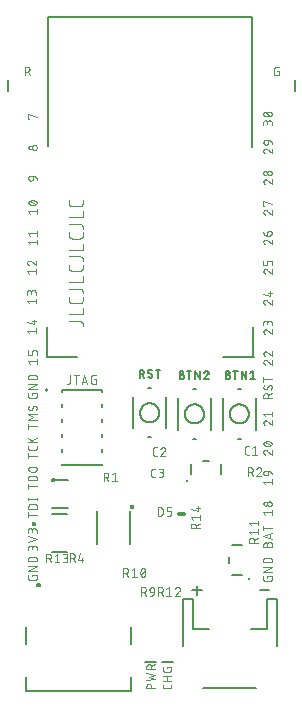
<source format=gbr>
G04 EAGLE Gerber RS-274X export*
G75*
%MOMM*%
%FSLAX34Y34*%
%LPD*%
%INSilkscreen Top*%
%IPPOS*%
%AMOC8*
5,1,8,0,0,1.08239X$1,22.5*%
G01*
%ADD10C,0.101600*%
%ADD11C,0.254000*%
%ADD12C,0.203200*%
%ADD13C,0.254000*%
%ADD14C,0.127000*%
%ADD15C,0.177800*%
%ADD16C,0.152400*%
%ADD17C,0.076200*%
%ADD18C,0.200000*%
%ADD19C,0.300000*%
%ADD20C,0.050800*%
%ADD21C,0.400000*%


D10*
X55808Y314403D02*
X64896Y314403D01*
X64896Y314402D02*
X64995Y314400D01*
X65095Y314394D01*
X65194Y314385D01*
X65292Y314372D01*
X65390Y314355D01*
X65488Y314334D01*
X65584Y314309D01*
X65679Y314281D01*
X65773Y314249D01*
X65866Y314214D01*
X65958Y314175D01*
X66048Y314132D01*
X66136Y314087D01*
X66223Y314037D01*
X66307Y313985D01*
X66390Y313929D01*
X66470Y313871D01*
X66548Y313809D01*
X66623Y313744D01*
X66696Y313676D01*
X66766Y313606D01*
X66834Y313533D01*
X66899Y313458D01*
X66961Y313380D01*
X67019Y313300D01*
X67075Y313217D01*
X67127Y313133D01*
X67177Y313046D01*
X67222Y312958D01*
X67265Y312868D01*
X67304Y312776D01*
X67339Y312683D01*
X67371Y312589D01*
X67399Y312494D01*
X67424Y312398D01*
X67445Y312300D01*
X67462Y312202D01*
X67475Y312104D01*
X67484Y312005D01*
X67490Y311905D01*
X67492Y311806D01*
X67492Y310508D01*
X67492Y320080D02*
X55808Y320080D01*
X67492Y320080D02*
X67492Y325273D01*
X67492Y332145D02*
X67492Y334742D01*
X67492Y332145D02*
X67490Y332046D01*
X67484Y331946D01*
X67475Y331847D01*
X67462Y331749D01*
X67445Y331651D01*
X67424Y331553D01*
X67399Y331457D01*
X67371Y331362D01*
X67339Y331268D01*
X67304Y331175D01*
X67265Y331083D01*
X67222Y330993D01*
X67177Y330905D01*
X67127Y330818D01*
X67075Y330734D01*
X67019Y330651D01*
X66961Y330571D01*
X66899Y330493D01*
X66834Y330418D01*
X66766Y330345D01*
X66696Y330275D01*
X66623Y330207D01*
X66548Y330142D01*
X66470Y330080D01*
X66390Y330022D01*
X66307Y329966D01*
X66223Y329914D01*
X66136Y329864D01*
X66048Y329819D01*
X65958Y329776D01*
X65866Y329737D01*
X65773Y329702D01*
X65679Y329670D01*
X65584Y329642D01*
X65488Y329617D01*
X65390Y329596D01*
X65292Y329579D01*
X65194Y329566D01*
X65095Y329557D01*
X64995Y329551D01*
X64896Y329549D01*
X58404Y329549D01*
X58404Y329548D02*
X58305Y329550D01*
X58205Y329556D01*
X58106Y329565D01*
X58008Y329578D01*
X57910Y329596D01*
X57812Y329616D01*
X57716Y329641D01*
X57620Y329669D01*
X57526Y329701D01*
X57433Y329736D01*
X57342Y329775D01*
X57252Y329818D01*
X57163Y329863D01*
X57077Y329913D01*
X56992Y329965D01*
X56910Y330021D01*
X56830Y330080D01*
X56752Y330141D01*
X56676Y330206D01*
X56603Y330274D01*
X56533Y330344D01*
X56465Y330417D01*
X56400Y330493D01*
X56339Y330571D01*
X56280Y330651D01*
X56224Y330733D01*
X56172Y330818D01*
X56123Y330904D01*
X56077Y330993D01*
X56034Y331083D01*
X55995Y331174D01*
X55960Y331267D01*
X55928Y331361D01*
X55900Y331457D01*
X55875Y331553D01*
X55855Y331651D01*
X55837Y331749D01*
X55824Y331847D01*
X55815Y331946D01*
X55809Y332045D01*
X55807Y332145D01*
X55808Y332145D02*
X55808Y334742D01*
X55808Y341835D02*
X64896Y341835D01*
X64896Y341834D02*
X64995Y341832D01*
X65095Y341826D01*
X65194Y341817D01*
X65292Y341804D01*
X65390Y341787D01*
X65488Y341766D01*
X65584Y341741D01*
X65679Y341713D01*
X65773Y341681D01*
X65866Y341646D01*
X65958Y341607D01*
X66048Y341564D01*
X66136Y341519D01*
X66223Y341469D01*
X66307Y341417D01*
X66390Y341361D01*
X66470Y341303D01*
X66548Y341241D01*
X66623Y341176D01*
X66696Y341108D01*
X66766Y341038D01*
X66834Y340965D01*
X66899Y340890D01*
X66961Y340812D01*
X67019Y340732D01*
X67075Y340649D01*
X67127Y340565D01*
X67177Y340478D01*
X67222Y340390D01*
X67265Y340300D01*
X67304Y340208D01*
X67339Y340115D01*
X67371Y340021D01*
X67399Y339926D01*
X67424Y339830D01*
X67445Y339732D01*
X67462Y339634D01*
X67475Y339536D01*
X67484Y339437D01*
X67490Y339337D01*
X67492Y339238D01*
X67492Y337940D01*
X67492Y347512D02*
X55808Y347512D01*
X67492Y347512D02*
X67492Y352705D01*
X67492Y359577D02*
X67492Y362174D01*
X67492Y359577D02*
X67490Y359478D01*
X67484Y359378D01*
X67475Y359279D01*
X67462Y359181D01*
X67445Y359083D01*
X67424Y358985D01*
X67399Y358889D01*
X67371Y358794D01*
X67339Y358700D01*
X67304Y358607D01*
X67265Y358515D01*
X67222Y358425D01*
X67177Y358337D01*
X67127Y358250D01*
X67075Y358166D01*
X67019Y358083D01*
X66961Y358003D01*
X66899Y357925D01*
X66834Y357850D01*
X66766Y357777D01*
X66696Y357707D01*
X66623Y357639D01*
X66548Y357574D01*
X66470Y357512D01*
X66390Y357454D01*
X66307Y357398D01*
X66223Y357346D01*
X66136Y357296D01*
X66048Y357251D01*
X65958Y357208D01*
X65866Y357169D01*
X65773Y357134D01*
X65679Y357102D01*
X65584Y357074D01*
X65488Y357049D01*
X65390Y357028D01*
X65292Y357011D01*
X65194Y356998D01*
X65095Y356989D01*
X64995Y356983D01*
X64896Y356981D01*
X58404Y356981D01*
X58404Y356980D02*
X58305Y356982D01*
X58205Y356988D01*
X58106Y356997D01*
X58008Y357010D01*
X57910Y357028D01*
X57812Y357048D01*
X57716Y357073D01*
X57620Y357101D01*
X57526Y357133D01*
X57433Y357168D01*
X57342Y357207D01*
X57252Y357250D01*
X57163Y357295D01*
X57077Y357345D01*
X56992Y357397D01*
X56910Y357453D01*
X56830Y357512D01*
X56752Y357573D01*
X56676Y357638D01*
X56603Y357706D01*
X56533Y357776D01*
X56465Y357849D01*
X56400Y357925D01*
X56339Y358003D01*
X56280Y358083D01*
X56224Y358165D01*
X56172Y358250D01*
X56123Y358336D01*
X56077Y358425D01*
X56034Y358515D01*
X55995Y358606D01*
X55960Y358699D01*
X55928Y358793D01*
X55900Y358889D01*
X55875Y358985D01*
X55855Y359083D01*
X55837Y359181D01*
X55824Y359279D01*
X55815Y359378D01*
X55809Y359477D01*
X55807Y359577D01*
X55808Y359577D02*
X55808Y362174D01*
X55808Y369267D02*
X64896Y369267D01*
X64896Y369266D02*
X64995Y369264D01*
X65095Y369258D01*
X65194Y369249D01*
X65292Y369236D01*
X65390Y369219D01*
X65488Y369198D01*
X65584Y369173D01*
X65679Y369145D01*
X65773Y369113D01*
X65866Y369078D01*
X65958Y369039D01*
X66048Y368996D01*
X66136Y368951D01*
X66223Y368901D01*
X66307Y368849D01*
X66390Y368793D01*
X66470Y368735D01*
X66548Y368673D01*
X66623Y368608D01*
X66696Y368540D01*
X66766Y368470D01*
X66834Y368397D01*
X66899Y368322D01*
X66961Y368244D01*
X67019Y368164D01*
X67075Y368081D01*
X67127Y367997D01*
X67177Y367910D01*
X67222Y367822D01*
X67265Y367732D01*
X67304Y367640D01*
X67339Y367547D01*
X67371Y367453D01*
X67399Y367358D01*
X67424Y367262D01*
X67445Y367164D01*
X67462Y367066D01*
X67475Y366968D01*
X67484Y366869D01*
X67490Y366769D01*
X67492Y366670D01*
X67492Y365372D01*
X67492Y374944D02*
X55808Y374944D01*
X67492Y374944D02*
X67492Y380137D01*
X67492Y387009D02*
X67492Y389606D01*
X67492Y387009D02*
X67490Y386910D01*
X67484Y386810D01*
X67475Y386711D01*
X67462Y386613D01*
X67445Y386515D01*
X67424Y386417D01*
X67399Y386321D01*
X67371Y386226D01*
X67339Y386132D01*
X67304Y386039D01*
X67265Y385947D01*
X67222Y385857D01*
X67177Y385769D01*
X67127Y385682D01*
X67075Y385598D01*
X67019Y385515D01*
X66961Y385435D01*
X66899Y385357D01*
X66834Y385282D01*
X66766Y385209D01*
X66696Y385139D01*
X66623Y385071D01*
X66548Y385006D01*
X66470Y384944D01*
X66390Y384886D01*
X66307Y384830D01*
X66223Y384778D01*
X66136Y384728D01*
X66048Y384683D01*
X65958Y384640D01*
X65866Y384601D01*
X65773Y384566D01*
X65679Y384534D01*
X65584Y384506D01*
X65488Y384481D01*
X65390Y384460D01*
X65292Y384443D01*
X65194Y384430D01*
X65095Y384421D01*
X64995Y384415D01*
X64896Y384413D01*
X58404Y384413D01*
X58404Y384412D02*
X58305Y384414D01*
X58205Y384420D01*
X58106Y384429D01*
X58008Y384442D01*
X57910Y384460D01*
X57812Y384480D01*
X57716Y384505D01*
X57620Y384533D01*
X57526Y384565D01*
X57433Y384600D01*
X57342Y384639D01*
X57252Y384682D01*
X57163Y384727D01*
X57077Y384777D01*
X56992Y384829D01*
X56910Y384885D01*
X56830Y384944D01*
X56752Y385005D01*
X56676Y385070D01*
X56603Y385138D01*
X56533Y385208D01*
X56465Y385281D01*
X56400Y385357D01*
X56339Y385435D01*
X56280Y385515D01*
X56224Y385597D01*
X56172Y385682D01*
X56123Y385768D01*
X56077Y385857D01*
X56034Y385947D01*
X55995Y386038D01*
X55960Y386131D01*
X55928Y386225D01*
X55900Y386321D01*
X55875Y386417D01*
X55855Y386515D01*
X55837Y386613D01*
X55824Y386711D01*
X55815Y386810D01*
X55809Y386909D01*
X55807Y387009D01*
X55808Y387009D02*
X55808Y389606D01*
X55808Y396699D02*
X64896Y396699D01*
X64896Y396698D02*
X64995Y396696D01*
X65095Y396690D01*
X65194Y396681D01*
X65292Y396668D01*
X65390Y396651D01*
X65488Y396630D01*
X65584Y396605D01*
X65679Y396577D01*
X65773Y396545D01*
X65866Y396510D01*
X65958Y396471D01*
X66048Y396428D01*
X66136Y396383D01*
X66223Y396333D01*
X66307Y396281D01*
X66390Y396225D01*
X66470Y396167D01*
X66548Y396105D01*
X66623Y396040D01*
X66696Y395972D01*
X66766Y395902D01*
X66834Y395829D01*
X66899Y395754D01*
X66961Y395676D01*
X67019Y395596D01*
X67075Y395513D01*
X67127Y395429D01*
X67177Y395342D01*
X67222Y395254D01*
X67265Y395164D01*
X67304Y395072D01*
X67339Y394979D01*
X67371Y394885D01*
X67399Y394790D01*
X67424Y394694D01*
X67445Y394596D01*
X67462Y394498D01*
X67475Y394400D01*
X67484Y394301D01*
X67490Y394201D01*
X67492Y394102D01*
X67492Y392804D01*
X67492Y402376D02*
X55808Y402376D01*
X67492Y402376D02*
X67492Y407569D01*
X67492Y414441D02*
X67492Y417038D01*
X67492Y414441D02*
X67490Y414342D01*
X67484Y414242D01*
X67475Y414143D01*
X67462Y414045D01*
X67445Y413947D01*
X67424Y413849D01*
X67399Y413753D01*
X67371Y413658D01*
X67339Y413564D01*
X67304Y413471D01*
X67265Y413379D01*
X67222Y413289D01*
X67177Y413201D01*
X67127Y413114D01*
X67075Y413030D01*
X67019Y412947D01*
X66961Y412867D01*
X66899Y412789D01*
X66834Y412714D01*
X66766Y412641D01*
X66696Y412571D01*
X66623Y412503D01*
X66548Y412438D01*
X66470Y412376D01*
X66390Y412318D01*
X66307Y412262D01*
X66223Y412210D01*
X66136Y412160D01*
X66048Y412115D01*
X65958Y412072D01*
X65866Y412033D01*
X65773Y411998D01*
X65679Y411966D01*
X65584Y411938D01*
X65488Y411913D01*
X65390Y411892D01*
X65292Y411875D01*
X65194Y411862D01*
X65095Y411853D01*
X64995Y411847D01*
X64896Y411845D01*
X58404Y411845D01*
X58404Y411844D02*
X58305Y411846D01*
X58205Y411852D01*
X58106Y411861D01*
X58008Y411874D01*
X57910Y411892D01*
X57812Y411912D01*
X57716Y411937D01*
X57620Y411965D01*
X57526Y411997D01*
X57433Y412032D01*
X57342Y412071D01*
X57252Y412114D01*
X57163Y412159D01*
X57077Y412209D01*
X56992Y412261D01*
X56910Y412317D01*
X56830Y412376D01*
X56752Y412437D01*
X56676Y412502D01*
X56603Y412570D01*
X56533Y412640D01*
X56465Y412713D01*
X56400Y412789D01*
X56339Y412867D01*
X56280Y412947D01*
X56224Y413029D01*
X56172Y413114D01*
X56123Y413200D01*
X56077Y413289D01*
X56034Y413379D01*
X55995Y413470D01*
X55960Y413563D01*
X55928Y413657D01*
X55900Y413753D01*
X55875Y413849D01*
X55855Y413947D01*
X55837Y414045D01*
X55824Y414143D01*
X55815Y414242D01*
X55809Y414341D01*
X55807Y414441D01*
X55808Y414441D02*
X55808Y417038D01*
X220380Y406681D02*
X220382Y406763D01*
X220388Y406845D01*
X220397Y406927D01*
X220410Y407008D01*
X220427Y407088D01*
X220448Y407168D01*
X220472Y407246D01*
X220500Y407323D01*
X220531Y407399D01*
X220566Y407474D01*
X220605Y407546D01*
X220646Y407617D01*
X220691Y407686D01*
X220739Y407752D01*
X220790Y407817D01*
X220844Y407879D01*
X220901Y407938D01*
X220960Y407995D01*
X221022Y408049D01*
X221087Y408100D01*
X221153Y408148D01*
X221222Y408193D01*
X221293Y408234D01*
X221365Y408273D01*
X221440Y408308D01*
X221516Y408339D01*
X221593Y408367D01*
X221671Y408391D01*
X221751Y408412D01*
X221831Y408429D01*
X221912Y408442D01*
X221994Y408451D01*
X222076Y408457D01*
X222158Y408459D01*
X220380Y406681D02*
X220382Y406588D01*
X220388Y406496D01*
X220397Y406404D01*
X220410Y406312D01*
X220427Y406221D01*
X220447Y406131D01*
X220471Y406041D01*
X220499Y405953D01*
X220531Y405865D01*
X220565Y405780D01*
X220604Y405695D01*
X220645Y405613D01*
X220690Y405532D01*
X220739Y405452D01*
X220790Y405375D01*
X220844Y405300D01*
X220902Y405228D01*
X220962Y405157D01*
X221026Y405090D01*
X221091Y405025D01*
X221160Y404962D01*
X221231Y404903D01*
X221304Y404846D01*
X221380Y404792D01*
X221457Y404742D01*
X221537Y404694D01*
X221619Y404650D01*
X221702Y404610D01*
X221787Y404572D01*
X221873Y404538D01*
X221960Y404508D01*
X223541Y407866D02*
X223480Y407927D01*
X223417Y407985D01*
X223351Y408040D01*
X223283Y408093D01*
X223212Y408142D01*
X223140Y408187D01*
X223065Y408230D01*
X222989Y408269D01*
X222910Y408305D01*
X222831Y408337D01*
X222750Y408365D01*
X222667Y408390D01*
X222584Y408411D01*
X222500Y408428D01*
X222415Y408442D01*
X222330Y408451D01*
X222244Y408457D01*
X222158Y408459D01*
X223541Y407866D02*
X227492Y404508D01*
X227492Y408459D01*
X221170Y411823D02*
X220380Y411823D01*
X220380Y415774D01*
X227492Y413799D01*
X220380Y432681D02*
X220382Y432763D01*
X220388Y432845D01*
X220397Y432927D01*
X220410Y433008D01*
X220427Y433088D01*
X220448Y433168D01*
X220472Y433246D01*
X220500Y433323D01*
X220531Y433399D01*
X220566Y433474D01*
X220605Y433546D01*
X220646Y433617D01*
X220691Y433686D01*
X220739Y433752D01*
X220790Y433817D01*
X220844Y433879D01*
X220901Y433938D01*
X220960Y433995D01*
X221022Y434049D01*
X221087Y434100D01*
X221153Y434148D01*
X221222Y434193D01*
X221293Y434234D01*
X221365Y434273D01*
X221440Y434308D01*
X221516Y434339D01*
X221593Y434367D01*
X221671Y434391D01*
X221751Y434412D01*
X221831Y434429D01*
X221912Y434442D01*
X221994Y434451D01*
X222076Y434457D01*
X222158Y434459D01*
X220380Y432681D02*
X220382Y432588D01*
X220388Y432496D01*
X220397Y432404D01*
X220410Y432312D01*
X220427Y432221D01*
X220447Y432131D01*
X220471Y432041D01*
X220499Y431953D01*
X220531Y431865D01*
X220565Y431780D01*
X220604Y431695D01*
X220645Y431613D01*
X220690Y431532D01*
X220739Y431452D01*
X220790Y431375D01*
X220844Y431300D01*
X220902Y431228D01*
X220962Y431157D01*
X221026Y431090D01*
X221091Y431025D01*
X221160Y430962D01*
X221231Y430903D01*
X221304Y430846D01*
X221380Y430792D01*
X221457Y430742D01*
X221537Y430694D01*
X221619Y430650D01*
X221702Y430610D01*
X221787Y430572D01*
X221873Y430538D01*
X221960Y430508D01*
X223541Y433866D02*
X223480Y433927D01*
X223417Y433985D01*
X223351Y434040D01*
X223283Y434093D01*
X223212Y434142D01*
X223140Y434187D01*
X223065Y434230D01*
X222989Y434269D01*
X222910Y434305D01*
X222831Y434337D01*
X222750Y434365D01*
X222667Y434390D01*
X222584Y434411D01*
X222500Y434428D01*
X222415Y434442D01*
X222330Y434451D01*
X222244Y434457D01*
X222158Y434459D01*
X223541Y433866D02*
X227492Y430508D01*
X227492Y434459D01*
X225516Y437823D02*
X225429Y437825D01*
X225341Y437831D01*
X225254Y437840D01*
X225168Y437854D01*
X225082Y437871D01*
X224998Y437892D01*
X224914Y437917D01*
X224831Y437946D01*
X224750Y437978D01*
X224670Y438013D01*
X224592Y438052D01*
X224515Y438095D01*
X224441Y438141D01*
X224369Y438190D01*
X224299Y438242D01*
X224231Y438298D01*
X224166Y438356D01*
X224103Y438417D01*
X224044Y438481D01*
X223987Y438548D01*
X223933Y438616D01*
X223882Y438688D01*
X223835Y438761D01*
X223790Y438836D01*
X223749Y438914D01*
X223712Y438993D01*
X223678Y439073D01*
X223648Y439155D01*
X223621Y439238D01*
X223598Y439323D01*
X223579Y439408D01*
X223564Y439494D01*
X223552Y439581D01*
X223544Y439668D01*
X223540Y439755D01*
X223540Y439843D01*
X223544Y439930D01*
X223552Y440017D01*
X223564Y440104D01*
X223579Y440190D01*
X223598Y440275D01*
X223621Y440360D01*
X223648Y440443D01*
X223678Y440525D01*
X223712Y440605D01*
X223749Y440684D01*
X223790Y440762D01*
X223835Y440837D01*
X223882Y440910D01*
X223933Y440982D01*
X223987Y441050D01*
X224044Y441117D01*
X224103Y441181D01*
X224166Y441242D01*
X224231Y441300D01*
X224299Y441356D01*
X224369Y441408D01*
X224441Y441457D01*
X224515Y441503D01*
X224592Y441546D01*
X224670Y441585D01*
X224750Y441620D01*
X224831Y441652D01*
X224914Y441681D01*
X224998Y441706D01*
X225082Y441727D01*
X225168Y441744D01*
X225254Y441758D01*
X225341Y441767D01*
X225429Y441773D01*
X225516Y441775D01*
X225603Y441773D01*
X225691Y441767D01*
X225778Y441758D01*
X225864Y441744D01*
X225950Y441727D01*
X226034Y441706D01*
X226118Y441681D01*
X226201Y441652D01*
X226282Y441620D01*
X226362Y441585D01*
X226440Y441546D01*
X226517Y441503D01*
X226591Y441457D01*
X226663Y441408D01*
X226733Y441356D01*
X226801Y441300D01*
X226866Y441242D01*
X226929Y441181D01*
X226988Y441117D01*
X227045Y441050D01*
X227099Y440982D01*
X227150Y440910D01*
X227197Y440837D01*
X227242Y440762D01*
X227283Y440684D01*
X227320Y440605D01*
X227354Y440525D01*
X227384Y440443D01*
X227411Y440360D01*
X227434Y440275D01*
X227453Y440190D01*
X227468Y440104D01*
X227480Y440017D01*
X227488Y439930D01*
X227492Y439843D01*
X227492Y439755D01*
X227488Y439668D01*
X227480Y439581D01*
X227468Y439494D01*
X227453Y439408D01*
X227434Y439323D01*
X227411Y439238D01*
X227384Y439155D01*
X227354Y439073D01*
X227320Y438993D01*
X227283Y438914D01*
X227242Y438836D01*
X227197Y438761D01*
X227150Y438688D01*
X227099Y438616D01*
X227045Y438548D01*
X226988Y438481D01*
X226929Y438417D01*
X226866Y438356D01*
X226801Y438298D01*
X226733Y438242D01*
X226663Y438190D01*
X226591Y438141D01*
X226517Y438095D01*
X226440Y438052D01*
X226362Y438013D01*
X226282Y437978D01*
X226201Y437946D01*
X226118Y437917D01*
X226034Y437892D01*
X225950Y437871D01*
X225864Y437854D01*
X225778Y437840D01*
X225691Y437831D01*
X225603Y437825D01*
X225516Y437823D01*
X221960Y438219D02*
X221881Y438221D01*
X221803Y438227D01*
X221725Y438237D01*
X221647Y438250D01*
X221570Y438268D01*
X221494Y438289D01*
X221420Y438314D01*
X221346Y438343D01*
X221274Y438375D01*
X221204Y438411D01*
X221136Y438451D01*
X221070Y438494D01*
X221006Y438540D01*
X220944Y438589D01*
X220885Y438641D01*
X220829Y438696D01*
X220775Y438754D01*
X220725Y438814D01*
X220677Y438877D01*
X220633Y438942D01*
X220592Y439009D01*
X220554Y439078D01*
X220520Y439149D01*
X220489Y439222D01*
X220462Y439296D01*
X220439Y439371D01*
X220420Y439447D01*
X220404Y439525D01*
X220392Y439603D01*
X220384Y439681D01*
X220380Y439760D01*
X220380Y439838D01*
X220384Y439917D01*
X220392Y439995D01*
X220404Y440073D01*
X220420Y440151D01*
X220439Y440227D01*
X220462Y440302D01*
X220489Y440376D01*
X220520Y440449D01*
X220554Y440520D01*
X220592Y440589D01*
X220633Y440656D01*
X220677Y440721D01*
X220725Y440784D01*
X220775Y440844D01*
X220829Y440902D01*
X220885Y440957D01*
X220944Y441009D01*
X221006Y441058D01*
X221070Y441104D01*
X221136Y441147D01*
X221204Y441187D01*
X221274Y441223D01*
X221346Y441255D01*
X221420Y441284D01*
X221494Y441309D01*
X221570Y441330D01*
X221647Y441348D01*
X221725Y441361D01*
X221803Y441371D01*
X221881Y441377D01*
X221960Y441379D01*
X222039Y441377D01*
X222117Y441371D01*
X222195Y441361D01*
X222273Y441348D01*
X222350Y441330D01*
X222426Y441309D01*
X222500Y441284D01*
X222574Y441255D01*
X222646Y441223D01*
X222716Y441187D01*
X222784Y441147D01*
X222850Y441104D01*
X222914Y441058D01*
X222976Y441009D01*
X223035Y440957D01*
X223091Y440902D01*
X223145Y440844D01*
X223195Y440784D01*
X223243Y440721D01*
X223287Y440656D01*
X223328Y440589D01*
X223366Y440520D01*
X223400Y440449D01*
X223431Y440376D01*
X223458Y440302D01*
X223481Y440227D01*
X223500Y440151D01*
X223516Y440073D01*
X223528Y439995D01*
X223536Y439917D01*
X223540Y439838D01*
X223540Y439760D01*
X223536Y439681D01*
X223528Y439603D01*
X223516Y439525D01*
X223500Y439447D01*
X223481Y439371D01*
X223458Y439296D01*
X223431Y439222D01*
X223400Y439149D01*
X223366Y439078D01*
X223328Y439009D01*
X223287Y438942D01*
X223243Y438877D01*
X223195Y438814D01*
X223145Y438754D01*
X223091Y438696D01*
X223035Y438641D01*
X222976Y438589D01*
X222914Y438540D01*
X222850Y438494D01*
X222784Y438451D01*
X222716Y438411D01*
X222646Y438375D01*
X222574Y438343D01*
X222500Y438314D01*
X222426Y438289D01*
X222350Y438268D01*
X222273Y438250D01*
X222195Y438237D01*
X222117Y438227D01*
X222039Y438221D01*
X221960Y438219D01*
X220380Y458681D02*
X220382Y458763D01*
X220388Y458845D01*
X220397Y458927D01*
X220410Y459008D01*
X220427Y459088D01*
X220448Y459168D01*
X220472Y459246D01*
X220500Y459323D01*
X220531Y459399D01*
X220566Y459474D01*
X220605Y459546D01*
X220646Y459617D01*
X220691Y459686D01*
X220739Y459752D01*
X220790Y459817D01*
X220844Y459879D01*
X220901Y459938D01*
X220960Y459995D01*
X221022Y460049D01*
X221087Y460100D01*
X221153Y460148D01*
X221222Y460193D01*
X221293Y460234D01*
X221365Y460273D01*
X221440Y460308D01*
X221516Y460339D01*
X221593Y460367D01*
X221671Y460391D01*
X221751Y460412D01*
X221831Y460429D01*
X221912Y460442D01*
X221994Y460451D01*
X222076Y460457D01*
X222158Y460459D01*
X220380Y458681D02*
X220382Y458588D01*
X220388Y458496D01*
X220397Y458404D01*
X220410Y458312D01*
X220427Y458221D01*
X220447Y458131D01*
X220471Y458041D01*
X220499Y457953D01*
X220531Y457865D01*
X220565Y457780D01*
X220604Y457695D01*
X220645Y457613D01*
X220690Y457532D01*
X220739Y457452D01*
X220790Y457375D01*
X220844Y457300D01*
X220902Y457228D01*
X220962Y457157D01*
X221026Y457090D01*
X221091Y457025D01*
X221160Y456962D01*
X221231Y456903D01*
X221304Y456846D01*
X221380Y456792D01*
X221457Y456742D01*
X221537Y456694D01*
X221619Y456650D01*
X221702Y456610D01*
X221787Y456572D01*
X221873Y456538D01*
X221960Y456508D01*
X223541Y459866D02*
X223480Y459927D01*
X223417Y459985D01*
X223351Y460040D01*
X223283Y460093D01*
X223212Y460142D01*
X223140Y460187D01*
X223065Y460230D01*
X222989Y460269D01*
X222910Y460305D01*
X222831Y460337D01*
X222750Y460365D01*
X222667Y460390D01*
X222584Y460411D01*
X222500Y460428D01*
X222415Y460442D01*
X222330Y460451D01*
X222244Y460457D01*
X222158Y460459D01*
X223541Y459866D02*
X227492Y456508D01*
X227492Y460459D01*
X224331Y465404D02*
X224331Y467774D01*
X224331Y465404D02*
X224329Y465326D01*
X224323Y465249D01*
X224314Y465172D01*
X224301Y465096D01*
X224284Y465020D01*
X224263Y464945D01*
X224239Y464872D01*
X224211Y464799D01*
X224179Y464728D01*
X224144Y464659D01*
X224106Y464592D01*
X224065Y464526D01*
X224020Y464463D01*
X223972Y464402D01*
X223922Y464343D01*
X223868Y464287D01*
X223812Y464233D01*
X223753Y464183D01*
X223692Y464135D01*
X223629Y464090D01*
X223563Y464049D01*
X223496Y464011D01*
X223427Y463976D01*
X223356Y463944D01*
X223283Y463916D01*
X223210Y463892D01*
X223135Y463871D01*
X223059Y463854D01*
X222983Y463841D01*
X222906Y463832D01*
X222829Y463826D01*
X222751Y463824D01*
X222751Y463823D02*
X222356Y463823D01*
X222269Y463825D01*
X222181Y463831D01*
X222094Y463840D01*
X222008Y463854D01*
X221922Y463871D01*
X221838Y463892D01*
X221754Y463917D01*
X221671Y463946D01*
X221590Y463978D01*
X221510Y464013D01*
X221432Y464052D01*
X221355Y464095D01*
X221281Y464141D01*
X221209Y464190D01*
X221139Y464242D01*
X221071Y464298D01*
X221006Y464356D01*
X220943Y464417D01*
X220884Y464481D01*
X220827Y464548D01*
X220773Y464616D01*
X220722Y464688D01*
X220675Y464761D01*
X220630Y464836D01*
X220589Y464914D01*
X220552Y464993D01*
X220518Y465073D01*
X220488Y465155D01*
X220461Y465238D01*
X220438Y465323D01*
X220419Y465408D01*
X220404Y465494D01*
X220392Y465581D01*
X220384Y465668D01*
X220380Y465755D01*
X220380Y465843D01*
X220384Y465930D01*
X220392Y466017D01*
X220404Y466104D01*
X220419Y466190D01*
X220438Y466275D01*
X220461Y466360D01*
X220488Y466443D01*
X220518Y466525D01*
X220552Y466605D01*
X220589Y466684D01*
X220630Y466762D01*
X220675Y466837D01*
X220722Y466910D01*
X220773Y466982D01*
X220827Y467050D01*
X220884Y467117D01*
X220943Y467181D01*
X221006Y467242D01*
X221071Y467300D01*
X221139Y467356D01*
X221209Y467408D01*
X221281Y467457D01*
X221355Y467503D01*
X221432Y467546D01*
X221510Y467585D01*
X221590Y467620D01*
X221671Y467652D01*
X221754Y467681D01*
X221838Y467706D01*
X221922Y467727D01*
X222008Y467744D01*
X222094Y467758D01*
X222181Y467767D01*
X222269Y467773D01*
X222356Y467775D01*
X222356Y467774D02*
X224331Y467774D01*
X224441Y467772D01*
X224552Y467766D01*
X224661Y467757D01*
X224771Y467743D01*
X224880Y467726D01*
X224988Y467705D01*
X225096Y467680D01*
X225202Y467652D01*
X225308Y467619D01*
X225412Y467583D01*
X225515Y467544D01*
X225617Y467501D01*
X225717Y467454D01*
X225815Y467404D01*
X225912Y467351D01*
X226006Y467294D01*
X226099Y467234D01*
X226189Y467170D01*
X226277Y467104D01*
X226363Y467034D01*
X226446Y466962D01*
X226527Y466887D01*
X226605Y466809D01*
X226680Y466728D01*
X226752Y466645D01*
X226822Y466559D01*
X226888Y466471D01*
X226952Y466381D01*
X227012Y466288D01*
X227069Y466194D01*
X227122Y466097D01*
X227172Y465999D01*
X227219Y465899D01*
X227262Y465797D01*
X227301Y465694D01*
X227337Y465590D01*
X227370Y465484D01*
X227398Y465378D01*
X227423Y465270D01*
X227444Y465162D01*
X227461Y465053D01*
X227475Y464943D01*
X227484Y464834D01*
X227490Y464723D01*
X227492Y464613D01*
X227492Y480508D02*
X227492Y482484D01*
X227490Y482571D01*
X227484Y482659D01*
X227475Y482746D01*
X227461Y482832D01*
X227444Y482918D01*
X227423Y483002D01*
X227398Y483086D01*
X227369Y483169D01*
X227337Y483250D01*
X227302Y483330D01*
X227263Y483408D01*
X227220Y483485D01*
X227174Y483559D01*
X227125Y483631D01*
X227073Y483701D01*
X227017Y483769D01*
X226959Y483834D01*
X226898Y483897D01*
X226834Y483956D01*
X226767Y484013D01*
X226699Y484067D01*
X226627Y484118D01*
X226554Y484165D01*
X226479Y484210D01*
X226401Y484251D01*
X226322Y484288D01*
X226242Y484322D01*
X226160Y484352D01*
X226077Y484379D01*
X225992Y484402D01*
X225907Y484421D01*
X225821Y484436D01*
X225734Y484448D01*
X225647Y484456D01*
X225560Y484460D01*
X225472Y484460D01*
X225385Y484456D01*
X225298Y484448D01*
X225211Y484436D01*
X225125Y484421D01*
X225040Y484402D01*
X224955Y484379D01*
X224872Y484352D01*
X224790Y484322D01*
X224710Y484288D01*
X224631Y484251D01*
X224553Y484210D01*
X224478Y484165D01*
X224405Y484118D01*
X224333Y484067D01*
X224265Y484013D01*
X224198Y483956D01*
X224134Y483897D01*
X224073Y483834D01*
X224015Y483769D01*
X223959Y483701D01*
X223907Y483631D01*
X223858Y483559D01*
X223812Y483485D01*
X223769Y483408D01*
X223730Y483330D01*
X223695Y483250D01*
X223663Y483169D01*
X223634Y483086D01*
X223609Y483002D01*
X223588Y482918D01*
X223571Y482832D01*
X223557Y482746D01*
X223548Y482659D01*
X223542Y482571D01*
X223540Y482484D01*
X220380Y482879D02*
X220380Y480508D01*
X220380Y482879D02*
X220382Y482958D01*
X220388Y483036D01*
X220398Y483114D01*
X220411Y483192D01*
X220429Y483269D01*
X220450Y483345D01*
X220475Y483419D01*
X220504Y483493D01*
X220536Y483565D01*
X220572Y483635D01*
X220612Y483703D01*
X220655Y483769D01*
X220701Y483833D01*
X220750Y483895D01*
X220802Y483954D01*
X220857Y484010D01*
X220915Y484064D01*
X220975Y484114D01*
X221038Y484162D01*
X221103Y484206D01*
X221170Y484247D01*
X221239Y484285D01*
X221310Y484319D01*
X221383Y484350D01*
X221457Y484377D01*
X221532Y484400D01*
X221608Y484419D01*
X221686Y484435D01*
X221764Y484447D01*
X221842Y484455D01*
X221921Y484459D01*
X221999Y484459D01*
X222078Y484455D01*
X222156Y484447D01*
X222234Y484435D01*
X222312Y484419D01*
X222388Y484400D01*
X222463Y484377D01*
X222537Y484350D01*
X222610Y484319D01*
X222681Y484285D01*
X222750Y484247D01*
X222817Y484206D01*
X222882Y484162D01*
X222945Y484114D01*
X223005Y484064D01*
X223063Y484010D01*
X223118Y483954D01*
X223170Y483895D01*
X223219Y483833D01*
X223265Y483769D01*
X223308Y483703D01*
X223348Y483635D01*
X223384Y483565D01*
X223416Y483493D01*
X223445Y483419D01*
X223470Y483345D01*
X223491Y483269D01*
X223509Y483192D01*
X223522Y483114D01*
X223532Y483036D01*
X223538Y482958D01*
X223540Y482879D01*
X223541Y482879D02*
X223541Y481298D01*
X223936Y487823D02*
X223788Y487825D01*
X223641Y487830D01*
X223493Y487840D01*
X223346Y487853D01*
X223199Y487869D01*
X223053Y487890D01*
X222908Y487914D01*
X222762Y487942D01*
X222618Y487973D01*
X222475Y488008D01*
X222332Y488047D01*
X222191Y488089D01*
X222050Y488135D01*
X221911Y488184D01*
X221773Y488237D01*
X221636Y488293D01*
X221501Y488353D01*
X221368Y488416D01*
X221297Y488442D01*
X221228Y488472D01*
X221160Y488506D01*
X221094Y488543D01*
X221030Y488583D01*
X220968Y488627D01*
X220909Y488673D01*
X220852Y488723D01*
X220798Y488776D01*
X220746Y488831D01*
X220698Y488889D01*
X220652Y488949D01*
X220610Y489012D01*
X220571Y489077D01*
X220535Y489143D01*
X220503Y489212D01*
X220475Y489281D01*
X220450Y489353D01*
X220429Y489425D01*
X220411Y489499D01*
X220398Y489573D01*
X220388Y489648D01*
X220382Y489723D01*
X220380Y489799D01*
X220382Y489875D01*
X220388Y489950D01*
X220398Y490025D01*
X220411Y490099D01*
X220429Y490173D01*
X220450Y490245D01*
X220475Y490317D01*
X220503Y490386D01*
X220535Y490455D01*
X220571Y490521D01*
X220610Y490586D01*
X220652Y490649D01*
X220698Y490709D01*
X220746Y490767D01*
X220798Y490822D01*
X220852Y490875D01*
X220909Y490925D01*
X220968Y490971D01*
X221030Y491015D01*
X221094Y491055D01*
X221160Y491092D01*
X221228Y491126D01*
X221297Y491156D01*
X221368Y491182D01*
X221368Y491181D02*
X221501Y491244D01*
X221636Y491304D01*
X221773Y491360D01*
X221911Y491413D01*
X222050Y491462D01*
X222191Y491508D01*
X222332Y491550D01*
X222475Y491589D01*
X222618Y491624D01*
X222762Y491655D01*
X222908Y491683D01*
X223053Y491707D01*
X223199Y491728D01*
X223346Y491744D01*
X223493Y491757D01*
X223641Y491767D01*
X223788Y491772D01*
X223936Y491774D01*
X223936Y487823D02*
X224084Y487825D01*
X224231Y487830D01*
X224379Y487840D01*
X224526Y487853D01*
X224673Y487869D01*
X224819Y487890D01*
X224964Y487914D01*
X225110Y487942D01*
X225254Y487973D01*
X225397Y488008D01*
X225540Y488047D01*
X225681Y488089D01*
X225822Y488135D01*
X225961Y488184D01*
X226099Y488237D01*
X226236Y488293D01*
X226371Y488353D01*
X226504Y488416D01*
X226575Y488442D01*
X226644Y488472D01*
X226712Y488506D01*
X226778Y488543D01*
X226842Y488583D01*
X226904Y488627D01*
X226963Y488673D01*
X227020Y488723D01*
X227074Y488776D01*
X227126Y488831D01*
X227174Y488889D01*
X227220Y488949D01*
X227262Y489012D01*
X227301Y489077D01*
X227337Y489143D01*
X227369Y489212D01*
X227397Y489282D01*
X227422Y489353D01*
X227443Y489425D01*
X227461Y489499D01*
X227474Y489573D01*
X227484Y489648D01*
X227490Y489723D01*
X227492Y489799D01*
X226504Y491181D02*
X226371Y491244D01*
X226236Y491304D01*
X226099Y491360D01*
X225961Y491413D01*
X225822Y491462D01*
X225681Y491508D01*
X225540Y491550D01*
X225397Y491589D01*
X225254Y491624D01*
X225110Y491655D01*
X224964Y491683D01*
X224819Y491707D01*
X224673Y491728D01*
X224526Y491744D01*
X224379Y491757D01*
X224231Y491767D01*
X224084Y491772D01*
X223936Y491774D01*
X226504Y491182D02*
X226575Y491156D01*
X226644Y491126D01*
X226712Y491092D01*
X226778Y491055D01*
X226842Y491015D01*
X226904Y490971D01*
X226963Y490925D01*
X227020Y490875D01*
X227074Y490822D01*
X227126Y490767D01*
X227174Y490709D01*
X227220Y490649D01*
X227262Y490586D01*
X227301Y490521D01*
X227337Y490455D01*
X227369Y490386D01*
X227397Y490316D01*
X227422Y490245D01*
X227443Y490173D01*
X227461Y490099D01*
X227474Y490025D01*
X227484Y489950D01*
X227490Y489875D01*
X227492Y489799D01*
X225912Y488218D02*
X221960Y491379D01*
X222158Y383459D02*
X222076Y383457D01*
X221994Y383451D01*
X221912Y383442D01*
X221831Y383429D01*
X221751Y383412D01*
X221671Y383391D01*
X221593Y383367D01*
X221516Y383339D01*
X221440Y383308D01*
X221365Y383273D01*
X221293Y383234D01*
X221222Y383193D01*
X221153Y383148D01*
X221087Y383100D01*
X221022Y383049D01*
X220960Y382995D01*
X220901Y382938D01*
X220844Y382879D01*
X220790Y382817D01*
X220739Y382752D01*
X220691Y382686D01*
X220646Y382617D01*
X220605Y382546D01*
X220566Y382474D01*
X220531Y382399D01*
X220500Y382323D01*
X220472Y382246D01*
X220448Y382168D01*
X220427Y382088D01*
X220410Y382008D01*
X220397Y381927D01*
X220388Y381845D01*
X220382Y381763D01*
X220380Y381681D01*
X220382Y381588D01*
X220388Y381496D01*
X220397Y381404D01*
X220410Y381312D01*
X220427Y381221D01*
X220447Y381131D01*
X220471Y381041D01*
X220499Y380953D01*
X220531Y380865D01*
X220565Y380780D01*
X220604Y380695D01*
X220645Y380613D01*
X220690Y380532D01*
X220739Y380452D01*
X220790Y380375D01*
X220844Y380300D01*
X220902Y380228D01*
X220962Y380157D01*
X221026Y380090D01*
X221091Y380025D01*
X221160Y379962D01*
X221231Y379903D01*
X221304Y379846D01*
X221380Y379792D01*
X221457Y379742D01*
X221537Y379694D01*
X221619Y379650D01*
X221702Y379610D01*
X221787Y379572D01*
X221873Y379538D01*
X221960Y379508D01*
X223541Y382866D02*
X223480Y382927D01*
X223417Y382985D01*
X223351Y383040D01*
X223283Y383093D01*
X223212Y383142D01*
X223140Y383187D01*
X223065Y383230D01*
X222989Y383269D01*
X222910Y383305D01*
X222831Y383337D01*
X222750Y383365D01*
X222667Y383390D01*
X222584Y383411D01*
X222500Y383428D01*
X222415Y383442D01*
X222330Y383451D01*
X222244Y383457D01*
X222158Y383459D01*
X223541Y382866D02*
X227492Y379508D01*
X227492Y383459D01*
X223541Y386823D02*
X223541Y389194D01*
X223543Y389272D01*
X223549Y389349D01*
X223558Y389426D01*
X223571Y389502D01*
X223588Y389578D01*
X223609Y389653D01*
X223633Y389726D01*
X223661Y389799D01*
X223693Y389870D01*
X223728Y389939D01*
X223766Y390006D01*
X223807Y390072D01*
X223852Y390135D01*
X223900Y390196D01*
X223950Y390255D01*
X224004Y390311D01*
X224060Y390365D01*
X224119Y390415D01*
X224180Y390463D01*
X224243Y390508D01*
X224309Y390549D01*
X224376Y390587D01*
X224445Y390622D01*
X224516Y390654D01*
X224589Y390682D01*
X224662Y390706D01*
X224737Y390727D01*
X224813Y390744D01*
X224889Y390757D01*
X224966Y390766D01*
X225043Y390772D01*
X225121Y390774D01*
X225516Y390774D01*
X225516Y390775D02*
X225603Y390773D01*
X225691Y390767D01*
X225778Y390758D01*
X225864Y390744D01*
X225950Y390727D01*
X226034Y390706D01*
X226118Y390681D01*
X226201Y390652D01*
X226282Y390620D01*
X226362Y390585D01*
X226440Y390546D01*
X226517Y390503D01*
X226591Y390457D01*
X226663Y390408D01*
X226733Y390356D01*
X226801Y390300D01*
X226866Y390242D01*
X226929Y390181D01*
X226988Y390117D01*
X227045Y390050D01*
X227099Y389982D01*
X227150Y389910D01*
X227197Y389837D01*
X227242Y389762D01*
X227283Y389684D01*
X227320Y389605D01*
X227354Y389525D01*
X227384Y389443D01*
X227411Y389360D01*
X227434Y389275D01*
X227453Y389190D01*
X227468Y389104D01*
X227480Y389017D01*
X227488Y388930D01*
X227492Y388843D01*
X227492Y388755D01*
X227488Y388668D01*
X227480Y388581D01*
X227468Y388494D01*
X227453Y388408D01*
X227434Y388323D01*
X227411Y388238D01*
X227384Y388155D01*
X227354Y388073D01*
X227320Y387993D01*
X227283Y387914D01*
X227242Y387836D01*
X227197Y387761D01*
X227150Y387688D01*
X227099Y387616D01*
X227045Y387548D01*
X226988Y387481D01*
X226929Y387417D01*
X226866Y387356D01*
X226801Y387298D01*
X226733Y387242D01*
X226663Y387190D01*
X226591Y387141D01*
X226517Y387095D01*
X226440Y387052D01*
X226362Y387013D01*
X226282Y386978D01*
X226201Y386946D01*
X226118Y386917D01*
X226034Y386892D01*
X225950Y386871D01*
X225864Y386854D01*
X225778Y386840D01*
X225691Y386831D01*
X225603Y386825D01*
X225516Y386823D01*
X223541Y386823D01*
X223431Y386825D01*
X223321Y386831D01*
X223211Y386840D01*
X223101Y386854D01*
X222992Y386871D01*
X222884Y386892D01*
X222776Y386917D01*
X222670Y386945D01*
X222564Y386978D01*
X222460Y387014D01*
X222357Y387053D01*
X222255Y387096D01*
X222155Y387143D01*
X222057Y387193D01*
X221961Y387246D01*
X221866Y387303D01*
X221773Y387363D01*
X221683Y387427D01*
X221595Y387493D01*
X221509Y387563D01*
X221426Y387635D01*
X221345Y387710D01*
X221267Y387788D01*
X221192Y387869D01*
X221120Y387952D01*
X221050Y388038D01*
X220984Y388126D01*
X220920Y388216D01*
X220860Y388309D01*
X220804Y388403D01*
X220750Y388500D01*
X220700Y388598D01*
X220653Y388698D01*
X220610Y388800D01*
X220571Y388903D01*
X220535Y389007D01*
X220502Y389113D01*
X220474Y389219D01*
X220449Y389327D01*
X220428Y389435D01*
X220411Y389544D01*
X220397Y389654D01*
X220388Y389763D01*
X220382Y389874D01*
X220380Y389984D01*
X222158Y358459D02*
X222076Y358457D01*
X221994Y358451D01*
X221912Y358442D01*
X221831Y358429D01*
X221751Y358412D01*
X221671Y358391D01*
X221593Y358367D01*
X221516Y358339D01*
X221440Y358308D01*
X221365Y358273D01*
X221293Y358234D01*
X221222Y358193D01*
X221153Y358148D01*
X221087Y358100D01*
X221022Y358049D01*
X220960Y357995D01*
X220901Y357938D01*
X220844Y357879D01*
X220790Y357817D01*
X220739Y357752D01*
X220691Y357686D01*
X220646Y357617D01*
X220605Y357546D01*
X220566Y357474D01*
X220531Y357399D01*
X220500Y357323D01*
X220472Y357246D01*
X220448Y357168D01*
X220427Y357088D01*
X220410Y357008D01*
X220397Y356927D01*
X220388Y356845D01*
X220382Y356763D01*
X220380Y356681D01*
X220382Y356588D01*
X220388Y356496D01*
X220397Y356404D01*
X220410Y356312D01*
X220427Y356221D01*
X220447Y356131D01*
X220471Y356041D01*
X220499Y355953D01*
X220531Y355865D01*
X220565Y355780D01*
X220604Y355695D01*
X220645Y355613D01*
X220690Y355532D01*
X220739Y355452D01*
X220790Y355375D01*
X220844Y355300D01*
X220902Y355228D01*
X220962Y355157D01*
X221026Y355090D01*
X221091Y355025D01*
X221160Y354962D01*
X221231Y354903D01*
X221304Y354846D01*
X221380Y354792D01*
X221457Y354742D01*
X221537Y354694D01*
X221619Y354650D01*
X221702Y354610D01*
X221787Y354572D01*
X221873Y354538D01*
X221960Y354508D01*
X223541Y357866D02*
X223480Y357927D01*
X223417Y357985D01*
X223351Y358040D01*
X223283Y358093D01*
X223212Y358142D01*
X223140Y358187D01*
X223065Y358230D01*
X222989Y358269D01*
X222910Y358305D01*
X222831Y358337D01*
X222750Y358365D01*
X222667Y358390D01*
X222584Y358411D01*
X222500Y358428D01*
X222415Y358442D01*
X222330Y358451D01*
X222244Y358457D01*
X222158Y358459D01*
X223541Y357866D02*
X227492Y354508D01*
X227492Y358459D01*
X227492Y361823D02*
X227492Y364194D01*
X227490Y364272D01*
X227484Y364349D01*
X227475Y364426D01*
X227462Y364502D01*
X227445Y364578D01*
X227424Y364653D01*
X227400Y364726D01*
X227372Y364799D01*
X227340Y364870D01*
X227305Y364939D01*
X227267Y365006D01*
X227226Y365072D01*
X227181Y365135D01*
X227133Y365196D01*
X227083Y365255D01*
X227029Y365311D01*
X226973Y365365D01*
X226914Y365415D01*
X226853Y365463D01*
X226790Y365508D01*
X226724Y365549D01*
X226657Y365587D01*
X226588Y365622D01*
X226517Y365654D01*
X226444Y365682D01*
X226371Y365706D01*
X226296Y365727D01*
X226220Y365744D01*
X226144Y365757D01*
X226067Y365766D01*
X225990Y365772D01*
X225912Y365774D01*
X225121Y365774D01*
X225043Y365772D01*
X224966Y365766D01*
X224889Y365757D01*
X224813Y365744D01*
X224737Y365727D01*
X224662Y365706D01*
X224589Y365682D01*
X224516Y365654D01*
X224445Y365622D01*
X224376Y365587D01*
X224309Y365549D01*
X224243Y365508D01*
X224180Y365463D01*
X224119Y365415D01*
X224060Y365365D01*
X224004Y365311D01*
X223950Y365255D01*
X223900Y365196D01*
X223852Y365135D01*
X223807Y365072D01*
X223766Y365006D01*
X223728Y364939D01*
X223693Y364870D01*
X223661Y364799D01*
X223633Y364726D01*
X223609Y364653D01*
X223588Y364578D01*
X223571Y364502D01*
X223558Y364426D01*
X223549Y364349D01*
X223543Y364272D01*
X223541Y364194D01*
X223541Y361823D01*
X220380Y361823D01*
X220380Y365774D01*
X222158Y332459D02*
X222076Y332457D01*
X221994Y332451D01*
X221912Y332442D01*
X221831Y332429D01*
X221751Y332412D01*
X221671Y332391D01*
X221593Y332367D01*
X221516Y332339D01*
X221440Y332308D01*
X221365Y332273D01*
X221293Y332234D01*
X221222Y332193D01*
X221153Y332148D01*
X221087Y332100D01*
X221022Y332049D01*
X220960Y331995D01*
X220901Y331938D01*
X220844Y331879D01*
X220790Y331817D01*
X220739Y331752D01*
X220691Y331686D01*
X220646Y331617D01*
X220605Y331546D01*
X220566Y331474D01*
X220531Y331399D01*
X220500Y331323D01*
X220472Y331246D01*
X220448Y331168D01*
X220427Y331088D01*
X220410Y331008D01*
X220397Y330927D01*
X220388Y330845D01*
X220382Y330763D01*
X220380Y330681D01*
X220382Y330588D01*
X220388Y330496D01*
X220397Y330404D01*
X220410Y330312D01*
X220427Y330221D01*
X220447Y330131D01*
X220471Y330041D01*
X220499Y329953D01*
X220531Y329865D01*
X220565Y329780D01*
X220604Y329695D01*
X220645Y329613D01*
X220690Y329532D01*
X220739Y329452D01*
X220790Y329375D01*
X220844Y329300D01*
X220902Y329228D01*
X220962Y329157D01*
X221026Y329090D01*
X221091Y329025D01*
X221160Y328962D01*
X221231Y328903D01*
X221304Y328846D01*
X221380Y328792D01*
X221457Y328742D01*
X221537Y328694D01*
X221619Y328650D01*
X221702Y328610D01*
X221787Y328572D01*
X221873Y328538D01*
X221960Y328508D01*
X223541Y331866D02*
X223480Y331927D01*
X223417Y331985D01*
X223351Y332040D01*
X223283Y332093D01*
X223212Y332142D01*
X223140Y332187D01*
X223065Y332230D01*
X222989Y332269D01*
X222910Y332305D01*
X222831Y332337D01*
X222750Y332365D01*
X222667Y332390D01*
X222584Y332411D01*
X222500Y332428D01*
X222415Y332442D01*
X222330Y332451D01*
X222244Y332457D01*
X222158Y332459D01*
X223541Y331866D02*
X227492Y328508D01*
X227492Y332459D01*
X225912Y335823D02*
X220380Y337404D01*
X225912Y335823D02*
X225912Y339774D01*
X224331Y338589D02*
X227492Y338589D01*
X222158Y307459D02*
X222076Y307457D01*
X221994Y307451D01*
X221912Y307442D01*
X221831Y307429D01*
X221751Y307412D01*
X221671Y307391D01*
X221593Y307367D01*
X221516Y307339D01*
X221440Y307308D01*
X221365Y307273D01*
X221293Y307234D01*
X221222Y307193D01*
X221153Y307148D01*
X221087Y307100D01*
X221022Y307049D01*
X220960Y306995D01*
X220901Y306938D01*
X220844Y306879D01*
X220790Y306817D01*
X220739Y306752D01*
X220691Y306686D01*
X220646Y306617D01*
X220605Y306546D01*
X220566Y306474D01*
X220531Y306399D01*
X220500Y306323D01*
X220472Y306246D01*
X220448Y306168D01*
X220427Y306088D01*
X220410Y306008D01*
X220397Y305927D01*
X220388Y305845D01*
X220382Y305763D01*
X220380Y305681D01*
X220382Y305588D01*
X220388Y305496D01*
X220397Y305404D01*
X220410Y305312D01*
X220427Y305221D01*
X220447Y305131D01*
X220471Y305041D01*
X220499Y304953D01*
X220531Y304865D01*
X220565Y304780D01*
X220604Y304695D01*
X220645Y304613D01*
X220690Y304532D01*
X220739Y304452D01*
X220790Y304375D01*
X220844Y304300D01*
X220902Y304228D01*
X220962Y304157D01*
X221026Y304090D01*
X221091Y304025D01*
X221160Y303962D01*
X221231Y303903D01*
X221304Y303846D01*
X221380Y303792D01*
X221457Y303742D01*
X221537Y303694D01*
X221619Y303650D01*
X221702Y303610D01*
X221787Y303572D01*
X221873Y303538D01*
X221960Y303508D01*
X223541Y306866D02*
X223480Y306927D01*
X223417Y306985D01*
X223351Y307040D01*
X223283Y307093D01*
X223212Y307142D01*
X223140Y307187D01*
X223065Y307230D01*
X222989Y307269D01*
X222910Y307305D01*
X222831Y307337D01*
X222750Y307365D01*
X222667Y307390D01*
X222584Y307411D01*
X222500Y307428D01*
X222415Y307442D01*
X222330Y307451D01*
X222244Y307457D01*
X222158Y307459D01*
X223541Y306866D02*
X227492Y303508D01*
X227492Y307459D01*
X227492Y310823D02*
X227492Y312799D01*
X227490Y312886D01*
X227484Y312974D01*
X227475Y313061D01*
X227461Y313147D01*
X227444Y313233D01*
X227423Y313317D01*
X227398Y313401D01*
X227369Y313484D01*
X227337Y313565D01*
X227302Y313645D01*
X227263Y313723D01*
X227220Y313800D01*
X227174Y313874D01*
X227125Y313946D01*
X227073Y314016D01*
X227017Y314084D01*
X226959Y314149D01*
X226898Y314212D01*
X226834Y314271D01*
X226767Y314328D01*
X226699Y314382D01*
X226627Y314433D01*
X226554Y314480D01*
X226479Y314525D01*
X226401Y314566D01*
X226322Y314603D01*
X226242Y314637D01*
X226160Y314667D01*
X226077Y314694D01*
X225992Y314717D01*
X225907Y314736D01*
X225821Y314751D01*
X225734Y314763D01*
X225647Y314771D01*
X225560Y314775D01*
X225472Y314775D01*
X225385Y314771D01*
X225298Y314763D01*
X225211Y314751D01*
X225125Y314736D01*
X225040Y314717D01*
X224955Y314694D01*
X224872Y314667D01*
X224790Y314637D01*
X224710Y314603D01*
X224631Y314566D01*
X224553Y314525D01*
X224478Y314480D01*
X224405Y314433D01*
X224333Y314382D01*
X224265Y314328D01*
X224198Y314271D01*
X224134Y314212D01*
X224073Y314149D01*
X224015Y314084D01*
X223959Y314016D01*
X223907Y313946D01*
X223858Y313874D01*
X223812Y313800D01*
X223769Y313723D01*
X223730Y313645D01*
X223695Y313565D01*
X223663Y313484D01*
X223634Y313401D01*
X223609Y313317D01*
X223588Y313233D01*
X223571Y313147D01*
X223557Y313061D01*
X223548Y312974D01*
X223542Y312886D01*
X223540Y312799D01*
X220380Y313194D02*
X220380Y310823D01*
X220380Y313194D02*
X220382Y313273D01*
X220388Y313351D01*
X220398Y313429D01*
X220411Y313507D01*
X220429Y313584D01*
X220450Y313660D01*
X220475Y313734D01*
X220504Y313808D01*
X220536Y313880D01*
X220572Y313950D01*
X220612Y314018D01*
X220655Y314084D01*
X220701Y314148D01*
X220750Y314210D01*
X220802Y314269D01*
X220857Y314325D01*
X220915Y314379D01*
X220975Y314429D01*
X221038Y314477D01*
X221103Y314521D01*
X221170Y314562D01*
X221239Y314600D01*
X221310Y314634D01*
X221383Y314665D01*
X221457Y314692D01*
X221532Y314715D01*
X221608Y314734D01*
X221686Y314750D01*
X221764Y314762D01*
X221842Y314770D01*
X221921Y314774D01*
X221999Y314774D01*
X222078Y314770D01*
X222156Y314762D01*
X222234Y314750D01*
X222312Y314734D01*
X222388Y314715D01*
X222463Y314692D01*
X222537Y314665D01*
X222610Y314634D01*
X222681Y314600D01*
X222750Y314562D01*
X222817Y314521D01*
X222882Y314477D01*
X222945Y314429D01*
X223005Y314379D01*
X223063Y314325D01*
X223118Y314269D01*
X223170Y314210D01*
X223219Y314148D01*
X223265Y314084D01*
X223308Y314018D01*
X223348Y313950D01*
X223384Y313880D01*
X223416Y313808D01*
X223445Y313734D01*
X223470Y313660D01*
X223491Y313584D01*
X223509Y313507D01*
X223522Y313429D01*
X223532Y313351D01*
X223538Y313273D01*
X223540Y313194D01*
X223541Y313194D02*
X223541Y311613D01*
X222158Y281459D02*
X222076Y281457D01*
X221994Y281451D01*
X221912Y281442D01*
X221831Y281429D01*
X221751Y281412D01*
X221671Y281391D01*
X221593Y281367D01*
X221516Y281339D01*
X221440Y281308D01*
X221365Y281273D01*
X221293Y281234D01*
X221222Y281193D01*
X221153Y281148D01*
X221087Y281100D01*
X221022Y281049D01*
X220960Y280995D01*
X220901Y280938D01*
X220844Y280879D01*
X220790Y280817D01*
X220739Y280752D01*
X220691Y280686D01*
X220646Y280617D01*
X220605Y280546D01*
X220566Y280474D01*
X220531Y280399D01*
X220500Y280323D01*
X220472Y280246D01*
X220448Y280168D01*
X220427Y280088D01*
X220410Y280008D01*
X220397Y279927D01*
X220388Y279845D01*
X220382Y279763D01*
X220380Y279681D01*
X220382Y279588D01*
X220388Y279496D01*
X220397Y279404D01*
X220410Y279312D01*
X220427Y279221D01*
X220447Y279131D01*
X220471Y279041D01*
X220499Y278953D01*
X220531Y278865D01*
X220565Y278780D01*
X220604Y278695D01*
X220645Y278613D01*
X220690Y278532D01*
X220739Y278452D01*
X220790Y278375D01*
X220844Y278300D01*
X220902Y278228D01*
X220962Y278157D01*
X221026Y278090D01*
X221091Y278025D01*
X221160Y277962D01*
X221231Y277903D01*
X221304Y277846D01*
X221380Y277792D01*
X221457Y277742D01*
X221537Y277694D01*
X221619Y277650D01*
X221702Y277610D01*
X221787Y277572D01*
X221873Y277538D01*
X221960Y277508D01*
X223541Y280866D02*
X223480Y280927D01*
X223417Y280985D01*
X223351Y281040D01*
X223283Y281093D01*
X223212Y281142D01*
X223140Y281187D01*
X223065Y281230D01*
X222989Y281269D01*
X222910Y281305D01*
X222831Y281337D01*
X222750Y281365D01*
X222667Y281390D01*
X222584Y281411D01*
X222500Y281428D01*
X222415Y281442D01*
X222330Y281451D01*
X222244Y281457D01*
X222158Y281459D01*
X223541Y280866D02*
X227492Y277508D01*
X227492Y281459D01*
X220380Y286996D02*
X220382Y287078D01*
X220388Y287160D01*
X220397Y287242D01*
X220410Y287323D01*
X220427Y287403D01*
X220448Y287483D01*
X220472Y287561D01*
X220500Y287638D01*
X220531Y287714D01*
X220566Y287789D01*
X220605Y287861D01*
X220646Y287932D01*
X220691Y288001D01*
X220739Y288067D01*
X220790Y288132D01*
X220844Y288194D01*
X220901Y288253D01*
X220960Y288310D01*
X221022Y288364D01*
X221087Y288415D01*
X221153Y288463D01*
X221222Y288508D01*
X221293Y288549D01*
X221365Y288588D01*
X221440Y288623D01*
X221516Y288654D01*
X221593Y288682D01*
X221671Y288706D01*
X221751Y288727D01*
X221831Y288744D01*
X221912Y288757D01*
X221994Y288766D01*
X222076Y288772D01*
X222158Y288774D01*
X220380Y286996D02*
X220382Y286903D01*
X220388Y286811D01*
X220397Y286719D01*
X220410Y286627D01*
X220427Y286536D01*
X220447Y286446D01*
X220471Y286356D01*
X220499Y286268D01*
X220531Y286180D01*
X220565Y286095D01*
X220604Y286010D01*
X220645Y285928D01*
X220690Y285847D01*
X220739Y285767D01*
X220790Y285690D01*
X220844Y285615D01*
X220902Y285543D01*
X220962Y285472D01*
X221026Y285405D01*
X221091Y285340D01*
X221160Y285277D01*
X221231Y285218D01*
X221304Y285161D01*
X221380Y285107D01*
X221457Y285057D01*
X221537Y285009D01*
X221619Y284965D01*
X221702Y284925D01*
X221787Y284887D01*
X221873Y284853D01*
X221960Y284823D01*
X223541Y288182D02*
X223480Y288243D01*
X223417Y288301D01*
X223351Y288356D01*
X223283Y288409D01*
X223212Y288458D01*
X223140Y288503D01*
X223065Y288546D01*
X222989Y288585D01*
X222910Y288621D01*
X222831Y288653D01*
X222750Y288681D01*
X222667Y288706D01*
X222584Y288727D01*
X222500Y288744D01*
X222415Y288758D01*
X222330Y288767D01*
X222244Y288773D01*
X222158Y288775D01*
X223541Y288182D02*
X227492Y284823D01*
X227492Y288774D01*
X227492Y249508D02*
X220380Y249508D01*
X220380Y251484D01*
X220382Y251571D01*
X220388Y251659D01*
X220397Y251746D01*
X220411Y251832D01*
X220428Y251918D01*
X220449Y252002D01*
X220474Y252086D01*
X220503Y252169D01*
X220535Y252250D01*
X220570Y252330D01*
X220609Y252408D01*
X220652Y252485D01*
X220698Y252559D01*
X220747Y252631D01*
X220799Y252701D01*
X220855Y252769D01*
X220913Y252834D01*
X220974Y252897D01*
X221038Y252956D01*
X221105Y253013D01*
X221173Y253067D01*
X221245Y253118D01*
X221318Y253165D01*
X221393Y253210D01*
X221471Y253251D01*
X221550Y253288D01*
X221630Y253322D01*
X221712Y253352D01*
X221795Y253379D01*
X221880Y253402D01*
X221965Y253421D01*
X222051Y253436D01*
X222138Y253448D01*
X222225Y253456D01*
X222312Y253460D01*
X222400Y253460D01*
X222487Y253456D01*
X222574Y253448D01*
X222661Y253436D01*
X222747Y253421D01*
X222832Y253402D01*
X222917Y253379D01*
X223000Y253352D01*
X223082Y253322D01*
X223162Y253288D01*
X223241Y253251D01*
X223319Y253210D01*
X223394Y253165D01*
X223467Y253118D01*
X223539Y253067D01*
X223607Y253013D01*
X223674Y252956D01*
X223738Y252897D01*
X223799Y252834D01*
X223857Y252769D01*
X223913Y252701D01*
X223965Y252631D01*
X224014Y252559D01*
X224060Y252485D01*
X224103Y252408D01*
X224142Y252330D01*
X224177Y252250D01*
X224209Y252169D01*
X224238Y252086D01*
X224263Y252002D01*
X224284Y251918D01*
X224301Y251832D01*
X224315Y251746D01*
X224324Y251659D01*
X224330Y251571D01*
X224332Y251484D01*
X224331Y251484D02*
X224331Y249508D01*
X224331Y251879D02*
X227492Y253459D01*
X227492Y258890D02*
X227490Y258968D01*
X227484Y259045D01*
X227475Y259122D01*
X227462Y259198D01*
X227445Y259274D01*
X227424Y259349D01*
X227400Y259422D01*
X227372Y259495D01*
X227340Y259566D01*
X227305Y259635D01*
X227267Y259702D01*
X227226Y259768D01*
X227181Y259831D01*
X227133Y259892D01*
X227083Y259951D01*
X227029Y260007D01*
X226973Y260061D01*
X226914Y260111D01*
X226853Y260159D01*
X226790Y260204D01*
X226724Y260245D01*
X226657Y260283D01*
X226588Y260318D01*
X226517Y260350D01*
X226444Y260378D01*
X226371Y260402D01*
X226296Y260423D01*
X226220Y260440D01*
X226144Y260453D01*
X226067Y260462D01*
X225990Y260468D01*
X225912Y260470D01*
X227492Y258890D02*
X227490Y258775D01*
X227484Y258661D01*
X227474Y258547D01*
X227461Y258433D01*
X227443Y258320D01*
X227421Y258207D01*
X227396Y258095D01*
X227367Y257985D01*
X227334Y257875D01*
X227297Y257766D01*
X227257Y257659D01*
X227213Y257553D01*
X227165Y257449D01*
X227114Y257346D01*
X227059Y257246D01*
X227001Y257147D01*
X226939Y257050D01*
X226875Y256956D01*
X226807Y256863D01*
X226735Y256773D01*
X226661Y256686D01*
X226584Y256601D01*
X226504Y256519D01*
X221960Y256717D02*
X221882Y256719D01*
X221805Y256725D01*
X221728Y256734D01*
X221652Y256747D01*
X221576Y256764D01*
X221501Y256785D01*
X221428Y256809D01*
X221355Y256837D01*
X221284Y256869D01*
X221215Y256904D01*
X221148Y256942D01*
X221082Y256983D01*
X221019Y257028D01*
X220958Y257076D01*
X220899Y257126D01*
X220843Y257180D01*
X220789Y257236D01*
X220739Y257295D01*
X220691Y257356D01*
X220646Y257419D01*
X220605Y257485D01*
X220567Y257552D01*
X220532Y257621D01*
X220500Y257692D01*
X220472Y257765D01*
X220448Y257838D01*
X220427Y257913D01*
X220410Y257989D01*
X220397Y258065D01*
X220388Y258142D01*
X220382Y258219D01*
X220380Y258297D01*
X220382Y258403D01*
X220388Y258509D01*
X220397Y258614D01*
X220410Y258719D01*
X220427Y258824D01*
X220448Y258928D01*
X220472Y259031D01*
X220500Y259133D01*
X220532Y259234D01*
X220567Y259334D01*
X220606Y259432D01*
X220649Y259530D01*
X220694Y259625D01*
X220743Y259719D01*
X220796Y259811D01*
X220852Y259901D01*
X220911Y259989D01*
X220973Y260075D01*
X223343Y257507D02*
X223301Y257440D01*
X223256Y257375D01*
X223207Y257312D01*
X223156Y257251D01*
X223101Y257194D01*
X223044Y257139D01*
X222984Y257086D01*
X222922Y257037D01*
X222857Y256991D01*
X222791Y256949D01*
X222722Y256909D01*
X222651Y256873D01*
X222578Y256841D01*
X222504Y256812D01*
X222429Y256787D01*
X222353Y256766D01*
X222275Y256748D01*
X222197Y256735D01*
X222118Y256725D01*
X222039Y256719D01*
X221960Y256717D01*
X224529Y259680D02*
X224571Y259747D01*
X224616Y259812D01*
X224665Y259875D01*
X224716Y259936D01*
X224771Y259993D01*
X224828Y260048D01*
X224888Y260101D01*
X224950Y260150D01*
X225015Y260196D01*
X225081Y260238D01*
X225150Y260278D01*
X225221Y260314D01*
X225294Y260346D01*
X225368Y260375D01*
X225443Y260400D01*
X225519Y260421D01*
X225597Y260439D01*
X225675Y260452D01*
X225754Y260462D01*
X225833Y260468D01*
X225912Y260470D01*
X224529Y259680D02*
X223343Y257507D01*
X220380Y265078D02*
X227492Y265078D01*
X220380Y263103D02*
X220380Y267054D01*
X222158Y230459D02*
X222076Y230457D01*
X221994Y230451D01*
X221912Y230442D01*
X221831Y230429D01*
X221751Y230412D01*
X221671Y230391D01*
X221593Y230367D01*
X221516Y230339D01*
X221440Y230308D01*
X221365Y230273D01*
X221293Y230234D01*
X221222Y230193D01*
X221153Y230148D01*
X221087Y230100D01*
X221022Y230049D01*
X220960Y229995D01*
X220901Y229938D01*
X220844Y229879D01*
X220790Y229817D01*
X220739Y229752D01*
X220691Y229686D01*
X220646Y229617D01*
X220605Y229546D01*
X220566Y229474D01*
X220531Y229399D01*
X220500Y229323D01*
X220472Y229246D01*
X220448Y229168D01*
X220427Y229088D01*
X220410Y229008D01*
X220397Y228927D01*
X220388Y228845D01*
X220382Y228763D01*
X220380Y228681D01*
X220382Y228588D01*
X220388Y228496D01*
X220397Y228404D01*
X220410Y228312D01*
X220427Y228221D01*
X220447Y228131D01*
X220471Y228041D01*
X220499Y227953D01*
X220531Y227865D01*
X220565Y227780D01*
X220604Y227695D01*
X220645Y227613D01*
X220690Y227532D01*
X220739Y227452D01*
X220790Y227375D01*
X220844Y227300D01*
X220902Y227228D01*
X220962Y227157D01*
X221026Y227090D01*
X221091Y227025D01*
X221160Y226962D01*
X221231Y226903D01*
X221304Y226846D01*
X221380Y226792D01*
X221457Y226742D01*
X221537Y226694D01*
X221619Y226650D01*
X221702Y226610D01*
X221787Y226572D01*
X221873Y226538D01*
X221960Y226508D01*
X223541Y229866D02*
X223480Y229927D01*
X223417Y229985D01*
X223351Y230040D01*
X223283Y230093D01*
X223212Y230142D01*
X223140Y230187D01*
X223065Y230230D01*
X222989Y230269D01*
X222910Y230305D01*
X222831Y230337D01*
X222750Y230365D01*
X222667Y230390D01*
X222584Y230411D01*
X222500Y230428D01*
X222415Y230442D01*
X222330Y230451D01*
X222244Y230457D01*
X222158Y230459D01*
X223541Y229866D02*
X227492Y226508D01*
X227492Y230459D01*
X221960Y233823D02*
X220380Y235799D01*
X227492Y235799D01*
X227492Y237774D02*
X227492Y233823D01*
X222158Y205459D02*
X222076Y205457D01*
X221994Y205451D01*
X221912Y205442D01*
X221831Y205429D01*
X221751Y205412D01*
X221671Y205391D01*
X221593Y205367D01*
X221516Y205339D01*
X221440Y205308D01*
X221365Y205273D01*
X221293Y205234D01*
X221222Y205193D01*
X221153Y205148D01*
X221087Y205100D01*
X221022Y205049D01*
X220960Y204995D01*
X220901Y204938D01*
X220844Y204879D01*
X220790Y204817D01*
X220739Y204752D01*
X220691Y204686D01*
X220646Y204617D01*
X220605Y204546D01*
X220566Y204474D01*
X220531Y204399D01*
X220500Y204323D01*
X220472Y204246D01*
X220448Y204168D01*
X220427Y204088D01*
X220410Y204008D01*
X220397Y203927D01*
X220388Y203845D01*
X220382Y203763D01*
X220380Y203681D01*
X220382Y203588D01*
X220388Y203496D01*
X220397Y203404D01*
X220410Y203312D01*
X220427Y203221D01*
X220447Y203131D01*
X220471Y203041D01*
X220499Y202953D01*
X220531Y202865D01*
X220565Y202780D01*
X220604Y202695D01*
X220645Y202613D01*
X220690Y202532D01*
X220739Y202452D01*
X220790Y202375D01*
X220844Y202300D01*
X220902Y202228D01*
X220962Y202157D01*
X221026Y202090D01*
X221091Y202025D01*
X221160Y201962D01*
X221231Y201903D01*
X221304Y201846D01*
X221380Y201792D01*
X221457Y201742D01*
X221537Y201694D01*
X221619Y201650D01*
X221702Y201610D01*
X221787Y201572D01*
X221873Y201538D01*
X221960Y201508D01*
X223541Y204866D02*
X223480Y204927D01*
X223417Y204985D01*
X223351Y205040D01*
X223283Y205093D01*
X223212Y205142D01*
X223140Y205187D01*
X223065Y205230D01*
X222989Y205269D01*
X222910Y205305D01*
X222831Y205337D01*
X222750Y205365D01*
X222667Y205390D01*
X222584Y205411D01*
X222500Y205428D01*
X222415Y205442D01*
X222330Y205451D01*
X222244Y205457D01*
X222158Y205459D01*
X223541Y204866D02*
X227492Y201508D01*
X227492Y205459D01*
X223936Y208823D02*
X223788Y208825D01*
X223641Y208830D01*
X223493Y208840D01*
X223346Y208853D01*
X223199Y208869D01*
X223053Y208890D01*
X222908Y208914D01*
X222762Y208942D01*
X222618Y208973D01*
X222475Y209008D01*
X222332Y209047D01*
X222191Y209089D01*
X222050Y209135D01*
X221911Y209184D01*
X221773Y209237D01*
X221636Y209293D01*
X221501Y209353D01*
X221368Y209416D01*
X221297Y209442D01*
X221228Y209472D01*
X221160Y209506D01*
X221094Y209543D01*
X221030Y209583D01*
X220968Y209627D01*
X220909Y209673D01*
X220852Y209723D01*
X220798Y209776D01*
X220746Y209831D01*
X220698Y209889D01*
X220652Y209949D01*
X220610Y210012D01*
X220571Y210077D01*
X220535Y210143D01*
X220503Y210212D01*
X220475Y210281D01*
X220450Y210353D01*
X220429Y210425D01*
X220411Y210499D01*
X220398Y210573D01*
X220388Y210648D01*
X220382Y210723D01*
X220380Y210799D01*
X220382Y210875D01*
X220388Y210950D01*
X220398Y211025D01*
X220411Y211099D01*
X220429Y211173D01*
X220450Y211245D01*
X220475Y211317D01*
X220503Y211386D01*
X220535Y211455D01*
X220571Y211521D01*
X220610Y211586D01*
X220652Y211649D01*
X220698Y211709D01*
X220746Y211767D01*
X220798Y211822D01*
X220852Y211875D01*
X220909Y211925D01*
X220968Y211971D01*
X221030Y212015D01*
X221094Y212055D01*
X221160Y212092D01*
X221228Y212126D01*
X221297Y212156D01*
X221368Y212182D01*
X221368Y212181D02*
X221501Y212244D01*
X221636Y212304D01*
X221773Y212360D01*
X221911Y212413D01*
X222050Y212462D01*
X222191Y212508D01*
X222332Y212550D01*
X222475Y212589D01*
X222618Y212624D01*
X222762Y212655D01*
X222908Y212683D01*
X223053Y212707D01*
X223199Y212728D01*
X223346Y212744D01*
X223493Y212757D01*
X223641Y212767D01*
X223788Y212772D01*
X223936Y212774D01*
X223936Y208823D02*
X224084Y208825D01*
X224231Y208830D01*
X224379Y208840D01*
X224526Y208853D01*
X224673Y208869D01*
X224819Y208890D01*
X224964Y208914D01*
X225110Y208942D01*
X225254Y208973D01*
X225397Y209008D01*
X225540Y209047D01*
X225681Y209089D01*
X225822Y209135D01*
X225961Y209184D01*
X226099Y209237D01*
X226236Y209293D01*
X226371Y209353D01*
X226504Y209416D01*
X226575Y209442D01*
X226644Y209472D01*
X226712Y209506D01*
X226778Y209543D01*
X226842Y209583D01*
X226904Y209627D01*
X226963Y209673D01*
X227020Y209723D01*
X227074Y209776D01*
X227126Y209831D01*
X227174Y209889D01*
X227220Y209949D01*
X227262Y210012D01*
X227301Y210077D01*
X227337Y210143D01*
X227369Y210212D01*
X227397Y210282D01*
X227422Y210353D01*
X227443Y210425D01*
X227461Y210499D01*
X227474Y210573D01*
X227484Y210648D01*
X227490Y210723D01*
X227492Y210799D01*
X226504Y212181D02*
X226371Y212244D01*
X226236Y212304D01*
X226099Y212360D01*
X225961Y212413D01*
X225822Y212462D01*
X225681Y212508D01*
X225540Y212550D01*
X225397Y212589D01*
X225254Y212624D01*
X225110Y212655D01*
X224964Y212683D01*
X224819Y212707D01*
X224673Y212728D01*
X224526Y212744D01*
X224379Y212757D01*
X224231Y212767D01*
X224084Y212772D01*
X223936Y212774D01*
X226504Y212182D02*
X226575Y212156D01*
X226644Y212126D01*
X226712Y212092D01*
X226778Y212055D01*
X226842Y212015D01*
X226904Y211971D01*
X226963Y211925D01*
X227020Y211875D01*
X227074Y211822D01*
X227126Y211767D01*
X227174Y211709D01*
X227220Y211649D01*
X227262Y211586D01*
X227301Y211521D01*
X227337Y211455D01*
X227369Y211386D01*
X227397Y211316D01*
X227422Y211245D01*
X227443Y211173D01*
X227461Y211099D01*
X227474Y211025D01*
X227484Y210950D01*
X227490Y210875D01*
X227492Y210799D01*
X225912Y209218D02*
X221960Y212379D01*
X220380Y178484D02*
X221960Y176508D01*
X220380Y178484D02*
X227492Y178484D01*
X227492Y180459D02*
X227492Y176508D01*
X224331Y185404D02*
X224331Y187774D01*
X224331Y185404D02*
X224329Y185326D01*
X224323Y185249D01*
X224314Y185172D01*
X224301Y185096D01*
X224284Y185020D01*
X224263Y184945D01*
X224239Y184872D01*
X224211Y184799D01*
X224179Y184728D01*
X224144Y184659D01*
X224106Y184592D01*
X224065Y184526D01*
X224020Y184463D01*
X223972Y184402D01*
X223922Y184343D01*
X223868Y184287D01*
X223812Y184233D01*
X223753Y184183D01*
X223692Y184135D01*
X223629Y184090D01*
X223563Y184049D01*
X223496Y184011D01*
X223427Y183976D01*
X223356Y183944D01*
X223283Y183916D01*
X223210Y183892D01*
X223135Y183871D01*
X223059Y183854D01*
X222983Y183841D01*
X222906Y183832D01*
X222829Y183826D01*
X222751Y183824D01*
X222751Y183823D02*
X222356Y183823D01*
X222269Y183825D01*
X222181Y183831D01*
X222094Y183840D01*
X222008Y183854D01*
X221922Y183871D01*
X221838Y183892D01*
X221754Y183917D01*
X221671Y183946D01*
X221590Y183978D01*
X221510Y184013D01*
X221432Y184052D01*
X221355Y184095D01*
X221281Y184141D01*
X221209Y184190D01*
X221139Y184242D01*
X221071Y184298D01*
X221006Y184356D01*
X220943Y184417D01*
X220884Y184481D01*
X220827Y184548D01*
X220773Y184616D01*
X220722Y184688D01*
X220675Y184761D01*
X220630Y184836D01*
X220589Y184914D01*
X220552Y184993D01*
X220518Y185073D01*
X220488Y185155D01*
X220461Y185238D01*
X220438Y185323D01*
X220419Y185408D01*
X220404Y185494D01*
X220392Y185581D01*
X220384Y185668D01*
X220380Y185755D01*
X220380Y185843D01*
X220384Y185930D01*
X220392Y186017D01*
X220404Y186104D01*
X220419Y186190D01*
X220438Y186275D01*
X220461Y186360D01*
X220488Y186443D01*
X220518Y186525D01*
X220552Y186605D01*
X220589Y186684D01*
X220630Y186762D01*
X220675Y186837D01*
X220722Y186910D01*
X220773Y186982D01*
X220827Y187050D01*
X220884Y187117D01*
X220943Y187181D01*
X221006Y187242D01*
X221071Y187300D01*
X221139Y187356D01*
X221209Y187408D01*
X221281Y187457D01*
X221355Y187503D01*
X221432Y187546D01*
X221510Y187585D01*
X221590Y187620D01*
X221671Y187652D01*
X221754Y187681D01*
X221838Y187706D01*
X221922Y187727D01*
X222008Y187744D01*
X222094Y187758D01*
X222181Y187767D01*
X222269Y187773D01*
X222356Y187775D01*
X222356Y187774D02*
X224331Y187774D01*
X224441Y187772D01*
X224552Y187766D01*
X224661Y187757D01*
X224771Y187743D01*
X224880Y187726D01*
X224988Y187705D01*
X225096Y187680D01*
X225202Y187652D01*
X225308Y187619D01*
X225412Y187583D01*
X225515Y187544D01*
X225617Y187501D01*
X225717Y187454D01*
X225815Y187404D01*
X225912Y187351D01*
X226006Y187294D01*
X226099Y187234D01*
X226189Y187170D01*
X226277Y187104D01*
X226363Y187034D01*
X226446Y186962D01*
X226527Y186887D01*
X226605Y186809D01*
X226680Y186728D01*
X226752Y186645D01*
X226822Y186559D01*
X226888Y186471D01*
X226952Y186381D01*
X227012Y186288D01*
X227069Y186194D01*
X227122Y186097D01*
X227172Y185999D01*
X227219Y185899D01*
X227262Y185797D01*
X227301Y185694D01*
X227337Y185590D01*
X227370Y185484D01*
X227398Y185378D01*
X227423Y185270D01*
X227444Y185162D01*
X227461Y185053D01*
X227475Y184943D01*
X227484Y184834D01*
X227490Y184723D01*
X227492Y184613D01*
X220380Y152484D02*
X221960Y150508D01*
X220380Y152484D02*
X227492Y152484D01*
X227492Y154459D02*
X227492Y150508D01*
X225516Y157823D02*
X225429Y157825D01*
X225341Y157831D01*
X225254Y157840D01*
X225168Y157854D01*
X225082Y157871D01*
X224998Y157892D01*
X224914Y157917D01*
X224831Y157946D01*
X224750Y157978D01*
X224670Y158013D01*
X224592Y158052D01*
X224515Y158095D01*
X224441Y158141D01*
X224369Y158190D01*
X224299Y158242D01*
X224231Y158298D01*
X224166Y158356D01*
X224103Y158417D01*
X224044Y158481D01*
X223987Y158548D01*
X223933Y158616D01*
X223882Y158688D01*
X223835Y158761D01*
X223790Y158836D01*
X223749Y158914D01*
X223712Y158993D01*
X223678Y159073D01*
X223648Y159155D01*
X223621Y159238D01*
X223598Y159323D01*
X223579Y159408D01*
X223564Y159494D01*
X223552Y159581D01*
X223544Y159668D01*
X223540Y159755D01*
X223540Y159843D01*
X223544Y159930D01*
X223552Y160017D01*
X223564Y160104D01*
X223579Y160190D01*
X223598Y160275D01*
X223621Y160360D01*
X223648Y160443D01*
X223678Y160525D01*
X223712Y160605D01*
X223749Y160684D01*
X223790Y160762D01*
X223835Y160837D01*
X223882Y160910D01*
X223933Y160982D01*
X223987Y161050D01*
X224044Y161117D01*
X224103Y161181D01*
X224166Y161242D01*
X224231Y161300D01*
X224299Y161356D01*
X224369Y161408D01*
X224441Y161457D01*
X224515Y161503D01*
X224592Y161546D01*
X224670Y161585D01*
X224750Y161620D01*
X224831Y161652D01*
X224914Y161681D01*
X224998Y161706D01*
X225082Y161727D01*
X225168Y161744D01*
X225254Y161758D01*
X225341Y161767D01*
X225429Y161773D01*
X225516Y161775D01*
X225603Y161773D01*
X225691Y161767D01*
X225778Y161758D01*
X225864Y161744D01*
X225950Y161727D01*
X226034Y161706D01*
X226118Y161681D01*
X226201Y161652D01*
X226282Y161620D01*
X226362Y161585D01*
X226440Y161546D01*
X226517Y161503D01*
X226591Y161457D01*
X226663Y161408D01*
X226733Y161356D01*
X226801Y161300D01*
X226866Y161242D01*
X226929Y161181D01*
X226988Y161117D01*
X227045Y161050D01*
X227099Y160982D01*
X227150Y160910D01*
X227197Y160837D01*
X227242Y160762D01*
X227283Y160684D01*
X227320Y160605D01*
X227354Y160525D01*
X227384Y160443D01*
X227411Y160360D01*
X227434Y160275D01*
X227453Y160190D01*
X227468Y160104D01*
X227480Y160017D01*
X227488Y159930D01*
X227492Y159843D01*
X227492Y159755D01*
X227488Y159668D01*
X227480Y159581D01*
X227468Y159494D01*
X227453Y159408D01*
X227434Y159323D01*
X227411Y159238D01*
X227384Y159155D01*
X227354Y159073D01*
X227320Y158993D01*
X227283Y158914D01*
X227242Y158836D01*
X227197Y158761D01*
X227150Y158688D01*
X227099Y158616D01*
X227045Y158548D01*
X226988Y158481D01*
X226929Y158417D01*
X226866Y158356D01*
X226801Y158298D01*
X226733Y158242D01*
X226663Y158190D01*
X226591Y158141D01*
X226517Y158095D01*
X226440Y158052D01*
X226362Y158013D01*
X226282Y157978D01*
X226201Y157946D01*
X226118Y157917D01*
X226034Y157892D01*
X225950Y157871D01*
X225864Y157854D01*
X225778Y157840D01*
X225691Y157831D01*
X225603Y157825D01*
X225516Y157823D01*
X221960Y158219D02*
X221881Y158221D01*
X221803Y158227D01*
X221725Y158237D01*
X221647Y158250D01*
X221570Y158268D01*
X221494Y158289D01*
X221420Y158314D01*
X221346Y158343D01*
X221274Y158375D01*
X221204Y158411D01*
X221136Y158451D01*
X221070Y158494D01*
X221006Y158540D01*
X220944Y158589D01*
X220885Y158641D01*
X220829Y158696D01*
X220775Y158754D01*
X220725Y158814D01*
X220677Y158877D01*
X220633Y158942D01*
X220592Y159009D01*
X220554Y159078D01*
X220520Y159149D01*
X220489Y159222D01*
X220462Y159296D01*
X220439Y159371D01*
X220420Y159447D01*
X220404Y159525D01*
X220392Y159603D01*
X220384Y159681D01*
X220380Y159760D01*
X220380Y159838D01*
X220384Y159917D01*
X220392Y159995D01*
X220404Y160073D01*
X220420Y160151D01*
X220439Y160227D01*
X220462Y160302D01*
X220489Y160376D01*
X220520Y160449D01*
X220554Y160520D01*
X220592Y160589D01*
X220633Y160656D01*
X220677Y160721D01*
X220725Y160784D01*
X220775Y160844D01*
X220829Y160902D01*
X220885Y160957D01*
X220944Y161009D01*
X221006Y161058D01*
X221070Y161104D01*
X221136Y161147D01*
X221204Y161187D01*
X221274Y161223D01*
X221346Y161255D01*
X221420Y161284D01*
X221494Y161309D01*
X221570Y161330D01*
X221647Y161348D01*
X221725Y161361D01*
X221803Y161371D01*
X221881Y161377D01*
X221960Y161379D01*
X222039Y161377D01*
X222117Y161371D01*
X222195Y161361D01*
X222273Y161348D01*
X222350Y161330D01*
X222426Y161309D01*
X222500Y161284D01*
X222574Y161255D01*
X222646Y161223D01*
X222716Y161187D01*
X222784Y161147D01*
X222850Y161104D01*
X222914Y161058D01*
X222976Y161009D01*
X223035Y160957D01*
X223091Y160902D01*
X223145Y160844D01*
X223195Y160784D01*
X223243Y160721D01*
X223287Y160656D01*
X223328Y160589D01*
X223366Y160520D01*
X223400Y160449D01*
X223431Y160376D01*
X223458Y160302D01*
X223481Y160227D01*
X223500Y160151D01*
X223516Y160073D01*
X223528Y159995D01*
X223536Y159917D01*
X223540Y159838D01*
X223540Y159760D01*
X223536Y159681D01*
X223528Y159603D01*
X223516Y159525D01*
X223500Y159447D01*
X223481Y159371D01*
X223458Y159296D01*
X223431Y159222D01*
X223400Y159149D01*
X223366Y159078D01*
X223328Y159009D01*
X223287Y158942D01*
X223243Y158877D01*
X223195Y158814D01*
X223145Y158754D01*
X223091Y158696D01*
X223035Y158641D01*
X222976Y158589D01*
X222914Y158540D01*
X222850Y158494D01*
X222784Y158451D01*
X222716Y158411D01*
X222646Y158375D01*
X222574Y158343D01*
X222500Y158314D01*
X222426Y158289D01*
X222350Y158268D01*
X222273Y158250D01*
X222195Y158237D01*
X222117Y158227D01*
X222039Y158221D01*
X221960Y158219D01*
X223541Y125484D02*
X223541Y123508D01*
X223540Y125484D02*
X223542Y125571D01*
X223548Y125659D01*
X223557Y125746D01*
X223571Y125832D01*
X223588Y125918D01*
X223609Y126002D01*
X223634Y126086D01*
X223663Y126169D01*
X223695Y126250D01*
X223730Y126330D01*
X223769Y126408D01*
X223812Y126485D01*
X223858Y126559D01*
X223907Y126631D01*
X223959Y126701D01*
X224015Y126769D01*
X224073Y126834D01*
X224134Y126897D01*
X224198Y126956D01*
X224265Y127013D01*
X224333Y127067D01*
X224405Y127118D01*
X224478Y127165D01*
X224553Y127210D01*
X224631Y127251D01*
X224710Y127288D01*
X224790Y127322D01*
X224872Y127352D01*
X224955Y127379D01*
X225040Y127402D01*
X225125Y127421D01*
X225211Y127436D01*
X225298Y127448D01*
X225385Y127456D01*
X225472Y127460D01*
X225560Y127460D01*
X225647Y127456D01*
X225734Y127448D01*
X225821Y127436D01*
X225907Y127421D01*
X225992Y127402D01*
X226077Y127379D01*
X226160Y127352D01*
X226242Y127322D01*
X226322Y127288D01*
X226401Y127251D01*
X226479Y127210D01*
X226554Y127165D01*
X226627Y127118D01*
X226699Y127067D01*
X226767Y127013D01*
X226834Y126956D01*
X226898Y126897D01*
X226959Y126834D01*
X227017Y126769D01*
X227073Y126701D01*
X227125Y126631D01*
X227174Y126559D01*
X227220Y126485D01*
X227263Y126408D01*
X227302Y126330D01*
X227337Y126250D01*
X227369Y126169D01*
X227398Y126086D01*
X227423Y126002D01*
X227444Y125918D01*
X227461Y125832D01*
X227475Y125746D01*
X227484Y125659D01*
X227490Y125571D01*
X227492Y125484D01*
X227492Y123508D01*
X220380Y123508D01*
X220380Y125484D01*
X220382Y125563D01*
X220388Y125641D01*
X220398Y125719D01*
X220411Y125797D01*
X220429Y125874D01*
X220450Y125950D01*
X220475Y126024D01*
X220504Y126098D01*
X220536Y126170D01*
X220572Y126240D01*
X220612Y126308D01*
X220655Y126374D01*
X220701Y126438D01*
X220750Y126500D01*
X220802Y126559D01*
X220857Y126615D01*
X220915Y126669D01*
X220975Y126719D01*
X221038Y126767D01*
X221103Y126811D01*
X221170Y126852D01*
X221239Y126890D01*
X221310Y126924D01*
X221383Y126955D01*
X221457Y126982D01*
X221532Y127005D01*
X221608Y127024D01*
X221686Y127040D01*
X221764Y127052D01*
X221842Y127060D01*
X221921Y127064D01*
X221999Y127064D01*
X222078Y127060D01*
X222156Y127052D01*
X222234Y127040D01*
X222312Y127024D01*
X222388Y127005D01*
X222463Y126982D01*
X222537Y126955D01*
X222610Y126924D01*
X222681Y126890D01*
X222750Y126852D01*
X222817Y126811D01*
X222882Y126767D01*
X222945Y126719D01*
X223005Y126669D01*
X223063Y126615D01*
X223118Y126559D01*
X223170Y126500D01*
X223219Y126438D01*
X223265Y126374D01*
X223308Y126308D01*
X223348Y126240D01*
X223384Y126170D01*
X223416Y126098D01*
X223445Y126024D01*
X223470Y125950D01*
X223491Y125874D01*
X223509Y125797D01*
X223522Y125719D01*
X223532Y125641D01*
X223538Y125563D01*
X223540Y125484D01*
X227492Y130045D02*
X220380Y132416D01*
X227492Y134787D01*
X225714Y134194D02*
X225714Y130638D01*
X227492Y139244D02*
X220380Y139244D01*
X220380Y141219D02*
X220380Y137268D01*
X223541Y98459D02*
X223541Y97274D01*
X223541Y98459D02*
X227492Y98459D01*
X227492Y96088D01*
X227490Y96010D01*
X227484Y95933D01*
X227475Y95856D01*
X227462Y95780D01*
X227445Y95704D01*
X227424Y95629D01*
X227400Y95556D01*
X227372Y95483D01*
X227340Y95412D01*
X227305Y95343D01*
X227267Y95276D01*
X227226Y95210D01*
X227181Y95147D01*
X227133Y95086D01*
X227083Y95027D01*
X227029Y94971D01*
X226973Y94917D01*
X226914Y94867D01*
X226853Y94819D01*
X226790Y94774D01*
X226724Y94733D01*
X226657Y94695D01*
X226588Y94660D01*
X226517Y94628D01*
X226444Y94600D01*
X226371Y94576D01*
X226296Y94555D01*
X226220Y94538D01*
X226144Y94525D01*
X226067Y94516D01*
X225990Y94510D01*
X225912Y94508D01*
X221960Y94508D01*
X221882Y94510D01*
X221805Y94516D01*
X221728Y94525D01*
X221652Y94538D01*
X221576Y94555D01*
X221501Y94576D01*
X221427Y94600D01*
X221355Y94628D01*
X221284Y94660D01*
X221215Y94695D01*
X221147Y94733D01*
X221082Y94774D01*
X221018Y94819D01*
X220957Y94867D01*
X220898Y94918D01*
X220842Y94971D01*
X220789Y95027D01*
X220738Y95086D01*
X220690Y95147D01*
X220645Y95211D01*
X220604Y95276D01*
X220566Y95344D01*
X220531Y95413D01*
X220499Y95484D01*
X220471Y95556D01*
X220447Y95630D01*
X220426Y95705D01*
X220409Y95781D01*
X220396Y95857D01*
X220387Y95934D01*
X220381Y96011D01*
X220379Y96089D01*
X220380Y96088D02*
X220380Y98459D01*
X220380Y102311D02*
X227492Y102311D01*
X227492Y106262D02*
X220380Y102311D01*
X220380Y106262D02*
X227492Y106262D01*
X227492Y110114D02*
X220380Y110114D01*
X220380Y112089D01*
X220382Y112175D01*
X220388Y112261D01*
X220397Y112347D01*
X220410Y112432D01*
X220427Y112517D01*
X220447Y112600D01*
X220471Y112683D01*
X220499Y112765D01*
X220530Y112845D01*
X220565Y112924D01*
X220603Y113001D01*
X220645Y113077D01*
X220689Y113151D01*
X220737Y113222D01*
X220788Y113292D01*
X220842Y113359D01*
X220899Y113424D01*
X220959Y113486D01*
X221021Y113546D01*
X221086Y113603D01*
X221153Y113657D01*
X221223Y113708D01*
X221294Y113756D01*
X221368Y113800D01*
X221444Y113842D01*
X221521Y113880D01*
X221600Y113915D01*
X221680Y113946D01*
X221762Y113974D01*
X221845Y113998D01*
X221928Y114018D01*
X222013Y114035D01*
X222098Y114048D01*
X222184Y114057D01*
X222270Y114063D01*
X222356Y114065D01*
X225516Y114065D01*
X225602Y114063D01*
X225688Y114057D01*
X225774Y114048D01*
X225859Y114035D01*
X225944Y114018D01*
X226027Y113998D01*
X226110Y113974D01*
X226192Y113946D01*
X226272Y113915D01*
X226351Y113880D01*
X226428Y113842D01*
X226504Y113800D01*
X226578Y113756D01*
X226649Y113708D01*
X226719Y113657D01*
X226786Y113603D01*
X226851Y113546D01*
X226913Y113486D01*
X226973Y113424D01*
X227030Y113359D01*
X227084Y113292D01*
X227135Y113222D01*
X227183Y113151D01*
X227227Y113077D01*
X227269Y113001D01*
X227307Y112924D01*
X227342Y112845D01*
X227373Y112765D01*
X227401Y112683D01*
X227425Y112600D01*
X227445Y112517D01*
X227462Y112432D01*
X227475Y112347D01*
X227484Y112261D01*
X227490Y112175D01*
X227492Y112089D01*
X227492Y110114D01*
X22960Y405508D02*
X21380Y407484D01*
X28492Y407484D01*
X28492Y409459D02*
X28492Y405508D01*
X24936Y412823D02*
X24788Y412825D01*
X24641Y412830D01*
X24493Y412840D01*
X24346Y412853D01*
X24199Y412869D01*
X24053Y412890D01*
X23908Y412914D01*
X23762Y412942D01*
X23618Y412973D01*
X23475Y413008D01*
X23332Y413047D01*
X23191Y413089D01*
X23050Y413135D01*
X22911Y413184D01*
X22773Y413237D01*
X22636Y413293D01*
X22501Y413353D01*
X22368Y413416D01*
X22297Y413442D01*
X22228Y413472D01*
X22160Y413506D01*
X22094Y413543D01*
X22030Y413583D01*
X21968Y413627D01*
X21909Y413673D01*
X21852Y413723D01*
X21798Y413776D01*
X21746Y413831D01*
X21698Y413889D01*
X21652Y413949D01*
X21610Y414012D01*
X21571Y414077D01*
X21535Y414143D01*
X21503Y414212D01*
X21475Y414281D01*
X21450Y414353D01*
X21429Y414425D01*
X21411Y414499D01*
X21398Y414573D01*
X21388Y414648D01*
X21382Y414723D01*
X21380Y414799D01*
X21382Y414875D01*
X21388Y414950D01*
X21398Y415025D01*
X21411Y415099D01*
X21429Y415173D01*
X21450Y415245D01*
X21475Y415317D01*
X21503Y415386D01*
X21535Y415455D01*
X21571Y415521D01*
X21610Y415586D01*
X21652Y415649D01*
X21698Y415709D01*
X21746Y415767D01*
X21798Y415822D01*
X21852Y415875D01*
X21909Y415925D01*
X21968Y415971D01*
X22030Y416015D01*
X22094Y416055D01*
X22160Y416092D01*
X22228Y416126D01*
X22297Y416156D01*
X22368Y416182D01*
X22368Y416181D02*
X22501Y416244D01*
X22636Y416304D01*
X22773Y416360D01*
X22911Y416413D01*
X23050Y416462D01*
X23191Y416508D01*
X23332Y416550D01*
X23475Y416589D01*
X23618Y416624D01*
X23762Y416655D01*
X23908Y416683D01*
X24053Y416707D01*
X24199Y416728D01*
X24346Y416744D01*
X24493Y416757D01*
X24641Y416767D01*
X24788Y416772D01*
X24936Y416774D01*
X24936Y412823D02*
X25084Y412825D01*
X25231Y412830D01*
X25379Y412840D01*
X25526Y412853D01*
X25673Y412869D01*
X25819Y412890D01*
X25964Y412914D01*
X26110Y412942D01*
X26254Y412973D01*
X26397Y413008D01*
X26540Y413047D01*
X26681Y413089D01*
X26822Y413135D01*
X26961Y413184D01*
X27099Y413237D01*
X27236Y413293D01*
X27371Y413353D01*
X27504Y413416D01*
X27575Y413442D01*
X27644Y413472D01*
X27712Y413506D01*
X27778Y413543D01*
X27842Y413583D01*
X27904Y413627D01*
X27963Y413673D01*
X28020Y413723D01*
X28074Y413776D01*
X28126Y413831D01*
X28174Y413889D01*
X28220Y413949D01*
X28262Y414012D01*
X28301Y414077D01*
X28337Y414143D01*
X28369Y414212D01*
X28397Y414282D01*
X28422Y414353D01*
X28443Y414425D01*
X28461Y414499D01*
X28474Y414573D01*
X28484Y414648D01*
X28490Y414723D01*
X28492Y414799D01*
X27504Y416181D02*
X27371Y416244D01*
X27236Y416304D01*
X27099Y416360D01*
X26961Y416413D01*
X26822Y416462D01*
X26681Y416508D01*
X26540Y416550D01*
X26397Y416589D01*
X26254Y416624D01*
X26110Y416655D01*
X25964Y416683D01*
X25819Y416707D01*
X25673Y416728D01*
X25526Y416744D01*
X25379Y416757D01*
X25231Y416767D01*
X25084Y416772D01*
X24936Y416774D01*
X27504Y416182D02*
X27575Y416156D01*
X27644Y416126D01*
X27712Y416092D01*
X27778Y416055D01*
X27842Y416015D01*
X27904Y415971D01*
X27963Y415925D01*
X28020Y415875D01*
X28074Y415822D01*
X28126Y415767D01*
X28174Y415709D01*
X28220Y415649D01*
X28262Y415586D01*
X28301Y415521D01*
X28337Y415455D01*
X28369Y415386D01*
X28397Y415316D01*
X28422Y415245D01*
X28443Y415173D01*
X28461Y415099D01*
X28474Y415025D01*
X28484Y414950D01*
X28490Y414875D01*
X28492Y414799D01*
X26912Y413218D02*
X22960Y416379D01*
X22170Y485508D02*
X21380Y485508D01*
X21380Y489459D01*
X28492Y487484D01*
X26516Y463460D02*
X26429Y463458D01*
X26341Y463452D01*
X26254Y463443D01*
X26168Y463429D01*
X26082Y463412D01*
X25998Y463391D01*
X25914Y463366D01*
X25831Y463337D01*
X25750Y463305D01*
X25670Y463270D01*
X25592Y463231D01*
X25515Y463188D01*
X25441Y463142D01*
X25369Y463093D01*
X25299Y463041D01*
X25231Y462985D01*
X25166Y462927D01*
X25103Y462866D01*
X25044Y462802D01*
X24987Y462735D01*
X24933Y462667D01*
X24882Y462595D01*
X24835Y462522D01*
X24790Y462447D01*
X24749Y462369D01*
X24712Y462290D01*
X24678Y462210D01*
X24648Y462128D01*
X24621Y462045D01*
X24598Y461960D01*
X24579Y461875D01*
X24564Y461789D01*
X24552Y461702D01*
X24544Y461615D01*
X24540Y461528D01*
X24540Y461440D01*
X24544Y461353D01*
X24552Y461266D01*
X24564Y461179D01*
X24579Y461093D01*
X24598Y461008D01*
X24621Y460923D01*
X24648Y460840D01*
X24678Y460758D01*
X24712Y460678D01*
X24749Y460599D01*
X24790Y460521D01*
X24835Y460446D01*
X24882Y460373D01*
X24933Y460301D01*
X24987Y460233D01*
X25044Y460166D01*
X25103Y460102D01*
X25166Y460041D01*
X25231Y459983D01*
X25299Y459927D01*
X25369Y459875D01*
X25441Y459826D01*
X25515Y459780D01*
X25592Y459737D01*
X25670Y459698D01*
X25750Y459663D01*
X25831Y459631D01*
X25914Y459602D01*
X25998Y459577D01*
X26082Y459556D01*
X26168Y459539D01*
X26254Y459525D01*
X26341Y459516D01*
X26429Y459510D01*
X26516Y459508D01*
X26603Y459510D01*
X26691Y459516D01*
X26778Y459525D01*
X26864Y459539D01*
X26950Y459556D01*
X27034Y459577D01*
X27118Y459602D01*
X27201Y459631D01*
X27282Y459663D01*
X27362Y459698D01*
X27440Y459737D01*
X27517Y459780D01*
X27591Y459826D01*
X27663Y459875D01*
X27733Y459927D01*
X27801Y459983D01*
X27866Y460041D01*
X27929Y460102D01*
X27988Y460166D01*
X28045Y460233D01*
X28099Y460301D01*
X28150Y460373D01*
X28197Y460446D01*
X28242Y460521D01*
X28283Y460599D01*
X28320Y460678D01*
X28354Y460758D01*
X28384Y460840D01*
X28411Y460923D01*
X28434Y461008D01*
X28453Y461093D01*
X28468Y461179D01*
X28480Y461266D01*
X28488Y461353D01*
X28492Y461440D01*
X28492Y461528D01*
X28488Y461615D01*
X28480Y461702D01*
X28468Y461789D01*
X28453Y461875D01*
X28434Y461960D01*
X28411Y462045D01*
X28384Y462128D01*
X28354Y462210D01*
X28320Y462290D01*
X28283Y462369D01*
X28242Y462447D01*
X28197Y462522D01*
X28150Y462595D01*
X28099Y462667D01*
X28045Y462735D01*
X27988Y462802D01*
X27929Y462866D01*
X27866Y462927D01*
X27801Y462985D01*
X27733Y463041D01*
X27663Y463093D01*
X27591Y463142D01*
X27517Y463188D01*
X27440Y463231D01*
X27362Y463270D01*
X27282Y463305D01*
X27201Y463337D01*
X27118Y463366D01*
X27034Y463391D01*
X26950Y463412D01*
X26864Y463429D01*
X26778Y463443D01*
X26691Y463452D01*
X26603Y463458D01*
X26516Y463460D01*
X22960Y463064D02*
X22881Y463062D01*
X22803Y463056D01*
X22725Y463046D01*
X22647Y463033D01*
X22570Y463015D01*
X22494Y462994D01*
X22420Y462969D01*
X22346Y462940D01*
X22274Y462908D01*
X22204Y462872D01*
X22136Y462832D01*
X22070Y462789D01*
X22006Y462743D01*
X21944Y462694D01*
X21885Y462642D01*
X21829Y462587D01*
X21775Y462529D01*
X21725Y462469D01*
X21677Y462406D01*
X21633Y462341D01*
X21592Y462274D01*
X21554Y462205D01*
X21520Y462134D01*
X21489Y462061D01*
X21462Y461987D01*
X21439Y461912D01*
X21420Y461836D01*
X21404Y461758D01*
X21392Y461680D01*
X21384Y461602D01*
X21380Y461523D01*
X21380Y461445D01*
X21384Y461366D01*
X21392Y461288D01*
X21404Y461210D01*
X21420Y461132D01*
X21439Y461056D01*
X21462Y460981D01*
X21489Y460907D01*
X21520Y460834D01*
X21554Y460763D01*
X21592Y460694D01*
X21633Y460627D01*
X21677Y460562D01*
X21725Y460499D01*
X21775Y460439D01*
X21829Y460381D01*
X21885Y460326D01*
X21944Y460274D01*
X22006Y460225D01*
X22070Y460179D01*
X22136Y460136D01*
X22204Y460096D01*
X22274Y460060D01*
X22346Y460028D01*
X22420Y459999D01*
X22494Y459974D01*
X22570Y459953D01*
X22647Y459935D01*
X22725Y459922D01*
X22803Y459912D01*
X22881Y459906D01*
X22960Y459904D01*
X23039Y459906D01*
X23117Y459912D01*
X23195Y459922D01*
X23273Y459935D01*
X23350Y459953D01*
X23426Y459974D01*
X23500Y459999D01*
X23574Y460028D01*
X23646Y460060D01*
X23716Y460096D01*
X23784Y460136D01*
X23850Y460179D01*
X23914Y460225D01*
X23976Y460274D01*
X24035Y460326D01*
X24091Y460381D01*
X24145Y460439D01*
X24195Y460499D01*
X24243Y460562D01*
X24287Y460627D01*
X24328Y460694D01*
X24366Y460763D01*
X24400Y460834D01*
X24431Y460907D01*
X24458Y460981D01*
X24481Y461056D01*
X24500Y461132D01*
X24516Y461210D01*
X24528Y461288D01*
X24536Y461366D01*
X24540Y461445D01*
X24540Y461523D01*
X24536Y461602D01*
X24528Y461680D01*
X24516Y461758D01*
X24500Y461836D01*
X24481Y461912D01*
X24458Y461987D01*
X24431Y462061D01*
X24400Y462134D01*
X24366Y462205D01*
X24328Y462274D01*
X24287Y462341D01*
X24243Y462406D01*
X24195Y462469D01*
X24145Y462529D01*
X24091Y462587D01*
X24035Y462642D01*
X23976Y462694D01*
X23914Y462743D01*
X23850Y462789D01*
X23784Y462832D01*
X23716Y462872D01*
X23646Y462908D01*
X23574Y462940D01*
X23500Y462969D01*
X23426Y462994D01*
X23350Y463015D01*
X23273Y463033D01*
X23195Y463046D01*
X23117Y463056D01*
X23039Y463062D01*
X22960Y463064D01*
X25331Y437459D02*
X25331Y435088D01*
X25329Y435010D01*
X25323Y434933D01*
X25314Y434856D01*
X25301Y434780D01*
X25284Y434704D01*
X25263Y434629D01*
X25239Y434556D01*
X25211Y434483D01*
X25179Y434412D01*
X25144Y434343D01*
X25106Y434276D01*
X25065Y434210D01*
X25020Y434147D01*
X24972Y434086D01*
X24922Y434027D01*
X24868Y433971D01*
X24812Y433917D01*
X24753Y433867D01*
X24692Y433819D01*
X24629Y433774D01*
X24563Y433733D01*
X24496Y433695D01*
X24427Y433660D01*
X24356Y433628D01*
X24283Y433600D01*
X24210Y433576D01*
X24135Y433555D01*
X24059Y433538D01*
X23983Y433525D01*
X23906Y433516D01*
X23829Y433510D01*
X23751Y433508D01*
X23356Y433508D01*
X23269Y433510D01*
X23181Y433516D01*
X23094Y433525D01*
X23008Y433539D01*
X22922Y433556D01*
X22838Y433577D01*
X22754Y433602D01*
X22671Y433631D01*
X22590Y433663D01*
X22510Y433698D01*
X22432Y433737D01*
X22355Y433780D01*
X22281Y433826D01*
X22209Y433875D01*
X22139Y433927D01*
X22071Y433983D01*
X22006Y434041D01*
X21943Y434102D01*
X21884Y434166D01*
X21827Y434233D01*
X21773Y434301D01*
X21722Y434373D01*
X21675Y434446D01*
X21630Y434521D01*
X21589Y434599D01*
X21552Y434678D01*
X21518Y434758D01*
X21488Y434840D01*
X21461Y434923D01*
X21438Y435008D01*
X21419Y435093D01*
X21404Y435179D01*
X21392Y435266D01*
X21384Y435353D01*
X21380Y435440D01*
X21380Y435528D01*
X21384Y435615D01*
X21392Y435702D01*
X21404Y435789D01*
X21419Y435875D01*
X21438Y435960D01*
X21461Y436045D01*
X21488Y436128D01*
X21518Y436210D01*
X21552Y436290D01*
X21589Y436369D01*
X21630Y436447D01*
X21675Y436522D01*
X21722Y436595D01*
X21773Y436667D01*
X21827Y436735D01*
X21884Y436802D01*
X21943Y436866D01*
X22006Y436927D01*
X22071Y436985D01*
X22139Y437041D01*
X22209Y437093D01*
X22281Y437142D01*
X22355Y437188D01*
X22432Y437231D01*
X22510Y437270D01*
X22590Y437305D01*
X22671Y437337D01*
X22754Y437366D01*
X22838Y437391D01*
X22922Y437412D01*
X23008Y437429D01*
X23094Y437443D01*
X23181Y437452D01*
X23269Y437458D01*
X23356Y437460D01*
X23356Y437459D02*
X25331Y437459D01*
X25441Y437457D01*
X25552Y437451D01*
X25661Y437442D01*
X25771Y437428D01*
X25880Y437411D01*
X25988Y437390D01*
X26096Y437365D01*
X26202Y437337D01*
X26308Y437304D01*
X26412Y437268D01*
X26515Y437229D01*
X26617Y437186D01*
X26717Y437139D01*
X26815Y437089D01*
X26912Y437036D01*
X27006Y436979D01*
X27099Y436919D01*
X27189Y436855D01*
X27277Y436789D01*
X27363Y436719D01*
X27446Y436647D01*
X27527Y436572D01*
X27605Y436494D01*
X27680Y436413D01*
X27752Y436330D01*
X27822Y436244D01*
X27888Y436156D01*
X27952Y436066D01*
X28012Y435973D01*
X28069Y435879D01*
X28122Y435782D01*
X28172Y435684D01*
X28219Y435584D01*
X28262Y435482D01*
X28301Y435379D01*
X28337Y435275D01*
X28370Y435169D01*
X28398Y435063D01*
X28423Y434955D01*
X28444Y434847D01*
X28461Y434738D01*
X28475Y434628D01*
X28484Y434519D01*
X28490Y434408D01*
X28492Y434298D01*
X20380Y306484D02*
X21960Y304508D01*
X20380Y306484D02*
X27492Y306484D01*
X27492Y308459D02*
X27492Y304508D01*
X25912Y311823D02*
X20380Y313404D01*
X25912Y311823D02*
X25912Y315774D01*
X24331Y314589D02*
X27492Y314589D01*
X21380Y280484D02*
X22960Y278508D01*
X21380Y280484D02*
X28492Y280484D01*
X28492Y282459D02*
X28492Y278508D01*
X28492Y285823D02*
X28492Y288194D01*
X28490Y288272D01*
X28484Y288349D01*
X28475Y288426D01*
X28462Y288502D01*
X28445Y288578D01*
X28424Y288653D01*
X28400Y288726D01*
X28372Y288799D01*
X28340Y288870D01*
X28305Y288939D01*
X28267Y289006D01*
X28226Y289072D01*
X28181Y289135D01*
X28133Y289196D01*
X28083Y289255D01*
X28029Y289311D01*
X27973Y289365D01*
X27914Y289415D01*
X27853Y289463D01*
X27790Y289508D01*
X27724Y289549D01*
X27657Y289587D01*
X27588Y289622D01*
X27517Y289654D01*
X27444Y289682D01*
X27371Y289706D01*
X27296Y289727D01*
X27220Y289744D01*
X27144Y289757D01*
X27067Y289766D01*
X26990Y289772D01*
X26912Y289774D01*
X26121Y289774D01*
X26043Y289772D01*
X25966Y289766D01*
X25889Y289757D01*
X25813Y289744D01*
X25737Y289727D01*
X25662Y289706D01*
X25589Y289682D01*
X25516Y289654D01*
X25445Y289622D01*
X25376Y289587D01*
X25309Y289549D01*
X25243Y289508D01*
X25180Y289463D01*
X25119Y289415D01*
X25060Y289365D01*
X25004Y289311D01*
X24950Y289255D01*
X24900Y289196D01*
X24852Y289135D01*
X24807Y289072D01*
X24766Y289006D01*
X24728Y288939D01*
X24693Y288870D01*
X24661Y288799D01*
X24633Y288726D01*
X24609Y288653D01*
X24588Y288578D01*
X24571Y288502D01*
X24558Y288426D01*
X24549Y288349D01*
X24543Y288272D01*
X24541Y288194D01*
X24541Y285823D01*
X21380Y285823D01*
X21380Y289774D01*
X24541Y253459D02*
X24541Y252274D01*
X24541Y253459D02*
X28492Y253459D01*
X28492Y251088D01*
X28490Y251010D01*
X28484Y250933D01*
X28475Y250856D01*
X28462Y250780D01*
X28445Y250704D01*
X28424Y250629D01*
X28400Y250556D01*
X28372Y250483D01*
X28340Y250412D01*
X28305Y250343D01*
X28267Y250276D01*
X28226Y250210D01*
X28181Y250147D01*
X28133Y250086D01*
X28083Y250027D01*
X28029Y249971D01*
X27973Y249917D01*
X27914Y249867D01*
X27853Y249819D01*
X27790Y249774D01*
X27724Y249733D01*
X27657Y249695D01*
X27588Y249660D01*
X27517Y249628D01*
X27444Y249600D01*
X27371Y249576D01*
X27296Y249555D01*
X27220Y249538D01*
X27144Y249525D01*
X27067Y249516D01*
X26990Y249510D01*
X26912Y249508D01*
X22960Y249508D01*
X22882Y249510D01*
X22805Y249516D01*
X22728Y249525D01*
X22652Y249538D01*
X22576Y249555D01*
X22501Y249576D01*
X22427Y249600D01*
X22355Y249628D01*
X22284Y249660D01*
X22215Y249695D01*
X22147Y249733D01*
X22082Y249774D01*
X22018Y249819D01*
X21957Y249867D01*
X21898Y249918D01*
X21842Y249971D01*
X21789Y250027D01*
X21738Y250086D01*
X21690Y250147D01*
X21645Y250211D01*
X21604Y250276D01*
X21566Y250344D01*
X21531Y250413D01*
X21499Y250484D01*
X21471Y250556D01*
X21447Y250630D01*
X21426Y250705D01*
X21409Y250781D01*
X21396Y250857D01*
X21387Y250934D01*
X21381Y251011D01*
X21379Y251089D01*
X21380Y251088D02*
X21380Y253459D01*
X21380Y257311D02*
X28492Y257311D01*
X28492Y261262D02*
X21380Y257311D01*
X21380Y261262D02*
X28492Y261262D01*
X28492Y265114D02*
X21380Y265114D01*
X21380Y267089D01*
X21382Y267175D01*
X21388Y267261D01*
X21397Y267347D01*
X21410Y267432D01*
X21427Y267517D01*
X21447Y267600D01*
X21471Y267683D01*
X21499Y267765D01*
X21530Y267845D01*
X21565Y267924D01*
X21603Y268001D01*
X21645Y268077D01*
X21689Y268151D01*
X21737Y268222D01*
X21788Y268292D01*
X21842Y268359D01*
X21899Y268424D01*
X21959Y268486D01*
X22021Y268546D01*
X22086Y268603D01*
X22153Y268657D01*
X22223Y268708D01*
X22294Y268756D01*
X22368Y268800D01*
X22444Y268842D01*
X22521Y268880D01*
X22600Y268915D01*
X22680Y268946D01*
X22762Y268974D01*
X22845Y268998D01*
X22928Y269018D01*
X23013Y269035D01*
X23098Y269048D01*
X23184Y269057D01*
X23270Y269063D01*
X23356Y269065D01*
X26516Y269065D01*
X26602Y269063D01*
X26688Y269057D01*
X26774Y269048D01*
X26859Y269035D01*
X26944Y269018D01*
X27027Y268998D01*
X27110Y268974D01*
X27192Y268946D01*
X27272Y268915D01*
X27351Y268880D01*
X27428Y268842D01*
X27504Y268800D01*
X27578Y268756D01*
X27649Y268708D01*
X27719Y268657D01*
X27786Y268603D01*
X27851Y268546D01*
X27913Y268486D01*
X27973Y268424D01*
X28030Y268359D01*
X28084Y268292D01*
X28135Y268222D01*
X28183Y268151D01*
X28227Y268077D01*
X28269Y268001D01*
X28307Y267924D01*
X28342Y267845D01*
X28373Y267765D01*
X28401Y267683D01*
X28425Y267600D01*
X28445Y267517D01*
X28462Y267432D01*
X28475Y267347D01*
X28484Y267261D01*
X28490Y267175D01*
X28492Y267089D01*
X28492Y265114D01*
X28492Y225484D02*
X21380Y225484D01*
X21380Y227459D02*
X21380Y223508D01*
X21380Y230672D02*
X28492Y230672D01*
X25331Y233043D02*
X21380Y230672D01*
X25331Y233043D02*
X21380Y235413D01*
X28492Y235413D01*
X28492Y241241D02*
X28490Y241319D01*
X28484Y241396D01*
X28475Y241473D01*
X28462Y241549D01*
X28445Y241625D01*
X28424Y241700D01*
X28400Y241773D01*
X28372Y241846D01*
X28340Y241917D01*
X28305Y241986D01*
X28267Y242053D01*
X28226Y242119D01*
X28181Y242182D01*
X28133Y242243D01*
X28083Y242302D01*
X28029Y242358D01*
X27973Y242412D01*
X27914Y242462D01*
X27853Y242510D01*
X27790Y242555D01*
X27724Y242596D01*
X27657Y242634D01*
X27588Y242669D01*
X27517Y242701D01*
X27444Y242729D01*
X27371Y242753D01*
X27296Y242774D01*
X27220Y242791D01*
X27144Y242804D01*
X27067Y242813D01*
X26990Y242819D01*
X26912Y242821D01*
X28492Y241241D02*
X28490Y241126D01*
X28484Y241012D01*
X28474Y240898D01*
X28461Y240784D01*
X28443Y240671D01*
X28421Y240558D01*
X28396Y240446D01*
X28367Y240336D01*
X28334Y240226D01*
X28297Y240117D01*
X28257Y240010D01*
X28213Y239904D01*
X28165Y239800D01*
X28114Y239697D01*
X28059Y239597D01*
X28001Y239498D01*
X27939Y239401D01*
X27875Y239307D01*
X27807Y239214D01*
X27735Y239124D01*
X27661Y239037D01*
X27584Y238952D01*
X27504Y238870D01*
X22960Y239068D02*
X22882Y239070D01*
X22805Y239076D01*
X22728Y239085D01*
X22652Y239098D01*
X22576Y239115D01*
X22501Y239136D01*
X22428Y239160D01*
X22355Y239188D01*
X22284Y239220D01*
X22215Y239255D01*
X22148Y239293D01*
X22082Y239334D01*
X22019Y239379D01*
X21958Y239427D01*
X21899Y239477D01*
X21843Y239531D01*
X21789Y239587D01*
X21739Y239646D01*
X21691Y239707D01*
X21646Y239770D01*
X21605Y239836D01*
X21567Y239903D01*
X21532Y239972D01*
X21500Y240043D01*
X21472Y240116D01*
X21448Y240189D01*
X21427Y240264D01*
X21410Y240340D01*
X21397Y240416D01*
X21388Y240493D01*
X21382Y240570D01*
X21380Y240648D01*
X21382Y240754D01*
X21388Y240860D01*
X21397Y240965D01*
X21410Y241070D01*
X21427Y241175D01*
X21448Y241279D01*
X21472Y241382D01*
X21500Y241484D01*
X21532Y241585D01*
X21567Y241685D01*
X21606Y241783D01*
X21649Y241881D01*
X21694Y241976D01*
X21743Y242070D01*
X21796Y242162D01*
X21852Y242252D01*
X21911Y242340D01*
X21973Y242426D01*
X24343Y239858D02*
X24301Y239791D01*
X24256Y239726D01*
X24207Y239663D01*
X24156Y239602D01*
X24101Y239545D01*
X24044Y239490D01*
X23984Y239437D01*
X23922Y239388D01*
X23857Y239342D01*
X23791Y239300D01*
X23722Y239260D01*
X23651Y239224D01*
X23578Y239192D01*
X23504Y239163D01*
X23429Y239138D01*
X23353Y239117D01*
X23275Y239099D01*
X23197Y239086D01*
X23118Y239076D01*
X23039Y239070D01*
X22960Y239068D01*
X25529Y242031D02*
X25571Y242098D01*
X25616Y242163D01*
X25665Y242226D01*
X25716Y242287D01*
X25771Y242344D01*
X25828Y242399D01*
X25888Y242452D01*
X25950Y242501D01*
X26015Y242547D01*
X26081Y242589D01*
X26150Y242629D01*
X26221Y242665D01*
X26294Y242697D01*
X26368Y242726D01*
X26443Y242751D01*
X26519Y242772D01*
X26597Y242790D01*
X26675Y242803D01*
X26754Y242813D01*
X26833Y242819D01*
X26912Y242821D01*
X25529Y242031D02*
X24343Y239858D01*
X21380Y200484D02*
X28492Y200484D01*
X21380Y198508D02*
X21380Y202459D01*
X28492Y206889D02*
X28492Y208469D01*
X28492Y206889D02*
X28490Y206811D01*
X28484Y206734D01*
X28475Y206657D01*
X28462Y206581D01*
X28445Y206505D01*
X28424Y206430D01*
X28400Y206357D01*
X28372Y206284D01*
X28340Y206213D01*
X28305Y206144D01*
X28267Y206077D01*
X28226Y206011D01*
X28181Y205948D01*
X28133Y205887D01*
X28083Y205828D01*
X28029Y205772D01*
X27973Y205718D01*
X27914Y205668D01*
X27853Y205620D01*
X27790Y205575D01*
X27724Y205534D01*
X27657Y205496D01*
X27588Y205461D01*
X27517Y205429D01*
X27444Y205401D01*
X27371Y205377D01*
X27296Y205356D01*
X27220Y205339D01*
X27144Y205326D01*
X27067Y205317D01*
X26990Y205311D01*
X26912Y205309D01*
X26912Y205308D02*
X22960Y205308D01*
X22882Y205310D01*
X22805Y205316D01*
X22728Y205325D01*
X22652Y205338D01*
X22576Y205355D01*
X22501Y205376D01*
X22427Y205400D01*
X22355Y205428D01*
X22284Y205460D01*
X22215Y205495D01*
X22147Y205533D01*
X22082Y205574D01*
X22018Y205619D01*
X21957Y205667D01*
X21898Y205718D01*
X21842Y205771D01*
X21789Y205827D01*
X21738Y205886D01*
X21690Y205947D01*
X21645Y206011D01*
X21604Y206076D01*
X21566Y206144D01*
X21531Y206213D01*
X21499Y206284D01*
X21471Y206356D01*
X21447Y206430D01*
X21426Y206505D01*
X21409Y206581D01*
X21396Y206657D01*
X21387Y206734D01*
X21381Y206811D01*
X21379Y206889D01*
X21380Y206889D02*
X21380Y208469D01*
X21380Y211814D02*
X28492Y211814D01*
X25726Y211814D02*
X21380Y215765D01*
X24146Y213395D02*
X28492Y215765D01*
X28492Y174484D02*
X21380Y174484D01*
X21380Y176459D02*
X21380Y172508D01*
X21380Y179579D02*
X28492Y179579D01*
X21380Y179579D02*
X21380Y181555D01*
X21382Y181641D01*
X21388Y181727D01*
X21397Y181813D01*
X21410Y181898D01*
X21427Y181983D01*
X21447Y182066D01*
X21471Y182149D01*
X21499Y182231D01*
X21530Y182311D01*
X21565Y182390D01*
X21603Y182467D01*
X21645Y182543D01*
X21689Y182617D01*
X21737Y182688D01*
X21788Y182758D01*
X21842Y182825D01*
X21899Y182890D01*
X21959Y182952D01*
X22021Y183012D01*
X22086Y183069D01*
X22153Y183123D01*
X22223Y183174D01*
X22294Y183222D01*
X22368Y183266D01*
X22444Y183308D01*
X22521Y183346D01*
X22600Y183381D01*
X22680Y183412D01*
X22762Y183440D01*
X22845Y183464D01*
X22928Y183484D01*
X23013Y183501D01*
X23098Y183514D01*
X23184Y183523D01*
X23270Y183529D01*
X23356Y183531D01*
X23356Y183530D02*
X26516Y183530D01*
X26516Y183531D02*
X26602Y183529D01*
X26688Y183523D01*
X26774Y183514D01*
X26859Y183501D01*
X26944Y183484D01*
X27027Y183464D01*
X27110Y183440D01*
X27192Y183412D01*
X27272Y183381D01*
X27351Y183346D01*
X27428Y183308D01*
X27504Y183266D01*
X27578Y183222D01*
X27649Y183174D01*
X27719Y183123D01*
X27786Y183069D01*
X27851Y183012D01*
X27913Y182952D01*
X27973Y182890D01*
X28030Y182825D01*
X28084Y182758D01*
X28135Y182688D01*
X28183Y182617D01*
X28227Y182543D01*
X28269Y182467D01*
X28307Y182390D01*
X28342Y182311D01*
X28373Y182231D01*
X28401Y182149D01*
X28425Y182066D01*
X28445Y181983D01*
X28462Y181898D01*
X28475Y181813D01*
X28484Y181727D01*
X28490Y181641D01*
X28492Y181555D01*
X28492Y179579D01*
X26516Y187138D02*
X23356Y187138D01*
X23269Y187140D01*
X23181Y187146D01*
X23094Y187155D01*
X23008Y187169D01*
X22922Y187186D01*
X22838Y187207D01*
X22754Y187232D01*
X22671Y187261D01*
X22590Y187293D01*
X22510Y187328D01*
X22432Y187367D01*
X22355Y187410D01*
X22281Y187456D01*
X22209Y187505D01*
X22139Y187557D01*
X22071Y187613D01*
X22006Y187671D01*
X21943Y187732D01*
X21884Y187796D01*
X21827Y187863D01*
X21773Y187931D01*
X21722Y188003D01*
X21675Y188076D01*
X21630Y188151D01*
X21589Y188229D01*
X21552Y188308D01*
X21518Y188388D01*
X21488Y188470D01*
X21461Y188553D01*
X21438Y188638D01*
X21419Y188723D01*
X21404Y188809D01*
X21392Y188896D01*
X21384Y188983D01*
X21380Y189070D01*
X21380Y189158D01*
X21384Y189245D01*
X21392Y189332D01*
X21404Y189419D01*
X21419Y189505D01*
X21438Y189590D01*
X21461Y189675D01*
X21488Y189758D01*
X21518Y189840D01*
X21552Y189920D01*
X21589Y189999D01*
X21630Y190077D01*
X21675Y190152D01*
X21722Y190225D01*
X21773Y190297D01*
X21827Y190365D01*
X21884Y190432D01*
X21943Y190496D01*
X22006Y190557D01*
X22071Y190615D01*
X22139Y190671D01*
X22209Y190723D01*
X22281Y190772D01*
X22355Y190818D01*
X22432Y190861D01*
X22510Y190900D01*
X22590Y190935D01*
X22671Y190967D01*
X22754Y190996D01*
X22838Y191021D01*
X22922Y191042D01*
X23008Y191059D01*
X23094Y191073D01*
X23181Y191082D01*
X23269Y191088D01*
X23356Y191090D01*
X23356Y191089D02*
X26516Y191089D01*
X26516Y191090D02*
X26603Y191088D01*
X26691Y191082D01*
X26778Y191073D01*
X26864Y191059D01*
X26950Y191042D01*
X27034Y191021D01*
X27118Y190996D01*
X27201Y190967D01*
X27282Y190935D01*
X27362Y190900D01*
X27440Y190861D01*
X27517Y190818D01*
X27591Y190772D01*
X27663Y190723D01*
X27733Y190671D01*
X27801Y190615D01*
X27866Y190557D01*
X27929Y190496D01*
X27988Y190432D01*
X28045Y190365D01*
X28099Y190297D01*
X28150Y190225D01*
X28197Y190152D01*
X28242Y190077D01*
X28283Y189999D01*
X28320Y189920D01*
X28354Y189840D01*
X28384Y189758D01*
X28411Y189675D01*
X28434Y189590D01*
X28453Y189505D01*
X28468Y189419D01*
X28480Y189332D01*
X28488Y189245D01*
X28492Y189158D01*
X28492Y189070D01*
X28488Y188983D01*
X28480Y188896D01*
X28468Y188809D01*
X28453Y188723D01*
X28434Y188638D01*
X28411Y188553D01*
X28384Y188470D01*
X28354Y188388D01*
X28320Y188308D01*
X28283Y188229D01*
X28242Y188151D01*
X28197Y188076D01*
X28150Y188003D01*
X28099Y187931D01*
X28045Y187863D01*
X27988Y187796D01*
X27929Y187732D01*
X27866Y187671D01*
X27801Y187613D01*
X27733Y187557D01*
X27663Y187505D01*
X27591Y187456D01*
X27517Y187410D01*
X27440Y187367D01*
X27362Y187328D01*
X27282Y187293D01*
X27201Y187261D01*
X27118Y187232D01*
X27034Y187207D01*
X26950Y187186D01*
X26864Y187169D01*
X26778Y187155D01*
X26691Y187146D01*
X26603Y187140D01*
X26516Y187138D01*
X28492Y150484D02*
X21380Y150484D01*
X21380Y152459D02*
X21380Y148508D01*
X21380Y155579D02*
X28492Y155579D01*
X21380Y155579D02*
X21380Y157555D01*
X21382Y157641D01*
X21388Y157727D01*
X21397Y157813D01*
X21410Y157898D01*
X21427Y157983D01*
X21447Y158066D01*
X21471Y158149D01*
X21499Y158231D01*
X21530Y158311D01*
X21565Y158390D01*
X21603Y158467D01*
X21645Y158543D01*
X21689Y158617D01*
X21737Y158688D01*
X21788Y158758D01*
X21842Y158825D01*
X21899Y158890D01*
X21959Y158952D01*
X22021Y159012D01*
X22086Y159069D01*
X22153Y159123D01*
X22223Y159174D01*
X22294Y159222D01*
X22368Y159266D01*
X22444Y159308D01*
X22521Y159346D01*
X22600Y159381D01*
X22680Y159412D01*
X22762Y159440D01*
X22845Y159464D01*
X22928Y159484D01*
X23013Y159501D01*
X23098Y159514D01*
X23184Y159523D01*
X23270Y159529D01*
X23356Y159531D01*
X23356Y159530D02*
X26516Y159530D01*
X26516Y159531D02*
X26602Y159529D01*
X26688Y159523D01*
X26774Y159514D01*
X26859Y159501D01*
X26944Y159484D01*
X27027Y159464D01*
X27110Y159440D01*
X27192Y159412D01*
X27272Y159381D01*
X27351Y159346D01*
X27428Y159308D01*
X27504Y159266D01*
X27578Y159222D01*
X27649Y159174D01*
X27719Y159123D01*
X27786Y159069D01*
X27851Y159012D01*
X27913Y158952D01*
X27973Y158890D01*
X28030Y158825D01*
X28084Y158758D01*
X28135Y158688D01*
X28183Y158617D01*
X28227Y158543D01*
X28269Y158467D01*
X28307Y158390D01*
X28342Y158311D01*
X28373Y158231D01*
X28401Y158149D01*
X28425Y158066D01*
X28445Y157983D01*
X28462Y157898D01*
X28475Y157813D01*
X28484Y157727D01*
X28490Y157641D01*
X28492Y157555D01*
X28492Y155579D01*
X28492Y163651D02*
X21380Y163651D01*
X28492Y162861D02*
X28492Y164441D01*
X21380Y164441D02*
X21380Y162861D01*
X28492Y122484D02*
X28492Y120508D01*
X28492Y122484D02*
X28490Y122571D01*
X28484Y122659D01*
X28475Y122746D01*
X28461Y122832D01*
X28444Y122918D01*
X28423Y123002D01*
X28398Y123086D01*
X28369Y123169D01*
X28337Y123250D01*
X28302Y123330D01*
X28263Y123408D01*
X28220Y123485D01*
X28174Y123559D01*
X28125Y123631D01*
X28073Y123701D01*
X28017Y123769D01*
X27959Y123834D01*
X27898Y123897D01*
X27834Y123956D01*
X27767Y124013D01*
X27699Y124067D01*
X27627Y124118D01*
X27554Y124165D01*
X27479Y124210D01*
X27401Y124251D01*
X27322Y124288D01*
X27242Y124322D01*
X27160Y124352D01*
X27077Y124379D01*
X26992Y124402D01*
X26907Y124421D01*
X26821Y124436D01*
X26734Y124448D01*
X26647Y124456D01*
X26560Y124460D01*
X26472Y124460D01*
X26385Y124456D01*
X26298Y124448D01*
X26211Y124436D01*
X26125Y124421D01*
X26040Y124402D01*
X25955Y124379D01*
X25872Y124352D01*
X25790Y124322D01*
X25710Y124288D01*
X25631Y124251D01*
X25553Y124210D01*
X25478Y124165D01*
X25405Y124118D01*
X25333Y124067D01*
X25265Y124013D01*
X25198Y123956D01*
X25134Y123897D01*
X25073Y123834D01*
X25015Y123769D01*
X24959Y123701D01*
X24907Y123631D01*
X24858Y123559D01*
X24812Y123485D01*
X24769Y123408D01*
X24730Y123330D01*
X24695Y123250D01*
X24663Y123169D01*
X24634Y123086D01*
X24609Y123002D01*
X24588Y122918D01*
X24571Y122832D01*
X24557Y122746D01*
X24548Y122659D01*
X24542Y122571D01*
X24540Y122484D01*
X21380Y122879D02*
X21380Y120508D01*
X21380Y122879D02*
X21382Y122958D01*
X21388Y123036D01*
X21398Y123114D01*
X21411Y123192D01*
X21429Y123269D01*
X21450Y123345D01*
X21475Y123419D01*
X21504Y123493D01*
X21536Y123565D01*
X21572Y123635D01*
X21612Y123703D01*
X21655Y123769D01*
X21701Y123833D01*
X21750Y123895D01*
X21802Y123954D01*
X21857Y124010D01*
X21915Y124064D01*
X21975Y124114D01*
X22038Y124162D01*
X22103Y124206D01*
X22170Y124247D01*
X22239Y124285D01*
X22310Y124319D01*
X22383Y124350D01*
X22457Y124377D01*
X22532Y124400D01*
X22608Y124419D01*
X22686Y124435D01*
X22764Y124447D01*
X22842Y124455D01*
X22921Y124459D01*
X22999Y124459D01*
X23078Y124455D01*
X23156Y124447D01*
X23234Y124435D01*
X23312Y124419D01*
X23388Y124400D01*
X23463Y124377D01*
X23537Y124350D01*
X23610Y124319D01*
X23681Y124285D01*
X23750Y124247D01*
X23817Y124206D01*
X23882Y124162D01*
X23945Y124114D01*
X24005Y124064D01*
X24063Y124010D01*
X24118Y123954D01*
X24170Y123895D01*
X24219Y123833D01*
X24265Y123769D01*
X24308Y123703D01*
X24348Y123635D01*
X24384Y123565D01*
X24416Y123493D01*
X24445Y123419D01*
X24470Y123345D01*
X24491Y123269D01*
X24509Y123192D01*
X24522Y123114D01*
X24532Y123036D01*
X24538Y122958D01*
X24540Y122879D01*
X24541Y122879D02*
X24541Y121298D01*
X21380Y127428D02*
X28492Y129799D01*
X21380Y132169D01*
X28492Y135138D02*
X28492Y137114D01*
X28490Y137201D01*
X28484Y137289D01*
X28475Y137376D01*
X28461Y137462D01*
X28444Y137548D01*
X28423Y137632D01*
X28398Y137716D01*
X28369Y137799D01*
X28337Y137880D01*
X28302Y137960D01*
X28263Y138038D01*
X28220Y138115D01*
X28174Y138189D01*
X28125Y138261D01*
X28073Y138331D01*
X28017Y138399D01*
X27959Y138464D01*
X27898Y138527D01*
X27834Y138586D01*
X27767Y138643D01*
X27699Y138697D01*
X27627Y138748D01*
X27554Y138795D01*
X27479Y138840D01*
X27401Y138881D01*
X27322Y138918D01*
X27242Y138952D01*
X27160Y138982D01*
X27077Y139009D01*
X26992Y139032D01*
X26907Y139051D01*
X26821Y139066D01*
X26734Y139078D01*
X26647Y139086D01*
X26560Y139090D01*
X26472Y139090D01*
X26385Y139086D01*
X26298Y139078D01*
X26211Y139066D01*
X26125Y139051D01*
X26040Y139032D01*
X25955Y139009D01*
X25872Y138982D01*
X25790Y138952D01*
X25710Y138918D01*
X25631Y138881D01*
X25553Y138840D01*
X25478Y138795D01*
X25405Y138748D01*
X25333Y138697D01*
X25265Y138643D01*
X25198Y138586D01*
X25134Y138527D01*
X25073Y138464D01*
X25015Y138399D01*
X24959Y138331D01*
X24907Y138261D01*
X24858Y138189D01*
X24812Y138115D01*
X24769Y138038D01*
X24730Y137960D01*
X24695Y137880D01*
X24663Y137799D01*
X24634Y137716D01*
X24609Y137632D01*
X24588Y137548D01*
X24571Y137462D01*
X24557Y137376D01*
X24548Y137289D01*
X24542Y137201D01*
X24540Y137114D01*
X21380Y137509D02*
X21380Y135138D01*
X21380Y137509D02*
X21382Y137588D01*
X21388Y137666D01*
X21398Y137744D01*
X21411Y137822D01*
X21429Y137899D01*
X21450Y137975D01*
X21475Y138049D01*
X21504Y138123D01*
X21536Y138195D01*
X21572Y138265D01*
X21612Y138333D01*
X21655Y138399D01*
X21701Y138463D01*
X21750Y138525D01*
X21802Y138584D01*
X21857Y138640D01*
X21915Y138694D01*
X21975Y138744D01*
X22038Y138792D01*
X22103Y138836D01*
X22170Y138877D01*
X22239Y138915D01*
X22310Y138949D01*
X22383Y138980D01*
X22457Y139007D01*
X22532Y139030D01*
X22608Y139049D01*
X22686Y139065D01*
X22764Y139077D01*
X22842Y139085D01*
X22921Y139089D01*
X22999Y139089D01*
X23078Y139085D01*
X23156Y139077D01*
X23234Y139065D01*
X23312Y139049D01*
X23388Y139030D01*
X23463Y139007D01*
X23537Y138980D01*
X23610Y138949D01*
X23681Y138915D01*
X23750Y138877D01*
X23817Y138836D01*
X23882Y138792D01*
X23945Y138744D01*
X24005Y138694D01*
X24063Y138640D01*
X24118Y138584D01*
X24170Y138525D01*
X24219Y138463D01*
X24265Y138399D01*
X24308Y138333D01*
X24348Y138265D01*
X24384Y138195D01*
X24416Y138123D01*
X24445Y138049D01*
X24470Y137975D01*
X24491Y137899D01*
X24509Y137822D01*
X24522Y137744D01*
X24532Y137666D01*
X24538Y137588D01*
X24540Y137509D01*
X24541Y137509D02*
X24541Y135929D01*
X24541Y99459D02*
X24541Y98274D01*
X24541Y99459D02*
X28492Y99459D01*
X28492Y97088D01*
X28490Y97010D01*
X28484Y96933D01*
X28475Y96856D01*
X28462Y96780D01*
X28445Y96704D01*
X28424Y96629D01*
X28400Y96556D01*
X28372Y96483D01*
X28340Y96412D01*
X28305Y96343D01*
X28267Y96276D01*
X28226Y96210D01*
X28181Y96147D01*
X28133Y96086D01*
X28083Y96027D01*
X28029Y95971D01*
X27973Y95917D01*
X27914Y95867D01*
X27853Y95819D01*
X27790Y95774D01*
X27724Y95733D01*
X27657Y95695D01*
X27588Y95660D01*
X27517Y95628D01*
X27444Y95600D01*
X27371Y95576D01*
X27296Y95555D01*
X27220Y95538D01*
X27144Y95525D01*
X27067Y95516D01*
X26990Y95510D01*
X26912Y95508D01*
X22960Y95508D01*
X22882Y95510D01*
X22805Y95516D01*
X22728Y95525D01*
X22652Y95538D01*
X22576Y95555D01*
X22501Y95576D01*
X22427Y95600D01*
X22355Y95628D01*
X22284Y95660D01*
X22215Y95695D01*
X22147Y95733D01*
X22082Y95774D01*
X22018Y95819D01*
X21957Y95867D01*
X21898Y95918D01*
X21842Y95971D01*
X21789Y96027D01*
X21738Y96086D01*
X21690Y96147D01*
X21645Y96211D01*
X21604Y96276D01*
X21566Y96344D01*
X21531Y96413D01*
X21499Y96484D01*
X21471Y96556D01*
X21447Y96630D01*
X21426Y96705D01*
X21409Y96781D01*
X21396Y96857D01*
X21387Y96934D01*
X21381Y97011D01*
X21379Y97089D01*
X21380Y97088D02*
X21380Y99459D01*
X21380Y103311D02*
X28492Y103311D01*
X28492Y107262D02*
X21380Y103311D01*
X21380Y107262D02*
X28492Y107262D01*
X28492Y111114D02*
X21380Y111114D01*
X21380Y113089D01*
X21382Y113175D01*
X21388Y113261D01*
X21397Y113347D01*
X21410Y113432D01*
X21427Y113517D01*
X21447Y113600D01*
X21471Y113683D01*
X21499Y113765D01*
X21530Y113845D01*
X21565Y113924D01*
X21603Y114001D01*
X21645Y114077D01*
X21689Y114151D01*
X21737Y114222D01*
X21788Y114292D01*
X21842Y114359D01*
X21899Y114424D01*
X21959Y114486D01*
X22021Y114546D01*
X22086Y114603D01*
X22153Y114657D01*
X22223Y114708D01*
X22294Y114756D01*
X22368Y114800D01*
X22444Y114842D01*
X22521Y114880D01*
X22600Y114915D01*
X22680Y114946D01*
X22762Y114974D01*
X22845Y114998D01*
X22928Y115018D01*
X23013Y115035D01*
X23098Y115048D01*
X23184Y115057D01*
X23270Y115063D01*
X23356Y115065D01*
X26516Y115065D01*
X26602Y115063D01*
X26688Y115057D01*
X26774Y115048D01*
X26859Y115035D01*
X26944Y115018D01*
X27027Y114998D01*
X27110Y114974D01*
X27192Y114946D01*
X27272Y114915D01*
X27351Y114880D01*
X27428Y114842D01*
X27504Y114800D01*
X27578Y114756D01*
X27649Y114708D01*
X27719Y114657D01*
X27786Y114603D01*
X27851Y114546D01*
X27913Y114486D01*
X27973Y114424D01*
X28030Y114359D01*
X28084Y114292D01*
X28135Y114222D01*
X28183Y114151D01*
X28227Y114077D01*
X28269Y114001D01*
X28307Y113924D01*
X28342Y113845D01*
X28373Y113765D01*
X28401Y113683D01*
X28425Y113600D01*
X28445Y113517D01*
X28462Y113432D01*
X28475Y113347D01*
X28484Y113261D01*
X28490Y113175D01*
X28492Y113089D01*
X28492Y111114D01*
X121380Y3508D02*
X128492Y3508D01*
X121380Y3508D02*
X121380Y5484D01*
X121382Y5571D01*
X121388Y5659D01*
X121397Y5746D01*
X121411Y5832D01*
X121428Y5918D01*
X121449Y6002D01*
X121474Y6086D01*
X121503Y6169D01*
X121535Y6250D01*
X121570Y6330D01*
X121609Y6408D01*
X121652Y6485D01*
X121698Y6559D01*
X121747Y6631D01*
X121799Y6701D01*
X121855Y6769D01*
X121913Y6834D01*
X121974Y6897D01*
X122038Y6956D01*
X122105Y7013D01*
X122173Y7067D01*
X122245Y7118D01*
X122318Y7165D01*
X122393Y7210D01*
X122471Y7251D01*
X122550Y7288D01*
X122630Y7322D01*
X122712Y7352D01*
X122795Y7379D01*
X122880Y7402D01*
X122965Y7421D01*
X123051Y7436D01*
X123138Y7448D01*
X123225Y7456D01*
X123312Y7460D01*
X123400Y7460D01*
X123487Y7456D01*
X123574Y7448D01*
X123661Y7436D01*
X123747Y7421D01*
X123832Y7402D01*
X123917Y7379D01*
X124000Y7352D01*
X124082Y7322D01*
X124162Y7288D01*
X124241Y7251D01*
X124319Y7210D01*
X124394Y7165D01*
X124467Y7118D01*
X124539Y7067D01*
X124607Y7013D01*
X124674Y6956D01*
X124738Y6897D01*
X124799Y6834D01*
X124857Y6769D01*
X124913Y6701D01*
X124965Y6631D01*
X125014Y6559D01*
X125060Y6485D01*
X125103Y6408D01*
X125142Y6330D01*
X125177Y6250D01*
X125209Y6169D01*
X125238Y6086D01*
X125263Y6002D01*
X125284Y5918D01*
X125301Y5832D01*
X125315Y5746D01*
X125324Y5659D01*
X125330Y5571D01*
X125332Y5484D01*
X125331Y5484D02*
X125331Y3508D01*
X121380Y10231D02*
X128492Y11811D01*
X123751Y13391D01*
X128492Y14972D01*
X121380Y16552D01*
X121380Y20011D02*
X128492Y20011D01*
X121380Y20011D02*
X121380Y21986D01*
X121382Y22073D01*
X121388Y22161D01*
X121397Y22248D01*
X121411Y22334D01*
X121428Y22420D01*
X121449Y22504D01*
X121474Y22588D01*
X121503Y22671D01*
X121535Y22752D01*
X121570Y22832D01*
X121609Y22910D01*
X121652Y22987D01*
X121698Y23061D01*
X121747Y23133D01*
X121799Y23203D01*
X121855Y23271D01*
X121913Y23336D01*
X121974Y23399D01*
X122038Y23458D01*
X122105Y23515D01*
X122173Y23569D01*
X122245Y23620D01*
X122318Y23667D01*
X122393Y23712D01*
X122471Y23753D01*
X122550Y23790D01*
X122630Y23824D01*
X122712Y23854D01*
X122795Y23881D01*
X122880Y23904D01*
X122965Y23923D01*
X123051Y23938D01*
X123138Y23950D01*
X123225Y23958D01*
X123312Y23962D01*
X123400Y23962D01*
X123487Y23958D01*
X123574Y23950D01*
X123661Y23938D01*
X123747Y23923D01*
X123832Y23904D01*
X123917Y23881D01*
X124000Y23854D01*
X124082Y23824D01*
X124162Y23790D01*
X124241Y23753D01*
X124319Y23712D01*
X124394Y23667D01*
X124467Y23620D01*
X124539Y23569D01*
X124607Y23515D01*
X124674Y23458D01*
X124738Y23399D01*
X124799Y23336D01*
X124857Y23271D01*
X124913Y23203D01*
X124965Y23133D01*
X125014Y23061D01*
X125060Y22987D01*
X125103Y22910D01*
X125142Y22832D01*
X125177Y22752D01*
X125209Y22671D01*
X125238Y22588D01*
X125263Y22504D01*
X125284Y22420D01*
X125301Y22334D01*
X125315Y22248D01*
X125324Y22161D01*
X125330Y22073D01*
X125332Y21986D01*
X125331Y21986D02*
X125331Y20011D01*
X125331Y22381D02*
X128492Y23962D01*
X18508Y522508D02*
X18508Y529620D01*
X20484Y529620D01*
X20571Y529618D01*
X20659Y529612D01*
X20746Y529603D01*
X20832Y529589D01*
X20918Y529572D01*
X21002Y529551D01*
X21086Y529526D01*
X21169Y529497D01*
X21250Y529465D01*
X21330Y529430D01*
X21408Y529391D01*
X21485Y529348D01*
X21559Y529302D01*
X21631Y529253D01*
X21701Y529201D01*
X21769Y529145D01*
X21834Y529087D01*
X21897Y529026D01*
X21956Y528962D01*
X22013Y528895D01*
X22067Y528827D01*
X22118Y528755D01*
X22165Y528682D01*
X22210Y528607D01*
X22251Y528529D01*
X22288Y528450D01*
X22322Y528370D01*
X22352Y528288D01*
X22379Y528205D01*
X22402Y528120D01*
X22421Y528035D01*
X22436Y527949D01*
X22448Y527862D01*
X22456Y527775D01*
X22460Y527688D01*
X22460Y527600D01*
X22456Y527513D01*
X22448Y527426D01*
X22436Y527339D01*
X22421Y527253D01*
X22402Y527168D01*
X22379Y527083D01*
X22352Y527000D01*
X22322Y526918D01*
X22288Y526838D01*
X22251Y526759D01*
X22210Y526681D01*
X22165Y526606D01*
X22118Y526533D01*
X22067Y526461D01*
X22013Y526393D01*
X21956Y526326D01*
X21897Y526262D01*
X21834Y526201D01*
X21769Y526143D01*
X21701Y526087D01*
X21631Y526035D01*
X21559Y525986D01*
X21485Y525940D01*
X21408Y525897D01*
X21330Y525858D01*
X21250Y525823D01*
X21169Y525791D01*
X21086Y525762D01*
X21002Y525737D01*
X20918Y525716D01*
X20832Y525699D01*
X20746Y525685D01*
X20659Y525676D01*
X20571Y525670D01*
X20484Y525668D01*
X20484Y525669D02*
X18508Y525669D01*
X20879Y525669D02*
X22459Y522508D01*
X232274Y526459D02*
X233459Y526459D01*
X233459Y522508D01*
X231088Y522508D01*
X231010Y522510D01*
X230933Y522516D01*
X230856Y522525D01*
X230780Y522538D01*
X230704Y522555D01*
X230629Y522576D01*
X230556Y522600D01*
X230483Y522628D01*
X230412Y522660D01*
X230343Y522695D01*
X230276Y522733D01*
X230210Y522774D01*
X230147Y522819D01*
X230086Y522867D01*
X230027Y522917D01*
X229971Y522971D01*
X229917Y523027D01*
X229867Y523086D01*
X229819Y523147D01*
X229774Y523210D01*
X229733Y523276D01*
X229695Y523343D01*
X229660Y523412D01*
X229628Y523483D01*
X229600Y523556D01*
X229576Y523629D01*
X229555Y523704D01*
X229538Y523780D01*
X229525Y523856D01*
X229516Y523933D01*
X229510Y524010D01*
X229508Y524088D01*
X229508Y528040D01*
X229510Y528118D01*
X229516Y528195D01*
X229525Y528272D01*
X229538Y528348D01*
X229555Y528424D01*
X229576Y528499D01*
X229600Y528572D01*
X229628Y528645D01*
X229660Y528716D01*
X229695Y528785D01*
X229733Y528852D01*
X229774Y528918D01*
X229819Y528981D01*
X229867Y529042D01*
X229917Y529101D01*
X229971Y529157D01*
X230027Y529211D01*
X230086Y529261D01*
X230147Y529309D01*
X230210Y529354D01*
X230276Y529395D01*
X230343Y529433D01*
X230412Y529468D01*
X230483Y529500D01*
X230556Y529528D01*
X230629Y529552D01*
X230704Y529573D01*
X230780Y529590D01*
X230856Y529603D01*
X230933Y529612D01*
X231010Y529618D01*
X231088Y529620D01*
X233459Y529620D01*
X142492Y6669D02*
X142492Y5088D01*
X142490Y5010D01*
X142484Y4933D01*
X142475Y4856D01*
X142462Y4780D01*
X142445Y4704D01*
X142424Y4629D01*
X142400Y4556D01*
X142372Y4483D01*
X142340Y4412D01*
X142305Y4343D01*
X142267Y4276D01*
X142226Y4210D01*
X142181Y4147D01*
X142133Y4086D01*
X142083Y4027D01*
X142029Y3971D01*
X141973Y3917D01*
X141914Y3867D01*
X141853Y3819D01*
X141790Y3774D01*
X141724Y3733D01*
X141657Y3695D01*
X141588Y3660D01*
X141517Y3628D01*
X141444Y3600D01*
X141371Y3576D01*
X141296Y3555D01*
X141220Y3538D01*
X141144Y3525D01*
X141067Y3516D01*
X140990Y3510D01*
X140912Y3508D01*
X136960Y3508D01*
X136882Y3510D01*
X136805Y3516D01*
X136728Y3525D01*
X136652Y3538D01*
X136576Y3555D01*
X136501Y3576D01*
X136427Y3600D01*
X136355Y3628D01*
X136284Y3660D01*
X136215Y3695D01*
X136147Y3733D01*
X136082Y3774D01*
X136018Y3819D01*
X135957Y3867D01*
X135898Y3918D01*
X135842Y3971D01*
X135789Y4027D01*
X135738Y4086D01*
X135690Y4147D01*
X135645Y4211D01*
X135604Y4276D01*
X135566Y4344D01*
X135531Y4413D01*
X135499Y4484D01*
X135471Y4556D01*
X135447Y4630D01*
X135426Y4705D01*
X135409Y4781D01*
X135396Y4857D01*
X135387Y4934D01*
X135381Y5011D01*
X135379Y5089D01*
X135380Y5088D02*
X135380Y6669D01*
X135380Y9875D02*
X142492Y9875D01*
X138541Y9875D02*
X138541Y13826D01*
X135380Y13826D02*
X142492Y13826D01*
X138541Y20444D02*
X138541Y21629D01*
X142492Y21629D01*
X142492Y19258D01*
X142490Y19180D01*
X142484Y19103D01*
X142475Y19026D01*
X142462Y18950D01*
X142445Y18874D01*
X142424Y18799D01*
X142400Y18726D01*
X142372Y18653D01*
X142340Y18582D01*
X142305Y18513D01*
X142267Y18446D01*
X142226Y18380D01*
X142181Y18317D01*
X142133Y18256D01*
X142083Y18197D01*
X142029Y18141D01*
X141973Y18087D01*
X141914Y18037D01*
X141853Y17989D01*
X141790Y17944D01*
X141724Y17903D01*
X141657Y17865D01*
X141588Y17830D01*
X141517Y17798D01*
X141444Y17770D01*
X141371Y17746D01*
X141296Y17725D01*
X141220Y17708D01*
X141144Y17695D01*
X141067Y17686D01*
X140990Y17680D01*
X140912Y17678D01*
X136960Y17678D01*
X136960Y17677D02*
X136882Y17679D01*
X136805Y17685D01*
X136728Y17694D01*
X136652Y17707D01*
X136576Y17724D01*
X136501Y17745D01*
X136427Y17769D01*
X136355Y17797D01*
X136284Y17829D01*
X136215Y17864D01*
X136147Y17902D01*
X136082Y17943D01*
X136018Y17988D01*
X135957Y18036D01*
X135898Y18087D01*
X135842Y18140D01*
X135789Y18196D01*
X135738Y18255D01*
X135690Y18316D01*
X135645Y18380D01*
X135604Y18445D01*
X135566Y18513D01*
X135531Y18582D01*
X135499Y18653D01*
X135471Y18725D01*
X135447Y18799D01*
X135426Y18874D01*
X135409Y18950D01*
X135396Y19026D01*
X135387Y19103D01*
X135381Y19180D01*
X135379Y19258D01*
X135380Y19258D02*
X135380Y21629D01*
X22960Y379508D02*
X21380Y381484D01*
X28492Y381484D01*
X28492Y383459D02*
X28492Y379508D01*
X22960Y386823D02*
X21380Y388799D01*
X28492Y388799D01*
X28492Y390774D02*
X28492Y386823D01*
X20380Y356484D02*
X21960Y354508D01*
X20380Y356484D02*
X27492Y356484D01*
X27492Y358459D02*
X27492Y354508D01*
X20380Y363996D02*
X20382Y364078D01*
X20388Y364160D01*
X20397Y364242D01*
X20410Y364323D01*
X20427Y364403D01*
X20448Y364483D01*
X20472Y364561D01*
X20500Y364638D01*
X20531Y364714D01*
X20566Y364789D01*
X20605Y364861D01*
X20646Y364932D01*
X20691Y365001D01*
X20739Y365067D01*
X20790Y365132D01*
X20844Y365194D01*
X20901Y365253D01*
X20960Y365310D01*
X21022Y365364D01*
X21087Y365415D01*
X21153Y365463D01*
X21222Y365508D01*
X21293Y365549D01*
X21365Y365588D01*
X21440Y365623D01*
X21516Y365654D01*
X21593Y365682D01*
X21671Y365706D01*
X21751Y365727D01*
X21831Y365744D01*
X21912Y365757D01*
X21994Y365766D01*
X22076Y365772D01*
X22158Y365774D01*
X20380Y363996D02*
X20382Y363903D01*
X20388Y363811D01*
X20397Y363719D01*
X20410Y363627D01*
X20427Y363536D01*
X20447Y363446D01*
X20471Y363356D01*
X20499Y363268D01*
X20531Y363180D01*
X20565Y363095D01*
X20604Y363010D01*
X20645Y362928D01*
X20690Y362847D01*
X20739Y362767D01*
X20790Y362690D01*
X20844Y362615D01*
X20902Y362543D01*
X20962Y362472D01*
X21026Y362405D01*
X21091Y362340D01*
X21160Y362277D01*
X21231Y362218D01*
X21304Y362161D01*
X21380Y362107D01*
X21457Y362057D01*
X21537Y362009D01*
X21619Y361965D01*
X21702Y361925D01*
X21787Y361887D01*
X21873Y361853D01*
X21960Y361823D01*
X23541Y365182D02*
X23480Y365243D01*
X23417Y365301D01*
X23351Y365356D01*
X23283Y365409D01*
X23212Y365458D01*
X23140Y365503D01*
X23065Y365546D01*
X22989Y365585D01*
X22910Y365621D01*
X22831Y365653D01*
X22750Y365681D01*
X22667Y365706D01*
X22584Y365727D01*
X22500Y365744D01*
X22415Y365758D01*
X22330Y365767D01*
X22244Y365773D01*
X22158Y365775D01*
X23541Y365182D02*
X27492Y361823D01*
X27492Y365774D01*
X20380Y331484D02*
X21960Y329508D01*
X20380Y331484D02*
X27492Y331484D01*
X27492Y333459D02*
X27492Y329508D01*
X27492Y336823D02*
X27492Y338799D01*
X27490Y338886D01*
X27484Y338974D01*
X27475Y339061D01*
X27461Y339147D01*
X27444Y339233D01*
X27423Y339317D01*
X27398Y339401D01*
X27369Y339484D01*
X27337Y339565D01*
X27302Y339645D01*
X27263Y339723D01*
X27220Y339800D01*
X27174Y339874D01*
X27125Y339946D01*
X27073Y340016D01*
X27017Y340084D01*
X26959Y340149D01*
X26898Y340212D01*
X26834Y340271D01*
X26767Y340328D01*
X26699Y340382D01*
X26627Y340433D01*
X26554Y340480D01*
X26479Y340525D01*
X26401Y340566D01*
X26322Y340603D01*
X26242Y340637D01*
X26160Y340667D01*
X26077Y340694D01*
X25992Y340717D01*
X25907Y340736D01*
X25821Y340751D01*
X25734Y340763D01*
X25647Y340771D01*
X25560Y340775D01*
X25472Y340775D01*
X25385Y340771D01*
X25298Y340763D01*
X25211Y340751D01*
X25125Y340736D01*
X25040Y340717D01*
X24955Y340694D01*
X24872Y340667D01*
X24790Y340637D01*
X24710Y340603D01*
X24631Y340566D01*
X24553Y340525D01*
X24478Y340480D01*
X24405Y340433D01*
X24333Y340382D01*
X24265Y340328D01*
X24198Y340271D01*
X24134Y340212D01*
X24073Y340149D01*
X24015Y340084D01*
X23959Y340016D01*
X23907Y339946D01*
X23858Y339874D01*
X23812Y339800D01*
X23769Y339723D01*
X23730Y339645D01*
X23695Y339565D01*
X23663Y339484D01*
X23634Y339401D01*
X23609Y339317D01*
X23588Y339233D01*
X23571Y339147D01*
X23557Y339061D01*
X23548Y338974D01*
X23542Y338886D01*
X23540Y338799D01*
X20380Y339194D02*
X20380Y336823D01*
X20380Y339194D02*
X20382Y339273D01*
X20388Y339351D01*
X20398Y339429D01*
X20411Y339507D01*
X20429Y339584D01*
X20450Y339660D01*
X20475Y339734D01*
X20504Y339808D01*
X20536Y339880D01*
X20572Y339950D01*
X20612Y340018D01*
X20655Y340084D01*
X20701Y340148D01*
X20750Y340210D01*
X20802Y340269D01*
X20857Y340325D01*
X20915Y340379D01*
X20975Y340429D01*
X21038Y340477D01*
X21103Y340521D01*
X21170Y340562D01*
X21239Y340600D01*
X21310Y340634D01*
X21383Y340665D01*
X21457Y340692D01*
X21532Y340715D01*
X21608Y340734D01*
X21686Y340750D01*
X21764Y340762D01*
X21842Y340770D01*
X21921Y340774D01*
X21999Y340774D01*
X22078Y340770D01*
X22156Y340762D01*
X22234Y340750D01*
X22312Y340734D01*
X22388Y340715D01*
X22463Y340692D01*
X22537Y340665D01*
X22610Y340634D01*
X22681Y340600D01*
X22750Y340562D01*
X22817Y340521D01*
X22882Y340477D01*
X22945Y340429D01*
X23005Y340379D01*
X23063Y340325D01*
X23118Y340269D01*
X23170Y340210D01*
X23219Y340148D01*
X23265Y340084D01*
X23308Y340018D01*
X23348Y339950D01*
X23384Y339880D01*
X23416Y339808D01*
X23445Y339734D01*
X23470Y339660D01*
X23491Y339584D01*
X23509Y339507D01*
X23522Y339429D01*
X23532Y339351D01*
X23538Y339273D01*
X23540Y339194D01*
X23541Y339194D02*
X23541Y337613D01*
X56879Y268620D02*
X56879Y263088D01*
X56878Y263088D02*
X56876Y263010D01*
X56870Y262933D01*
X56861Y262856D01*
X56848Y262780D01*
X56831Y262704D01*
X56810Y262629D01*
X56786Y262556D01*
X56758Y262483D01*
X56726Y262412D01*
X56691Y262343D01*
X56653Y262276D01*
X56612Y262210D01*
X56567Y262147D01*
X56519Y262086D01*
X56469Y262027D01*
X56415Y261971D01*
X56359Y261917D01*
X56300Y261867D01*
X56239Y261819D01*
X56176Y261774D01*
X56110Y261733D01*
X56043Y261695D01*
X55974Y261660D01*
X55903Y261628D01*
X55830Y261600D01*
X55757Y261576D01*
X55682Y261555D01*
X55606Y261538D01*
X55530Y261525D01*
X55453Y261516D01*
X55376Y261510D01*
X55298Y261508D01*
X54508Y261508D01*
X61936Y261508D02*
X61936Y268620D01*
X59961Y268620D02*
X63912Y268620D01*
X68764Y268620D02*
X66393Y261508D01*
X71135Y261508D02*
X68764Y268620D01*
X70542Y263286D02*
X66986Y263286D01*
X77113Y265459D02*
X78298Y265459D01*
X78298Y261508D01*
X75928Y261508D01*
X75850Y261510D01*
X75773Y261516D01*
X75696Y261525D01*
X75620Y261538D01*
X75544Y261555D01*
X75469Y261576D01*
X75396Y261600D01*
X75323Y261628D01*
X75252Y261660D01*
X75183Y261695D01*
X75116Y261733D01*
X75050Y261774D01*
X74987Y261819D01*
X74926Y261867D01*
X74867Y261917D01*
X74811Y261971D01*
X74757Y262027D01*
X74707Y262086D01*
X74659Y262147D01*
X74614Y262210D01*
X74573Y262276D01*
X74535Y262343D01*
X74500Y262412D01*
X74468Y262483D01*
X74440Y262556D01*
X74416Y262629D01*
X74395Y262704D01*
X74378Y262780D01*
X74365Y262856D01*
X74356Y262933D01*
X74350Y263010D01*
X74348Y263088D01*
X74347Y263088D02*
X74347Y267040D01*
X74348Y267040D02*
X74350Y267118D01*
X74356Y267195D01*
X74365Y267272D01*
X74378Y267348D01*
X74395Y267424D01*
X74416Y267499D01*
X74440Y267572D01*
X74468Y267645D01*
X74500Y267716D01*
X74535Y267785D01*
X74573Y267852D01*
X74614Y267918D01*
X74659Y267981D01*
X74707Y268042D01*
X74757Y268101D01*
X74811Y268157D01*
X74867Y268211D01*
X74926Y268261D01*
X74987Y268309D01*
X75050Y268354D01*
X75116Y268395D01*
X75183Y268433D01*
X75252Y268468D01*
X75323Y268500D01*
X75396Y268528D01*
X75469Y268552D01*
X75544Y268573D01*
X75620Y268590D01*
X75696Y268603D01*
X75773Y268612D01*
X75850Y268618D01*
X75928Y268620D01*
X78298Y268620D01*
D11*
X36730Y256270D02*
X36166Y256270D01*
X36166Y256834D01*
X36730Y256834D01*
X36730Y256270D01*
D12*
X184700Y193294D02*
X184700Y184706D01*
X159300Y184706D02*
X159300Y193294D01*
X169316Y196088D02*
X174684Y196088D01*
D13*
X155998Y178840D03*
D14*
X169500Y4000D02*
X214500Y4000D01*
X152000Y39000D02*
X152000Y79000D01*
X160500Y79000D01*
X160500Y54000D01*
X174500Y54000D01*
X209500Y54000D02*
X223500Y54000D01*
X223500Y79000D01*
X232000Y79000D01*
X232000Y39000D01*
D15*
X168251Y86465D02*
X159954Y86465D01*
X164102Y82316D02*
X164102Y90614D01*
X217104Y86465D02*
X225401Y86465D01*
D12*
X214000Y222620D02*
X214000Y249380D01*
X186000Y249380D02*
X186000Y222620D01*
X198700Y215000D02*
X201300Y215000D01*
X201300Y257000D02*
X198700Y257000D01*
D14*
X191950Y236000D02*
X191952Y236198D01*
X191960Y236395D01*
X191972Y236592D01*
X191989Y236789D01*
X192011Y236985D01*
X192037Y237181D01*
X192069Y237376D01*
X192105Y237570D01*
X192146Y237764D01*
X192191Y237956D01*
X192242Y238147D01*
X192297Y238337D01*
X192356Y238525D01*
X192421Y238712D01*
X192489Y238897D01*
X192563Y239081D01*
X192641Y239262D01*
X192723Y239442D01*
X192810Y239619D01*
X192901Y239795D01*
X192996Y239968D01*
X193095Y240139D01*
X193199Y240307D01*
X193307Y240472D01*
X193418Y240635D01*
X193534Y240795D01*
X193654Y240953D01*
X193777Y241107D01*
X193904Y241258D01*
X194035Y241406D01*
X194170Y241551D01*
X194308Y241692D01*
X194449Y241830D01*
X194594Y241965D01*
X194742Y242096D01*
X194893Y242223D01*
X195047Y242346D01*
X195205Y242466D01*
X195365Y242582D01*
X195528Y242693D01*
X195693Y242801D01*
X195861Y242905D01*
X196032Y243004D01*
X196205Y243099D01*
X196381Y243190D01*
X196558Y243277D01*
X196738Y243359D01*
X196919Y243437D01*
X197103Y243511D01*
X197288Y243579D01*
X197475Y243644D01*
X197663Y243703D01*
X197853Y243758D01*
X198044Y243809D01*
X198236Y243854D01*
X198430Y243895D01*
X198624Y243931D01*
X198819Y243963D01*
X199015Y243989D01*
X199211Y244011D01*
X199408Y244028D01*
X199605Y244040D01*
X199802Y244048D01*
X200000Y244050D01*
X200198Y244048D01*
X200395Y244040D01*
X200592Y244028D01*
X200789Y244011D01*
X200985Y243989D01*
X201181Y243963D01*
X201376Y243931D01*
X201570Y243895D01*
X201764Y243854D01*
X201956Y243809D01*
X202147Y243758D01*
X202337Y243703D01*
X202525Y243644D01*
X202712Y243579D01*
X202897Y243511D01*
X203081Y243437D01*
X203262Y243359D01*
X203442Y243277D01*
X203619Y243190D01*
X203795Y243099D01*
X203968Y243004D01*
X204139Y242905D01*
X204307Y242801D01*
X204472Y242693D01*
X204635Y242582D01*
X204795Y242466D01*
X204953Y242346D01*
X205107Y242223D01*
X205258Y242096D01*
X205406Y241965D01*
X205551Y241830D01*
X205692Y241692D01*
X205830Y241551D01*
X205965Y241406D01*
X206096Y241258D01*
X206223Y241107D01*
X206346Y240953D01*
X206466Y240795D01*
X206582Y240635D01*
X206693Y240472D01*
X206801Y240307D01*
X206905Y240139D01*
X207004Y239968D01*
X207099Y239795D01*
X207190Y239619D01*
X207277Y239442D01*
X207359Y239262D01*
X207437Y239081D01*
X207511Y238897D01*
X207579Y238712D01*
X207644Y238525D01*
X207703Y238337D01*
X207758Y238147D01*
X207809Y237956D01*
X207854Y237764D01*
X207895Y237570D01*
X207931Y237376D01*
X207963Y237181D01*
X207989Y236985D01*
X208011Y236789D01*
X208028Y236592D01*
X208040Y236395D01*
X208048Y236198D01*
X208050Y236000D01*
X208048Y235802D01*
X208040Y235605D01*
X208028Y235408D01*
X208011Y235211D01*
X207989Y235015D01*
X207963Y234819D01*
X207931Y234624D01*
X207895Y234430D01*
X207854Y234236D01*
X207809Y234044D01*
X207758Y233853D01*
X207703Y233663D01*
X207644Y233475D01*
X207579Y233288D01*
X207511Y233103D01*
X207437Y232919D01*
X207359Y232738D01*
X207277Y232558D01*
X207190Y232381D01*
X207099Y232205D01*
X207004Y232032D01*
X206905Y231861D01*
X206801Y231693D01*
X206693Y231528D01*
X206582Y231365D01*
X206466Y231205D01*
X206346Y231047D01*
X206223Y230893D01*
X206096Y230742D01*
X205965Y230594D01*
X205830Y230449D01*
X205692Y230308D01*
X205551Y230170D01*
X205406Y230035D01*
X205258Y229904D01*
X205107Y229777D01*
X204953Y229654D01*
X204795Y229534D01*
X204635Y229418D01*
X204472Y229307D01*
X204307Y229199D01*
X204139Y229095D01*
X203968Y228996D01*
X203795Y228901D01*
X203619Y228810D01*
X203442Y228723D01*
X203262Y228641D01*
X203081Y228563D01*
X202897Y228489D01*
X202712Y228421D01*
X202525Y228356D01*
X202337Y228297D01*
X202147Y228242D01*
X201956Y228191D01*
X201764Y228146D01*
X201570Y228105D01*
X201376Y228069D01*
X201181Y228037D01*
X200985Y228011D01*
X200789Y227989D01*
X200592Y227972D01*
X200395Y227960D01*
X200198Y227952D01*
X200000Y227950D01*
X199802Y227952D01*
X199605Y227960D01*
X199408Y227972D01*
X199211Y227989D01*
X199015Y228011D01*
X198819Y228037D01*
X198624Y228069D01*
X198430Y228105D01*
X198236Y228146D01*
X198044Y228191D01*
X197853Y228242D01*
X197663Y228297D01*
X197475Y228356D01*
X197288Y228421D01*
X197103Y228489D01*
X196919Y228563D01*
X196738Y228641D01*
X196558Y228723D01*
X196381Y228810D01*
X196205Y228901D01*
X196032Y228996D01*
X195861Y229095D01*
X195693Y229199D01*
X195528Y229307D01*
X195365Y229418D01*
X195205Y229534D01*
X195047Y229654D01*
X194893Y229777D01*
X194742Y229904D01*
X194594Y230035D01*
X194449Y230170D01*
X194308Y230308D01*
X194170Y230449D01*
X194035Y230594D01*
X193904Y230742D01*
X193777Y230893D01*
X193654Y231047D01*
X193534Y231205D01*
X193418Y231365D01*
X193307Y231528D01*
X193199Y231693D01*
X193095Y231861D01*
X192996Y232032D01*
X192901Y232205D01*
X192810Y232381D01*
X192723Y232558D01*
X192641Y232738D01*
X192563Y232919D01*
X192489Y233103D01*
X192421Y233288D01*
X192356Y233475D01*
X192297Y233663D01*
X192242Y233853D01*
X192191Y234044D01*
X192146Y234236D01*
X192105Y234430D01*
X192069Y234624D01*
X192037Y234819D01*
X192011Y235015D01*
X191989Y235211D01*
X191972Y235408D01*
X191960Y235605D01*
X191952Y235802D01*
X191950Y236000D01*
D16*
X190244Y269303D02*
X188409Y269303D01*
X190244Y269302D02*
X190329Y269300D01*
X190413Y269294D01*
X190497Y269284D01*
X190581Y269271D01*
X190664Y269253D01*
X190746Y269232D01*
X190827Y269207D01*
X190907Y269178D01*
X190985Y269146D01*
X191061Y269110D01*
X191136Y269070D01*
X191209Y269027D01*
X191280Y268981D01*
X191349Y268932D01*
X191416Y268879D01*
X191480Y268823D01*
X191541Y268765D01*
X191599Y268704D01*
X191655Y268640D01*
X191708Y268573D01*
X191757Y268504D01*
X191803Y268433D01*
X191846Y268360D01*
X191886Y268285D01*
X191922Y268209D01*
X191954Y268131D01*
X191983Y268051D01*
X192008Y267970D01*
X192029Y267888D01*
X192047Y267805D01*
X192060Y267721D01*
X192070Y267637D01*
X192076Y267553D01*
X192078Y267468D01*
X192076Y267383D01*
X192070Y267299D01*
X192060Y267215D01*
X192047Y267131D01*
X192029Y267048D01*
X192008Y266966D01*
X191983Y266885D01*
X191954Y266805D01*
X191922Y266727D01*
X191886Y266651D01*
X191846Y266576D01*
X191803Y266503D01*
X191757Y266432D01*
X191708Y266363D01*
X191655Y266296D01*
X191599Y266232D01*
X191541Y266171D01*
X191480Y266113D01*
X191416Y266057D01*
X191349Y266004D01*
X191280Y265955D01*
X191209Y265909D01*
X191136Y265866D01*
X191061Y265826D01*
X190985Y265790D01*
X190907Y265758D01*
X190827Y265729D01*
X190746Y265704D01*
X190664Y265683D01*
X190581Y265665D01*
X190497Y265652D01*
X190413Y265642D01*
X190329Y265636D01*
X190244Y265634D01*
X188409Y265634D01*
X188409Y272238D01*
X190244Y272238D01*
X190320Y272236D01*
X190395Y272230D01*
X190470Y272221D01*
X190544Y272207D01*
X190618Y272190D01*
X190690Y272168D01*
X190762Y272144D01*
X190832Y272115D01*
X190900Y272083D01*
X190967Y272048D01*
X191032Y272009D01*
X191095Y271966D01*
X191155Y271921D01*
X191213Y271873D01*
X191269Y271821D01*
X191321Y271767D01*
X191371Y271710D01*
X191418Y271651D01*
X191462Y271590D01*
X191503Y271526D01*
X191540Y271460D01*
X191574Y271392D01*
X191604Y271323D01*
X191631Y271252D01*
X191654Y271180D01*
X191673Y271107D01*
X191688Y271033D01*
X191700Y270958D01*
X191708Y270883D01*
X191712Y270808D01*
X191712Y270732D01*
X191708Y270657D01*
X191700Y270582D01*
X191688Y270507D01*
X191673Y270433D01*
X191654Y270360D01*
X191631Y270288D01*
X191604Y270217D01*
X191574Y270148D01*
X191540Y270080D01*
X191503Y270014D01*
X191462Y269950D01*
X191418Y269889D01*
X191371Y269830D01*
X191321Y269773D01*
X191269Y269719D01*
X191213Y269667D01*
X191155Y269619D01*
X191095Y269574D01*
X191032Y269531D01*
X190967Y269492D01*
X190900Y269457D01*
X190832Y269425D01*
X190762Y269396D01*
X190690Y269372D01*
X190618Y269350D01*
X190544Y269333D01*
X190470Y269319D01*
X190395Y269310D01*
X190320Y269304D01*
X190244Y269302D01*
X196646Y272238D02*
X196646Y265634D01*
X194812Y272238D02*
X198480Y272238D01*
X201883Y272238D02*
X201883Y265634D01*
X205552Y265634D02*
X201883Y272238D01*
X205552Y272238D02*
X205552Y265634D01*
X209442Y270770D02*
X211276Y272238D01*
X211276Y265634D01*
X209442Y265634D02*
X213111Y265634D01*
D12*
X176000Y249380D02*
X176000Y222620D01*
X148000Y222620D02*
X148000Y249380D01*
X160700Y215000D02*
X163300Y215000D01*
X163300Y257000D02*
X160700Y257000D01*
D14*
X153950Y236000D02*
X153952Y236198D01*
X153960Y236395D01*
X153972Y236592D01*
X153989Y236789D01*
X154011Y236985D01*
X154037Y237181D01*
X154069Y237376D01*
X154105Y237570D01*
X154146Y237764D01*
X154191Y237956D01*
X154242Y238147D01*
X154297Y238337D01*
X154356Y238525D01*
X154421Y238712D01*
X154489Y238897D01*
X154563Y239081D01*
X154641Y239262D01*
X154723Y239442D01*
X154810Y239619D01*
X154901Y239795D01*
X154996Y239968D01*
X155095Y240139D01*
X155199Y240307D01*
X155307Y240472D01*
X155418Y240635D01*
X155534Y240795D01*
X155654Y240953D01*
X155777Y241107D01*
X155904Y241258D01*
X156035Y241406D01*
X156170Y241551D01*
X156308Y241692D01*
X156449Y241830D01*
X156594Y241965D01*
X156742Y242096D01*
X156893Y242223D01*
X157047Y242346D01*
X157205Y242466D01*
X157365Y242582D01*
X157528Y242693D01*
X157693Y242801D01*
X157861Y242905D01*
X158032Y243004D01*
X158205Y243099D01*
X158381Y243190D01*
X158558Y243277D01*
X158738Y243359D01*
X158919Y243437D01*
X159103Y243511D01*
X159288Y243579D01*
X159475Y243644D01*
X159663Y243703D01*
X159853Y243758D01*
X160044Y243809D01*
X160236Y243854D01*
X160430Y243895D01*
X160624Y243931D01*
X160819Y243963D01*
X161015Y243989D01*
X161211Y244011D01*
X161408Y244028D01*
X161605Y244040D01*
X161802Y244048D01*
X162000Y244050D01*
X162198Y244048D01*
X162395Y244040D01*
X162592Y244028D01*
X162789Y244011D01*
X162985Y243989D01*
X163181Y243963D01*
X163376Y243931D01*
X163570Y243895D01*
X163764Y243854D01*
X163956Y243809D01*
X164147Y243758D01*
X164337Y243703D01*
X164525Y243644D01*
X164712Y243579D01*
X164897Y243511D01*
X165081Y243437D01*
X165262Y243359D01*
X165442Y243277D01*
X165619Y243190D01*
X165795Y243099D01*
X165968Y243004D01*
X166139Y242905D01*
X166307Y242801D01*
X166472Y242693D01*
X166635Y242582D01*
X166795Y242466D01*
X166953Y242346D01*
X167107Y242223D01*
X167258Y242096D01*
X167406Y241965D01*
X167551Y241830D01*
X167692Y241692D01*
X167830Y241551D01*
X167965Y241406D01*
X168096Y241258D01*
X168223Y241107D01*
X168346Y240953D01*
X168466Y240795D01*
X168582Y240635D01*
X168693Y240472D01*
X168801Y240307D01*
X168905Y240139D01*
X169004Y239968D01*
X169099Y239795D01*
X169190Y239619D01*
X169277Y239442D01*
X169359Y239262D01*
X169437Y239081D01*
X169511Y238897D01*
X169579Y238712D01*
X169644Y238525D01*
X169703Y238337D01*
X169758Y238147D01*
X169809Y237956D01*
X169854Y237764D01*
X169895Y237570D01*
X169931Y237376D01*
X169963Y237181D01*
X169989Y236985D01*
X170011Y236789D01*
X170028Y236592D01*
X170040Y236395D01*
X170048Y236198D01*
X170050Y236000D01*
X170048Y235802D01*
X170040Y235605D01*
X170028Y235408D01*
X170011Y235211D01*
X169989Y235015D01*
X169963Y234819D01*
X169931Y234624D01*
X169895Y234430D01*
X169854Y234236D01*
X169809Y234044D01*
X169758Y233853D01*
X169703Y233663D01*
X169644Y233475D01*
X169579Y233288D01*
X169511Y233103D01*
X169437Y232919D01*
X169359Y232738D01*
X169277Y232558D01*
X169190Y232381D01*
X169099Y232205D01*
X169004Y232032D01*
X168905Y231861D01*
X168801Y231693D01*
X168693Y231528D01*
X168582Y231365D01*
X168466Y231205D01*
X168346Y231047D01*
X168223Y230893D01*
X168096Y230742D01*
X167965Y230594D01*
X167830Y230449D01*
X167692Y230308D01*
X167551Y230170D01*
X167406Y230035D01*
X167258Y229904D01*
X167107Y229777D01*
X166953Y229654D01*
X166795Y229534D01*
X166635Y229418D01*
X166472Y229307D01*
X166307Y229199D01*
X166139Y229095D01*
X165968Y228996D01*
X165795Y228901D01*
X165619Y228810D01*
X165442Y228723D01*
X165262Y228641D01*
X165081Y228563D01*
X164897Y228489D01*
X164712Y228421D01*
X164525Y228356D01*
X164337Y228297D01*
X164147Y228242D01*
X163956Y228191D01*
X163764Y228146D01*
X163570Y228105D01*
X163376Y228069D01*
X163181Y228037D01*
X162985Y228011D01*
X162789Y227989D01*
X162592Y227972D01*
X162395Y227960D01*
X162198Y227952D01*
X162000Y227950D01*
X161802Y227952D01*
X161605Y227960D01*
X161408Y227972D01*
X161211Y227989D01*
X161015Y228011D01*
X160819Y228037D01*
X160624Y228069D01*
X160430Y228105D01*
X160236Y228146D01*
X160044Y228191D01*
X159853Y228242D01*
X159663Y228297D01*
X159475Y228356D01*
X159288Y228421D01*
X159103Y228489D01*
X158919Y228563D01*
X158738Y228641D01*
X158558Y228723D01*
X158381Y228810D01*
X158205Y228901D01*
X158032Y228996D01*
X157861Y229095D01*
X157693Y229199D01*
X157528Y229307D01*
X157365Y229418D01*
X157205Y229534D01*
X157047Y229654D01*
X156893Y229777D01*
X156742Y229904D01*
X156594Y230035D01*
X156449Y230170D01*
X156308Y230308D01*
X156170Y230449D01*
X156035Y230594D01*
X155904Y230742D01*
X155777Y230893D01*
X155654Y231047D01*
X155534Y231205D01*
X155418Y231365D01*
X155307Y231528D01*
X155199Y231693D01*
X155095Y231861D01*
X154996Y232032D01*
X154901Y232205D01*
X154810Y232381D01*
X154723Y232558D01*
X154641Y232738D01*
X154563Y232919D01*
X154489Y233103D01*
X154421Y233288D01*
X154356Y233475D01*
X154297Y233663D01*
X154242Y233853D01*
X154191Y234044D01*
X154146Y234236D01*
X154105Y234430D01*
X154069Y234624D01*
X154037Y234819D01*
X154011Y235015D01*
X153989Y235211D01*
X153972Y235408D01*
X153960Y235605D01*
X153952Y235802D01*
X153950Y236000D01*
D16*
X151244Y269303D02*
X149409Y269303D01*
X151244Y269302D02*
X151329Y269300D01*
X151413Y269294D01*
X151497Y269284D01*
X151581Y269271D01*
X151664Y269253D01*
X151746Y269232D01*
X151827Y269207D01*
X151907Y269178D01*
X151985Y269146D01*
X152061Y269110D01*
X152136Y269070D01*
X152209Y269027D01*
X152280Y268981D01*
X152349Y268932D01*
X152416Y268879D01*
X152480Y268823D01*
X152541Y268765D01*
X152599Y268704D01*
X152655Y268640D01*
X152708Y268573D01*
X152757Y268504D01*
X152803Y268433D01*
X152846Y268360D01*
X152886Y268285D01*
X152922Y268209D01*
X152954Y268131D01*
X152983Y268051D01*
X153008Y267970D01*
X153029Y267888D01*
X153047Y267805D01*
X153060Y267721D01*
X153070Y267637D01*
X153076Y267553D01*
X153078Y267468D01*
X153076Y267383D01*
X153070Y267299D01*
X153060Y267215D01*
X153047Y267131D01*
X153029Y267048D01*
X153008Y266966D01*
X152983Y266885D01*
X152954Y266805D01*
X152922Y266727D01*
X152886Y266651D01*
X152846Y266576D01*
X152803Y266503D01*
X152757Y266432D01*
X152708Y266363D01*
X152655Y266296D01*
X152599Y266232D01*
X152541Y266171D01*
X152480Y266113D01*
X152416Y266057D01*
X152349Y266004D01*
X152280Y265955D01*
X152209Y265909D01*
X152136Y265866D01*
X152061Y265826D01*
X151985Y265790D01*
X151907Y265758D01*
X151827Y265729D01*
X151746Y265704D01*
X151664Y265683D01*
X151581Y265665D01*
X151497Y265652D01*
X151413Y265642D01*
X151329Y265636D01*
X151244Y265634D01*
X149409Y265634D01*
X149409Y272238D01*
X151244Y272238D01*
X151320Y272236D01*
X151395Y272230D01*
X151470Y272221D01*
X151544Y272207D01*
X151618Y272190D01*
X151690Y272168D01*
X151762Y272144D01*
X151832Y272115D01*
X151900Y272083D01*
X151967Y272048D01*
X152032Y272009D01*
X152095Y271966D01*
X152155Y271921D01*
X152213Y271873D01*
X152269Y271821D01*
X152321Y271767D01*
X152371Y271710D01*
X152418Y271651D01*
X152462Y271590D01*
X152503Y271526D01*
X152540Y271460D01*
X152574Y271392D01*
X152604Y271323D01*
X152631Y271252D01*
X152654Y271180D01*
X152673Y271107D01*
X152688Y271033D01*
X152700Y270958D01*
X152708Y270883D01*
X152712Y270808D01*
X152712Y270732D01*
X152708Y270657D01*
X152700Y270582D01*
X152688Y270507D01*
X152673Y270433D01*
X152654Y270360D01*
X152631Y270288D01*
X152604Y270217D01*
X152574Y270148D01*
X152540Y270080D01*
X152503Y270014D01*
X152462Y269950D01*
X152418Y269889D01*
X152371Y269830D01*
X152321Y269773D01*
X152269Y269719D01*
X152213Y269667D01*
X152155Y269619D01*
X152095Y269574D01*
X152032Y269531D01*
X151967Y269492D01*
X151900Y269457D01*
X151832Y269425D01*
X151762Y269396D01*
X151690Y269372D01*
X151618Y269350D01*
X151544Y269333D01*
X151470Y269319D01*
X151395Y269310D01*
X151320Y269304D01*
X151244Y269302D01*
X157646Y272238D02*
X157646Y265634D01*
X155812Y272238D02*
X159480Y272238D01*
X162883Y272238D02*
X162883Y265634D01*
X166552Y265634D02*
X162883Y272238D01*
X166552Y272238D02*
X166552Y265634D01*
X172460Y272238D02*
X172539Y272236D01*
X172617Y272231D01*
X172695Y272221D01*
X172772Y272208D01*
X172849Y272191D01*
X172925Y272171D01*
X173000Y272147D01*
X173074Y272120D01*
X173146Y272089D01*
X173217Y272054D01*
X173286Y272017D01*
X173353Y271976D01*
X173418Y271932D01*
X173481Y271885D01*
X173541Y271835D01*
X173599Y271782D01*
X173655Y271726D01*
X173708Y271668D01*
X173758Y271608D01*
X173805Y271545D01*
X173849Y271480D01*
X173890Y271413D01*
X173927Y271344D01*
X173962Y271273D01*
X173993Y271201D01*
X174020Y271127D01*
X174044Y271052D01*
X174064Y270976D01*
X174081Y270899D01*
X174094Y270822D01*
X174104Y270744D01*
X174109Y270666D01*
X174111Y270587D01*
X172460Y272238D02*
X172371Y272236D01*
X172282Y272231D01*
X172194Y272221D01*
X172106Y272208D01*
X172019Y272192D01*
X171932Y272171D01*
X171847Y272147D01*
X171762Y272120D01*
X171679Y272089D01*
X171597Y272054D01*
X171516Y272016D01*
X171437Y271975D01*
X171361Y271931D01*
X171285Y271883D01*
X171212Y271832D01*
X171142Y271779D01*
X171073Y271722D01*
X171007Y271662D01*
X170944Y271600D01*
X170883Y271535D01*
X170825Y271468D01*
X170770Y271398D01*
X170717Y271326D01*
X170668Y271252D01*
X170622Y271176D01*
X170580Y271098D01*
X170540Y271018D01*
X170504Y270937D01*
X170471Y270854D01*
X170442Y270770D01*
X173561Y269303D02*
X173617Y269359D01*
X173671Y269418D01*
X173722Y269479D01*
X173771Y269543D01*
X173816Y269608D01*
X173859Y269676D01*
X173898Y269745D01*
X173935Y269816D01*
X173968Y269889D01*
X173997Y269963D01*
X174024Y270038D01*
X174047Y270114D01*
X174066Y270192D01*
X174082Y270270D01*
X174095Y270348D01*
X174104Y270428D01*
X174109Y270507D01*
X174111Y270587D01*
X173561Y269303D02*
X170442Y265634D01*
X174111Y265634D01*
D14*
X4125Y509238D02*
X4125Y518763D01*
X246875Y518763D02*
X246875Y509238D01*
D10*
X208004Y201508D02*
X206423Y201508D01*
X206345Y201510D01*
X206268Y201516D01*
X206191Y201525D01*
X206115Y201538D01*
X206039Y201555D01*
X205964Y201576D01*
X205891Y201600D01*
X205818Y201628D01*
X205747Y201660D01*
X205678Y201695D01*
X205611Y201733D01*
X205545Y201774D01*
X205482Y201819D01*
X205421Y201867D01*
X205362Y201917D01*
X205306Y201971D01*
X205252Y202027D01*
X205202Y202086D01*
X205154Y202147D01*
X205109Y202210D01*
X205068Y202276D01*
X205030Y202343D01*
X204995Y202412D01*
X204963Y202483D01*
X204935Y202556D01*
X204911Y202629D01*
X204890Y202704D01*
X204873Y202780D01*
X204860Y202856D01*
X204851Y202933D01*
X204845Y203010D01*
X204843Y203088D01*
X204843Y207040D01*
X204845Y207118D01*
X204851Y207195D01*
X204860Y207272D01*
X204873Y207348D01*
X204890Y207424D01*
X204911Y207499D01*
X204935Y207572D01*
X204963Y207645D01*
X204995Y207716D01*
X205030Y207785D01*
X205068Y207852D01*
X205109Y207918D01*
X205154Y207981D01*
X205202Y208042D01*
X205252Y208101D01*
X205306Y208157D01*
X205362Y208211D01*
X205421Y208261D01*
X205482Y208309D01*
X205545Y208354D01*
X205611Y208395D01*
X205678Y208433D01*
X205747Y208468D01*
X205818Y208500D01*
X205891Y208528D01*
X205964Y208552D01*
X206039Y208573D01*
X206115Y208590D01*
X206191Y208603D01*
X206268Y208612D01*
X206345Y208618D01*
X206423Y208620D01*
X208004Y208620D01*
X210966Y207040D02*
X212942Y208620D01*
X212942Y201508D01*
X214917Y201508D02*
X210966Y201508D01*
X130244Y200508D02*
X128663Y200508D01*
X128585Y200510D01*
X128508Y200516D01*
X128431Y200525D01*
X128355Y200538D01*
X128279Y200555D01*
X128204Y200576D01*
X128131Y200600D01*
X128058Y200628D01*
X127987Y200660D01*
X127918Y200695D01*
X127851Y200733D01*
X127785Y200774D01*
X127722Y200819D01*
X127661Y200867D01*
X127602Y200917D01*
X127546Y200971D01*
X127492Y201027D01*
X127442Y201086D01*
X127394Y201147D01*
X127349Y201210D01*
X127308Y201276D01*
X127270Y201343D01*
X127235Y201412D01*
X127203Y201483D01*
X127175Y201556D01*
X127151Y201629D01*
X127130Y201704D01*
X127113Y201780D01*
X127100Y201856D01*
X127091Y201933D01*
X127085Y202010D01*
X127083Y202088D01*
X127083Y206040D01*
X127085Y206118D01*
X127091Y206195D01*
X127100Y206272D01*
X127113Y206348D01*
X127130Y206424D01*
X127151Y206499D01*
X127175Y206572D01*
X127203Y206645D01*
X127235Y206716D01*
X127270Y206785D01*
X127308Y206852D01*
X127349Y206918D01*
X127394Y206981D01*
X127442Y207042D01*
X127492Y207101D01*
X127546Y207157D01*
X127602Y207211D01*
X127661Y207261D01*
X127722Y207309D01*
X127785Y207354D01*
X127851Y207395D01*
X127918Y207433D01*
X127987Y207468D01*
X128058Y207500D01*
X128131Y207528D01*
X128204Y207552D01*
X128279Y207573D01*
X128355Y207590D01*
X128431Y207603D01*
X128508Y207612D01*
X128585Y207618D01*
X128663Y207620D01*
X130244Y207620D01*
X135379Y207620D02*
X135461Y207618D01*
X135543Y207612D01*
X135625Y207603D01*
X135706Y207590D01*
X135786Y207573D01*
X135866Y207552D01*
X135944Y207528D01*
X136021Y207500D01*
X136097Y207469D01*
X136172Y207434D01*
X136244Y207395D01*
X136315Y207354D01*
X136384Y207309D01*
X136450Y207261D01*
X136515Y207210D01*
X136577Y207156D01*
X136636Y207099D01*
X136693Y207040D01*
X136747Y206978D01*
X136798Y206913D01*
X136846Y206847D01*
X136891Y206778D01*
X136932Y206707D01*
X136971Y206635D01*
X137006Y206560D01*
X137037Y206484D01*
X137065Y206407D01*
X137089Y206329D01*
X137110Y206249D01*
X137127Y206169D01*
X137140Y206088D01*
X137149Y206006D01*
X137155Y205924D01*
X137157Y205842D01*
X135379Y207620D02*
X135286Y207618D01*
X135194Y207612D01*
X135102Y207603D01*
X135010Y207590D01*
X134919Y207573D01*
X134829Y207553D01*
X134739Y207529D01*
X134651Y207501D01*
X134563Y207469D01*
X134478Y207435D01*
X134393Y207396D01*
X134311Y207355D01*
X134230Y207310D01*
X134150Y207261D01*
X134073Y207210D01*
X133998Y207156D01*
X133926Y207098D01*
X133856Y207038D01*
X133788Y206974D01*
X133723Y206909D01*
X133660Y206840D01*
X133601Y206769D01*
X133544Y206696D01*
X133490Y206620D01*
X133440Y206543D01*
X133392Y206463D01*
X133348Y206382D01*
X133308Y206298D01*
X133270Y206214D01*
X133236Y206127D01*
X133206Y206040D01*
X136564Y204459D02*
X136625Y204520D01*
X136683Y204583D01*
X136738Y204649D01*
X136791Y204717D01*
X136840Y204788D01*
X136885Y204860D01*
X136928Y204935D01*
X136967Y205011D01*
X137003Y205090D01*
X137035Y205169D01*
X137063Y205250D01*
X137088Y205333D01*
X137109Y205416D01*
X137126Y205500D01*
X137140Y205585D01*
X137149Y205670D01*
X137155Y205756D01*
X137157Y205842D01*
X136565Y204459D02*
X133206Y200508D01*
X137157Y200508D01*
D17*
X85081Y186247D02*
X85081Y178881D01*
X85081Y186247D02*
X87127Y186247D01*
X87216Y186245D01*
X87305Y186239D01*
X87394Y186229D01*
X87482Y186216D01*
X87570Y186199D01*
X87657Y186177D01*
X87742Y186152D01*
X87827Y186124D01*
X87910Y186091D01*
X87992Y186055D01*
X88072Y186016D01*
X88150Y185973D01*
X88226Y185927D01*
X88301Y185877D01*
X88373Y185824D01*
X88442Y185768D01*
X88509Y185709D01*
X88574Y185648D01*
X88635Y185583D01*
X88694Y185516D01*
X88750Y185447D01*
X88803Y185375D01*
X88853Y185300D01*
X88899Y185224D01*
X88942Y185146D01*
X88981Y185066D01*
X89017Y184984D01*
X89050Y184901D01*
X89078Y184816D01*
X89103Y184731D01*
X89125Y184644D01*
X89142Y184556D01*
X89155Y184468D01*
X89165Y184379D01*
X89171Y184290D01*
X89173Y184201D01*
X89171Y184112D01*
X89165Y184023D01*
X89155Y183934D01*
X89142Y183846D01*
X89125Y183758D01*
X89103Y183671D01*
X89078Y183586D01*
X89050Y183501D01*
X89017Y183418D01*
X88981Y183336D01*
X88942Y183256D01*
X88899Y183178D01*
X88853Y183102D01*
X88803Y183027D01*
X88750Y182955D01*
X88694Y182886D01*
X88635Y182819D01*
X88574Y182754D01*
X88509Y182693D01*
X88442Y182634D01*
X88373Y182578D01*
X88301Y182525D01*
X88226Y182475D01*
X88150Y182429D01*
X88072Y182386D01*
X87992Y182347D01*
X87910Y182311D01*
X87827Y182278D01*
X87742Y182250D01*
X87657Y182225D01*
X87570Y182203D01*
X87482Y182186D01*
X87394Y182173D01*
X87305Y182163D01*
X87216Y182157D01*
X87127Y182155D01*
X85081Y182155D01*
X87536Y182155D02*
X89173Y178881D01*
X92345Y184610D02*
X94391Y186247D01*
X94391Y178881D01*
X92345Y178881D02*
X96437Y178881D01*
D10*
X127163Y182508D02*
X128744Y182508D01*
X127163Y182508D02*
X127085Y182510D01*
X127008Y182516D01*
X126931Y182525D01*
X126855Y182538D01*
X126779Y182555D01*
X126704Y182576D01*
X126631Y182600D01*
X126558Y182628D01*
X126487Y182660D01*
X126418Y182695D01*
X126351Y182733D01*
X126285Y182774D01*
X126222Y182819D01*
X126161Y182867D01*
X126102Y182917D01*
X126046Y182971D01*
X125992Y183027D01*
X125942Y183086D01*
X125894Y183147D01*
X125849Y183210D01*
X125808Y183276D01*
X125770Y183343D01*
X125735Y183412D01*
X125703Y183483D01*
X125675Y183556D01*
X125651Y183629D01*
X125630Y183704D01*
X125613Y183780D01*
X125600Y183856D01*
X125591Y183933D01*
X125585Y184010D01*
X125583Y184088D01*
X125583Y188040D01*
X125585Y188118D01*
X125591Y188195D01*
X125600Y188272D01*
X125613Y188348D01*
X125630Y188424D01*
X125651Y188499D01*
X125675Y188572D01*
X125703Y188645D01*
X125735Y188716D01*
X125770Y188785D01*
X125808Y188852D01*
X125849Y188918D01*
X125894Y188981D01*
X125942Y189042D01*
X125992Y189101D01*
X126046Y189157D01*
X126102Y189211D01*
X126161Y189261D01*
X126222Y189309D01*
X126285Y189354D01*
X126351Y189395D01*
X126418Y189433D01*
X126487Y189468D01*
X126558Y189500D01*
X126631Y189528D01*
X126704Y189552D01*
X126779Y189573D01*
X126855Y189590D01*
X126931Y189603D01*
X127008Y189612D01*
X127085Y189618D01*
X127163Y189620D01*
X128744Y189620D01*
X131706Y182508D02*
X133682Y182508D01*
X133769Y182510D01*
X133857Y182516D01*
X133944Y182525D01*
X134030Y182539D01*
X134116Y182556D01*
X134200Y182577D01*
X134284Y182602D01*
X134367Y182631D01*
X134448Y182663D01*
X134528Y182698D01*
X134606Y182737D01*
X134683Y182780D01*
X134757Y182826D01*
X134829Y182875D01*
X134899Y182927D01*
X134967Y182983D01*
X135032Y183041D01*
X135095Y183102D01*
X135154Y183166D01*
X135211Y183233D01*
X135265Y183301D01*
X135316Y183373D01*
X135363Y183446D01*
X135408Y183521D01*
X135449Y183599D01*
X135486Y183678D01*
X135520Y183758D01*
X135550Y183840D01*
X135577Y183923D01*
X135600Y184008D01*
X135619Y184093D01*
X135634Y184179D01*
X135646Y184266D01*
X135654Y184353D01*
X135658Y184440D01*
X135658Y184528D01*
X135654Y184615D01*
X135646Y184702D01*
X135634Y184789D01*
X135619Y184875D01*
X135600Y184960D01*
X135577Y185045D01*
X135550Y185128D01*
X135520Y185210D01*
X135486Y185290D01*
X135449Y185369D01*
X135408Y185447D01*
X135363Y185522D01*
X135316Y185595D01*
X135265Y185667D01*
X135211Y185735D01*
X135154Y185802D01*
X135095Y185866D01*
X135032Y185927D01*
X134967Y185985D01*
X134899Y186041D01*
X134829Y186093D01*
X134757Y186142D01*
X134683Y186188D01*
X134606Y186231D01*
X134528Y186270D01*
X134448Y186305D01*
X134367Y186337D01*
X134284Y186366D01*
X134200Y186391D01*
X134116Y186412D01*
X134030Y186429D01*
X133944Y186443D01*
X133857Y186452D01*
X133769Y186458D01*
X133682Y186460D01*
X134077Y189620D02*
X131706Y189620D01*
X134077Y189620D02*
X134156Y189618D01*
X134234Y189612D01*
X134312Y189602D01*
X134390Y189589D01*
X134467Y189571D01*
X134543Y189550D01*
X134617Y189525D01*
X134691Y189496D01*
X134763Y189464D01*
X134833Y189428D01*
X134901Y189388D01*
X134967Y189345D01*
X135031Y189299D01*
X135093Y189250D01*
X135152Y189198D01*
X135208Y189143D01*
X135262Y189085D01*
X135312Y189025D01*
X135360Y188962D01*
X135404Y188897D01*
X135445Y188830D01*
X135483Y188761D01*
X135517Y188690D01*
X135548Y188617D01*
X135575Y188543D01*
X135598Y188468D01*
X135617Y188392D01*
X135633Y188314D01*
X135645Y188236D01*
X135653Y188158D01*
X135657Y188079D01*
X135657Y188001D01*
X135653Y187922D01*
X135645Y187844D01*
X135633Y187766D01*
X135617Y187688D01*
X135598Y187612D01*
X135575Y187537D01*
X135548Y187463D01*
X135517Y187390D01*
X135483Y187319D01*
X135445Y187250D01*
X135404Y187183D01*
X135360Y187118D01*
X135312Y187055D01*
X135262Y186995D01*
X135208Y186937D01*
X135152Y186882D01*
X135093Y186830D01*
X135031Y186781D01*
X134967Y186735D01*
X134901Y186692D01*
X134833Y186652D01*
X134763Y186616D01*
X134691Y186584D01*
X134617Y186555D01*
X134543Y186530D01*
X134467Y186509D01*
X134390Y186491D01*
X134312Y186478D01*
X134234Y186468D01*
X134156Y186462D01*
X134077Y186460D01*
X134077Y186459D02*
X132496Y186459D01*
D12*
X110000Y223620D02*
X110000Y250380D01*
X138000Y250380D02*
X138000Y223620D01*
X125300Y258000D02*
X122700Y258000D01*
X122700Y216000D02*
X125300Y216000D01*
D14*
X115950Y237000D02*
X115952Y237198D01*
X115960Y237395D01*
X115972Y237592D01*
X115989Y237789D01*
X116011Y237985D01*
X116037Y238181D01*
X116069Y238376D01*
X116105Y238570D01*
X116146Y238764D01*
X116191Y238956D01*
X116242Y239147D01*
X116297Y239337D01*
X116356Y239525D01*
X116421Y239712D01*
X116489Y239897D01*
X116563Y240081D01*
X116641Y240262D01*
X116723Y240442D01*
X116810Y240619D01*
X116901Y240795D01*
X116996Y240968D01*
X117095Y241139D01*
X117199Y241307D01*
X117307Y241472D01*
X117418Y241635D01*
X117534Y241795D01*
X117654Y241953D01*
X117777Y242107D01*
X117904Y242258D01*
X118035Y242406D01*
X118170Y242551D01*
X118308Y242692D01*
X118449Y242830D01*
X118594Y242965D01*
X118742Y243096D01*
X118893Y243223D01*
X119047Y243346D01*
X119205Y243466D01*
X119365Y243582D01*
X119528Y243693D01*
X119693Y243801D01*
X119861Y243905D01*
X120032Y244004D01*
X120205Y244099D01*
X120381Y244190D01*
X120558Y244277D01*
X120738Y244359D01*
X120919Y244437D01*
X121103Y244511D01*
X121288Y244579D01*
X121475Y244644D01*
X121663Y244703D01*
X121853Y244758D01*
X122044Y244809D01*
X122236Y244854D01*
X122430Y244895D01*
X122624Y244931D01*
X122819Y244963D01*
X123015Y244989D01*
X123211Y245011D01*
X123408Y245028D01*
X123605Y245040D01*
X123802Y245048D01*
X124000Y245050D01*
X124198Y245048D01*
X124395Y245040D01*
X124592Y245028D01*
X124789Y245011D01*
X124985Y244989D01*
X125181Y244963D01*
X125376Y244931D01*
X125570Y244895D01*
X125764Y244854D01*
X125956Y244809D01*
X126147Y244758D01*
X126337Y244703D01*
X126525Y244644D01*
X126712Y244579D01*
X126897Y244511D01*
X127081Y244437D01*
X127262Y244359D01*
X127442Y244277D01*
X127619Y244190D01*
X127795Y244099D01*
X127968Y244004D01*
X128139Y243905D01*
X128307Y243801D01*
X128472Y243693D01*
X128635Y243582D01*
X128795Y243466D01*
X128953Y243346D01*
X129107Y243223D01*
X129258Y243096D01*
X129406Y242965D01*
X129551Y242830D01*
X129692Y242692D01*
X129830Y242551D01*
X129965Y242406D01*
X130096Y242258D01*
X130223Y242107D01*
X130346Y241953D01*
X130466Y241795D01*
X130582Y241635D01*
X130693Y241472D01*
X130801Y241307D01*
X130905Y241139D01*
X131004Y240968D01*
X131099Y240795D01*
X131190Y240619D01*
X131277Y240442D01*
X131359Y240262D01*
X131437Y240081D01*
X131511Y239897D01*
X131579Y239712D01*
X131644Y239525D01*
X131703Y239337D01*
X131758Y239147D01*
X131809Y238956D01*
X131854Y238764D01*
X131895Y238570D01*
X131931Y238376D01*
X131963Y238181D01*
X131989Y237985D01*
X132011Y237789D01*
X132028Y237592D01*
X132040Y237395D01*
X132048Y237198D01*
X132050Y237000D01*
X132048Y236802D01*
X132040Y236605D01*
X132028Y236408D01*
X132011Y236211D01*
X131989Y236015D01*
X131963Y235819D01*
X131931Y235624D01*
X131895Y235430D01*
X131854Y235236D01*
X131809Y235044D01*
X131758Y234853D01*
X131703Y234663D01*
X131644Y234475D01*
X131579Y234288D01*
X131511Y234103D01*
X131437Y233919D01*
X131359Y233738D01*
X131277Y233558D01*
X131190Y233381D01*
X131099Y233205D01*
X131004Y233032D01*
X130905Y232861D01*
X130801Y232693D01*
X130693Y232528D01*
X130582Y232365D01*
X130466Y232205D01*
X130346Y232047D01*
X130223Y231893D01*
X130096Y231742D01*
X129965Y231594D01*
X129830Y231449D01*
X129692Y231308D01*
X129551Y231170D01*
X129406Y231035D01*
X129258Y230904D01*
X129107Y230777D01*
X128953Y230654D01*
X128795Y230534D01*
X128635Y230418D01*
X128472Y230307D01*
X128307Y230199D01*
X128139Y230095D01*
X127968Y229996D01*
X127795Y229901D01*
X127619Y229810D01*
X127442Y229723D01*
X127262Y229641D01*
X127081Y229563D01*
X126897Y229489D01*
X126712Y229421D01*
X126525Y229356D01*
X126337Y229297D01*
X126147Y229242D01*
X125956Y229191D01*
X125764Y229146D01*
X125570Y229105D01*
X125376Y229069D01*
X125181Y229037D01*
X124985Y229011D01*
X124789Y228989D01*
X124592Y228972D01*
X124395Y228960D01*
X124198Y228952D01*
X124000Y228950D01*
X123802Y228952D01*
X123605Y228960D01*
X123408Y228972D01*
X123211Y228989D01*
X123015Y229011D01*
X122819Y229037D01*
X122624Y229069D01*
X122430Y229105D01*
X122236Y229146D01*
X122044Y229191D01*
X121853Y229242D01*
X121663Y229297D01*
X121475Y229356D01*
X121288Y229421D01*
X121103Y229489D01*
X120919Y229563D01*
X120738Y229641D01*
X120558Y229723D01*
X120381Y229810D01*
X120205Y229901D01*
X120032Y229996D01*
X119861Y230095D01*
X119693Y230199D01*
X119528Y230307D01*
X119365Y230418D01*
X119205Y230534D01*
X119047Y230654D01*
X118893Y230777D01*
X118742Y230904D01*
X118594Y231035D01*
X118449Y231170D01*
X118308Y231308D01*
X118170Y231449D01*
X118035Y231594D01*
X117904Y231742D01*
X117777Y231893D01*
X117654Y232047D01*
X117534Y232205D01*
X117418Y232365D01*
X117307Y232528D01*
X117199Y232693D01*
X117095Y232861D01*
X116996Y233032D01*
X116901Y233205D01*
X116810Y233381D01*
X116723Y233558D01*
X116641Y233738D01*
X116563Y233919D01*
X116489Y234103D01*
X116421Y234288D01*
X116356Y234475D01*
X116297Y234663D01*
X116242Y234853D01*
X116191Y235044D01*
X116146Y235236D01*
X116105Y235430D01*
X116069Y235624D01*
X116037Y235819D01*
X116011Y236015D01*
X115989Y236211D01*
X115972Y236408D01*
X115960Y236605D01*
X115952Y236802D01*
X115950Y237000D01*
D16*
X115617Y266634D02*
X115617Y273238D01*
X117452Y273238D01*
X117537Y273236D01*
X117621Y273230D01*
X117705Y273220D01*
X117789Y273207D01*
X117872Y273189D01*
X117954Y273168D01*
X118035Y273143D01*
X118115Y273114D01*
X118193Y273082D01*
X118269Y273046D01*
X118344Y273006D01*
X118417Y272963D01*
X118488Y272917D01*
X118557Y272868D01*
X118624Y272815D01*
X118688Y272759D01*
X118749Y272701D01*
X118807Y272640D01*
X118863Y272576D01*
X118916Y272509D01*
X118965Y272440D01*
X119011Y272369D01*
X119054Y272296D01*
X119094Y272221D01*
X119130Y272145D01*
X119162Y272067D01*
X119191Y271987D01*
X119216Y271906D01*
X119237Y271824D01*
X119255Y271741D01*
X119268Y271657D01*
X119278Y271573D01*
X119284Y271489D01*
X119286Y271404D01*
X119284Y271319D01*
X119278Y271235D01*
X119268Y271151D01*
X119255Y271067D01*
X119237Y270984D01*
X119216Y270902D01*
X119191Y270821D01*
X119162Y270741D01*
X119130Y270663D01*
X119094Y270587D01*
X119054Y270512D01*
X119011Y270439D01*
X118965Y270368D01*
X118916Y270299D01*
X118863Y270232D01*
X118807Y270168D01*
X118749Y270107D01*
X118688Y270049D01*
X118624Y269993D01*
X118557Y269940D01*
X118488Y269891D01*
X118417Y269845D01*
X118344Y269802D01*
X118269Y269762D01*
X118193Y269726D01*
X118115Y269694D01*
X118035Y269665D01*
X117954Y269640D01*
X117872Y269619D01*
X117789Y269601D01*
X117705Y269588D01*
X117621Y269578D01*
X117537Y269572D01*
X117452Y269570D01*
X117452Y269569D02*
X115617Y269569D01*
X117819Y269569D02*
X119286Y266634D01*
X124811Y266634D02*
X124885Y266636D01*
X124959Y266642D01*
X125033Y266651D01*
X125106Y266664D01*
X125179Y266681D01*
X125250Y266701D01*
X125321Y266725D01*
X125390Y266753D01*
X125457Y266784D01*
X125523Y266818D01*
X125588Y266856D01*
X125650Y266897D01*
X125710Y266941D01*
X125767Y266988D01*
X125822Y267038D01*
X125875Y267091D01*
X125925Y267146D01*
X125972Y267203D01*
X126016Y267263D01*
X126057Y267325D01*
X126095Y267390D01*
X126129Y267455D01*
X126160Y267523D01*
X126188Y267592D01*
X126212Y267663D01*
X126232Y267734D01*
X126249Y267806D01*
X126262Y267880D01*
X126271Y267953D01*
X126277Y268028D01*
X126279Y268102D01*
X124811Y266634D02*
X124700Y266636D01*
X124589Y266642D01*
X124478Y266652D01*
X124367Y266666D01*
X124258Y266684D01*
X124149Y266706D01*
X124040Y266731D01*
X123933Y266761D01*
X123827Y266794D01*
X123722Y266832D01*
X123619Y266872D01*
X123517Y266917D01*
X123417Y266965D01*
X123318Y267017D01*
X123222Y267072D01*
X123127Y267131D01*
X123035Y267193D01*
X122945Y267259D01*
X122857Y267327D01*
X122772Y267399D01*
X122690Y267474D01*
X122610Y267551D01*
X122793Y271770D02*
X122795Y271844D01*
X122801Y271919D01*
X122810Y271992D01*
X122823Y272066D01*
X122840Y272138D01*
X122860Y272209D01*
X122884Y272280D01*
X122912Y272349D01*
X122943Y272416D01*
X122977Y272482D01*
X123015Y272547D01*
X123056Y272609D01*
X123100Y272669D01*
X123147Y272726D01*
X123197Y272781D01*
X123250Y272834D01*
X123305Y272884D01*
X123362Y272931D01*
X123422Y272975D01*
X123484Y273016D01*
X123549Y273054D01*
X123615Y273088D01*
X123682Y273119D01*
X123751Y273147D01*
X123822Y273171D01*
X123893Y273191D01*
X123965Y273208D01*
X124039Y273221D01*
X124112Y273230D01*
X124187Y273236D01*
X124261Y273238D01*
X124365Y273236D01*
X124469Y273230D01*
X124573Y273220D01*
X124676Y273207D01*
X124779Y273189D01*
X124881Y273167D01*
X124982Y273142D01*
X125082Y273113D01*
X125181Y273080D01*
X125278Y273043D01*
X125374Y273003D01*
X125469Y272959D01*
X125561Y272911D01*
X125652Y272861D01*
X125741Y272806D01*
X125828Y272749D01*
X125912Y272688D01*
X123527Y270485D02*
X123464Y270524D01*
X123404Y270566D01*
X123346Y270611D01*
X123289Y270659D01*
X123236Y270710D01*
X123185Y270763D01*
X123136Y270818D01*
X123091Y270876D01*
X123048Y270936D01*
X123008Y270998D01*
X122972Y271062D01*
X122938Y271128D01*
X122908Y271196D01*
X122881Y271264D01*
X122858Y271334D01*
X122838Y271405D01*
X122822Y271477D01*
X122809Y271550D01*
X122800Y271623D01*
X122795Y271696D01*
X122793Y271770D01*
X125545Y269387D02*
X125608Y269348D01*
X125668Y269306D01*
X125727Y269261D01*
X125783Y269213D01*
X125836Y269162D01*
X125887Y269109D01*
X125936Y269054D01*
X125981Y268996D01*
X126024Y268936D01*
X126064Y268874D01*
X126100Y268810D01*
X126134Y268744D01*
X126164Y268676D01*
X126191Y268608D01*
X126214Y268538D01*
X126234Y268467D01*
X126250Y268395D01*
X126263Y268322D01*
X126272Y268249D01*
X126277Y268176D01*
X126279Y268102D01*
X125545Y269386D02*
X123527Y270486D01*
X131028Y273238D02*
X131028Y266634D01*
X129194Y273238D02*
X132863Y273238D01*
D17*
X207263Y190719D02*
X207263Y183353D01*
X207263Y190719D02*
X209309Y190719D01*
X209398Y190717D01*
X209487Y190711D01*
X209576Y190701D01*
X209664Y190688D01*
X209752Y190671D01*
X209839Y190649D01*
X209924Y190624D01*
X210009Y190596D01*
X210092Y190563D01*
X210174Y190527D01*
X210254Y190488D01*
X210332Y190445D01*
X210408Y190399D01*
X210483Y190349D01*
X210555Y190296D01*
X210624Y190240D01*
X210691Y190181D01*
X210756Y190120D01*
X210817Y190055D01*
X210876Y189988D01*
X210932Y189919D01*
X210985Y189847D01*
X211035Y189772D01*
X211081Y189696D01*
X211124Y189618D01*
X211163Y189538D01*
X211199Y189456D01*
X211232Y189373D01*
X211260Y189288D01*
X211285Y189203D01*
X211307Y189116D01*
X211324Y189028D01*
X211337Y188940D01*
X211347Y188851D01*
X211353Y188762D01*
X211355Y188673D01*
X211353Y188584D01*
X211347Y188495D01*
X211337Y188406D01*
X211324Y188318D01*
X211307Y188230D01*
X211285Y188143D01*
X211260Y188058D01*
X211232Y187973D01*
X211199Y187890D01*
X211163Y187808D01*
X211124Y187728D01*
X211081Y187650D01*
X211035Y187574D01*
X210985Y187499D01*
X210932Y187427D01*
X210876Y187358D01*
X210817Y187291D01*
X210756Y187226D01*
X210691Y187165D01*
X210624Y187106D01*
X210555Y187050D01*
X210483Y186997D01*
X210408Y186947D01*
X210332Y186901D01*
X210254Y186858D01*
X210174Y186819D01*
X210092Y186783D01*
X210009Y186750D01*
X209924Y186722D01*
X209839Y186697D01*
X209752Y186675D01*
X209664Y186658D01*
X209576Y186645D01*
X209487Y186635D01*
X209398Y186629D01*
X209309Y186627D01*
X207263Y186627D01*
X209718Y186627D02*
X211355Y183353D01*
X218620Y188878D02*
X218618Y188963D01*
X218612Y189048D01*
X218602Y189132D01*
X218589Y189216D01*
X218571Y189300D01*
X218550Y189382D01*
X218525Y189463D01*
X218496Y189543D01*
X218463Y189622D01*
X218427Y189699D01*
X218387Y189774D01*
X218344Y189848D01*
X218298Y189919D01*
X218248Y189988D01*
X218195Y190055D01*
X218139Y190119D01*
X218080Y190180D01*
X218019Y190239D01*
X217955Y190295D01*
X217888Y190348D01*
X217819Y190398D01*
X217748Y190444D01*
X217674Y190487D01*
X217599Y190527D01*
X217522Y190563D01*
X217443Y190596D01*
X217363Y190625D01*
X217282Y190650D01*
X217200Y190671D01*
X217116Y190689D01*
X217032Y190702D01*
X216948Y190712D01*
X216863Y190718D01*
X216778Y190720D01*
X216778Y190719D02*
X216682Y190717D01*
X216586Y190711D01*
X216491Y190701D01*
X216396Y190688D01*
X216301Y190670D01*
X216208Y190649D01*
X216115Y190624D01*
X216024Y190595D01*
X215933Y190563D01*
X215844Y190527D01*
X215757Y190487D01*
X215671Y190444D01*
X215587Y190398D01*
X215505Y190348D01*
X215425Y190294D01*
X215348Y190238D01*
X215273Y190178D01*
X215200Y190116D01*
X215130Y190050D01*
X215062Y189982D01*
X214997Y189911D01*
X214936Y189838D01*
X214877Y189762D01*
X214821Y189683D01*
X214769Y189603D01*
X214720Y189520D01*
X214674Y189436D01*
X214632Y189350D01*
X214594Y189262D01*
X214559Y189173D01*
X214527Y189082D01*
X218005Y187446D02*
X218065Y187505D01*
X218122Y187567D01*
X218177Y187631D01*
X218228Y187698D01*
X218277Y187767D01*
X218323Y187837D01*
X218366Y187910D01*
X218406Y187984D01*
X218442Y188060D01*
X218475Y188138D01*
X218505Y188217D01*
X218532Y188297D01*
X218555Y188378D01*
X218574Y188460D01*
X218590Y188542D01*
X218603Y188626D01*
X218612Y188710D01*
X218617Y188794D01*
X218619Y188878D01*
X218005Y187445D02*
X214527Y183353D01*
X218619Y183353D01*
D14*
X19300Y55100D02*
X19300Y40700D01*
X108700Y40700D02*
X108700Y55100D01*
X108700Y13300D02*
X108700Y1000D01*
X19300Y1000D01*
X19300Y13300D01*
D18*
X29000Y91000D02*
X29002Y91063D01*
X29008Y91125D01*
X29018Y91187D01*
X29031Y91249D01*
X29049Y91309D01*
X29070Y91368D01*
X29095Y91426D01*
X29124Y91482D01*
X29156Y91536D01*
X29191Y91588D01*
X29229Y91637D01*
X29271Y91685D01*
X29315Y91729D01*
X29363Y91771D01*
X29412Y91809D01*
X29464Y91844D01*
X29518Y91876D01*
X29574Y91905D01*
X29632Y91930D01*
X29691Y91951D01*
X29751Y91969D01*
X29813Y91982D01*
X29875Y91992D01*
X29937Y91998D01*
X30000Y92000D01*
X30063Y91998D01*
X30125Y91992D01*
X30187Y91982D01*
X30249Y91969D01*
X30309Y91951D01*
X30368Y91930D01*
X30426Y91905D01*
X30482Y91876D01*
X30536Y91844D01*
X30588Y91809D01*
X30637Y91771D01*
X30685Y91729D01*
X30729Y91685D01*
X30771Y91637D01*
X30809Y91588D01*
X30844Y91536D01*
X30876Y91482D01*
X30905Y91426D01*
X30930Y91368D01*
X30951Y91309D01*
X30969Y91249D01*
X30982Y91187D01*
X30992Y91125D01*
X30998Y91063D01*
X31000Y91000D01*
X30998Y90937D01*
X30992Y90875D01*
X30982Y90813D01*
X30969Y90751D01*
X30951Y90691D01*
X30930Y90632D01*
X30905Y90574D01*
X30876Y90518D01*
X30844Y90464D01*
X30809Y90412D01*
X30771Y90363D01*
X30729Y90315D01*
X30685Y90271D01*
X30637Y90229D01*
X30588Y90191D01*
X30536Y90156D01*
X30482Y90124D01*
X30426Y90095D01*
X30368Y90070D01*
X30309Y90049D01*
X30249Y90031D01*
X30187Y90018D01*
X30125Y90008D01*
X30063Y90002D01*
X30000Y90000D01*
X29937Y90002D01*
X29875Y90008D01*
X29813Y90018D01*
X29751Y90031D01*
X29691Y90049D01*
X29632Y90070D01*
X29574Y90095D01*
X29518Y90124D01*
X29464Y90156D01*
X29412Y90191D01*
X29363Y90229D01*
X29315Y90271D01*
X29271Y90315D01*
X29229Y90363D01*
X29191Y90412D01*
X29156Y90464D01*
X29124Y90518D01*
X29095Y90574D01*
X29070Y90632D01*
X29049Y90691D01*
X29031Y90751D01*
X29018Y90813D01*
X29008Y90875D01*
X29002Y90937D01*
X29000Y91000D01*
D17*
X56581Y110481D02*
X56581Y117847D01*
X58627Y117847D01*
X58716Y117845D01*
X58805Y117839D01*
X58894Y117829D01*
X58982Y117816D01*
X59070Y117799D01*
X59157Y117777D01*
X59242Y117752D01*
X59327Y117724D01*
X59410Y117691D01*
X59492Y117655D01*
X59572Y117616D01*
X59650Y117573D01*
X59726Y117527D01*
X59801Y117477D01*
X59873Y117424D01*
X59942Y117368D01*
X60009Y117309D01*
X60074Y117248D01*
X60135Y117183D01*
X60194Y117116D01*
X60250Y117047D01*
X60303Y116975D01*
X60353Y116900D01*
X60399Y116824D01*
X60442Y116746D01*
X60481Y116666D01*
X60517Y116584D01*
X60550Y116501D01*
X60578Y116416D01*
X60603Y116331D01*
X60625Y116244D01*
X60642Y116156D01*
X60655Y116068D01*
X60665Y115979D01*
X60671Y115890D01*
X60673Y115801D01*
X60671Y115712D01*
X60665Y115623D01*
X60655Y115534D01*
X60642Y115446D01*
X60625Y115358D01*
X60603Y115271D01*
X60578Y115186D01*
X60550Y115101D01*
X60517Y115018D01*
X60481Y114936D01*
X60442Y114856D01*
X60399Y114778D01*
X60353Y114702D01*
X60303Y114627D01*
X60250Y114555D01*
X60194Y114486D01*
X60135Y114419D01*
X60074Y114354D01*
X60009Y114293D01*
X59942Y114234D01*
X59873Y114178D01*
X59801Y114125D01*
X59726Y114075D01*
X59650Y114029D01*
X59572Y113986D01*
X59492Y113947D01*
X59410Y113911D01*
X59327Y113878D01*
X59242Y113850D01*
X59157Y113825D01*
X59070Y113803D01*
X58982Y113786D01*
X58894Y113773D01*
X58805Y113763D01*
X58716Y113757D01*
X58627Y113755D01*
X56581Y113755D01*
X59036Y113755D02*
X60673Y110481D01*
X63845Y112118D02*
X65482Y117847D01*
X63845Y112118D02*
X67937Y112118D01*
X66710Y113755D02*
X66710Y110481D01*
D14*
X55200Y179700D02*
X41600Y179700D01*
X41600Y156300D02*
X55200Y156300D01*
D18*
X41640Y180080D02*
X41642Y180143D01*
X41648Y180205D01*
X41658Y180267D01*
X41671Y180329D01*
X41689Y180389D01*
X41710Y180448D01*
X41735Y180506D01*
X41764Y180562D01*
X41796Y180616D01*
X41831Y180668D01*
X41869Y180717D01*
X41911Y180765D01*
X41955Y180809D01*
X42003Y180851D01*
X42052Y180889D01*
X42104Y180924D01*
X42158Y180956D01*
X42214Y180985D01*
X42272Y181010D01*
X42331Y181031D01*
X42391Y181049D01*
X42453Y181062D01*
X42515Y181072D01*
X42577Y181078D01*
X42640Y181080D01*
X42703Y181078D01*
X42765Y181072D01*
X42827Y181062D01*
X42889Y181049D01*
X42949Y181031D01*
X43008Y181010D01*
X43066Y180985D01*
X43122Y180956D01*
X43176Y180924D01*
X43228Y180889D01*
X43277Y180851D01*
X43325Y180809D01*
X43369Y180765D01*
X43411Y180717D01*
X43449Y180668D01*
X43484Y180616D01*
X43516Y180562D01*
X43545Y180506D01*
X43570Y180448D01*
X43591Y180389D01*
X43609Y180329D01*
X43622Y180267D01*
X43632Y180205D01*
X43638Y180143D01*
X43640Y180080D01*
X43638Y180017D01*
X43632Y179955D01*
X43622Y179893D01*
X43609Y179831D01*
X43591Y179771D01*
X43570Y179712D01*
X43545Y179654D01*
X43516Y179598D01*
X43484Y179544D01*
X43449Y179492D01*
X43411Y179443D01*
X43369Y179395D01*
X43325Y179351D01*
X43277Y179309D01*
X43228Y179271D01*
X43176Y179236D01*
X43122Y179204D01*
X43066Y179175D01*
X43008Y179150D01*
X42949Y179129D01*
X42889Y179111D01*
X42827Y179098D01*
X42765Y179088D01*
X42703Y179082D01*
X42640Y179080D01*
X42577Y179082D01*
X42515Y179088D01*
X42453Y179098D01*
X42391Y179111D01*
X42331Y179129D01*
X42272Y179150D01*
X42214Y179175D01*
X42158Y179204D01*
X42104Y179236D01*
X42052Y179271D01*
X42003Y179309D01*
X41955Y179351D01*
X41911Y179395D01*
X41869Y179443D01*
X41831Y179492D01*
X41796Y179544D01*
X41764Y179598D01*
X41735Y179654D01*
X41710Y179712D01*
X41689Y179771D01*
X41671Y179831D01*
X41658Y179893D01*
X41648Y179955D01*
X41642Y180017D01*
X41640Y180080D01*
D14*
X120238Y26125D02*
X129763Y26125D01*
D17*
X116681Y81881D02*
X116681Y89247D01*
X118727Y89247D01*
X118816Y89245D01*
X118905Y89239D01*
X118994Y89229D01*
X119082Y89216D01*
X119170Y89199D01*
X119257Y89177D01*
X119342Y89152D01*
X119427Y89124D01*
X119510Y89091D01*
X119592Y89055D01*
X119672Y89016D01*
X119750Y88973D01*
X119826Y88927D01*
X119901Y88877D01*
X119973Y88824D01*
X120042Y88768D01*
X120109Y88709D01*
X120174Y88648D01*
X120235Y88583D01*
X120294Y88516D01*
X120350Y88447D01*
X120403Y88375D01*
X120453Y88300D01*
X120499Y88224D01*
X120542Y88146D01*
X120581Y88066D01*
X120617Y87984D01*
X120650Y87901D01*
X120678Y87816D01*
X120703Y87731D01*
X120725Y87644D01*
X120742Y87556D01*
X120755Y87468D01*
X120765Y87379D01*
X120771Y87290D01*
X120773Y87201D01*
X120771Y87112D01*
X120765Y87023D01*
X120755Y86934D01*
X120742Y86846D01*
X120725Y86758D01*
X120703Y86671D01*
X120678Y86586D01*
X120650Y86501D01*
X120617Y86418D01*
X120581Y86336D01*
X120542Y86256D01*
X120499Y86178D01*
X120453Y86102D01*
X120403Y86027D01*
X120350Y85955D01*
X120294Y85886D01*
X120235Y85819D01*
X120174Y85754D01*
X120109Y85693D01*
X120042Y85634D01*
X119973Y85578D01*
X119901Y85525D01*
X119826Y85475D01*
X119750Y85429D01*
X119672Y85386D01*
X119592Y85347D01*
X119510Y85311D01*
X119427Y85278D01*
X119342Y85250D01*
X119257Y85225D01*
X119170Y85203D01*
X119082Y85186D01*
X118994Y85173D01*
X118905Y85163D01*
X118816Y85157D01*
X118727Y85155D01*
X116681Y85155D01*
X119136Y85155D02*
X120773Y81881D01*
X125582Y85155D02*
X128037Y85155D01*
X125582Y85155D02*
X125504Y85157D01*
X125426Y85162D01*
X125349Y85172D01*
X125272Y85185D01*
X125196Y85201D01*
X125121Y85221D01*
X125047Y85245D01*
X124974Y85272D01*
X124902Y85303D01*
X124832Y85337D01*
X124763Y85374D01*
X124697Y85415D01*
X124632Y85459D01*
X124570Y85505D01*
X124510Y85555D01*
X124452Y85607D01*
X124397Y85662D01*
X124345Y85720D01*
X124295Y85780D01*
X124249Y85842D01*
X124205Y85907D01*
X124164Y85974D01*
X124127Y86042D01*
X124093Y86112D01*
X124062Y86184D01*
X124035Y86257D01*
X124011Y86331D01*
X123991Y86406D01*
X123975Y86482D01*
X123962Y86559D01*
X123952Y86636D01*
X123947Y86714D01*
X123945Y86792D01*
X123945Y87201D01*
X123947Y87290D01*
X123953Y87379D01*
X123963Y87468D01*
X123976Y87556D01*
X123993Y87644D01*
X124015Y87731D01*
X124040Y87816D01*
X124068Y87901D01*
X124101Y87984D01*
X124137Y88066D01*
X124176Y88146D01*
X124219Y88224D01*
X124265Y88300D01*
X124315Y88375D01*
X124368Y88447D01*
X124424Y88516D01*
X124483Y88583D01*
X124544Y88648D01*
X124609Y88709D01*
X124676Y88768D01*
X124745Y88824D01*
X124817Y88877D01*
X124892Y88927D01*
X124968Y88973D01*
X125046Y89016D01*
X125126Y89055D01*
X125208Y89091D01*
X125291Y89124D01*
X125376Y89152D01*
X125461Y89177D01*
X125548Y89199D01*
X125636Y89216D01*
X125724Y89229D01*
X125813Y89239D01*
X125902Y89245D01*
X125991Y89247D01*
X126080Y89245D01*
X126169Y89239D01*
X126258Y89229D01*
X126346Y89216D01*
X126434Y89199D01*
X126521Y89177D01*
X126606Y89152D01*
X126691Y89124D01*
X126774Y89091D01*
X126856Y89055D01*
X126936Y89016D01*
X127014Y88973D01*
X127090Y88927D01*
X127165Y88877D01*
X127237Y88824D01*
X127306Y88768D01*
X127373Y88709D01*
X127438Y88648D01*
X127499Y88583D01*
X127558Y88516D01*
X127614Y88447D01*
X127667Y88375D01*
X127717Y88300D01*
X127763Y88224D01*
X127806Y88146D01*
X127845Y88066D01*
X127881Y87984D01*
X127914Y87901D01*
X127942Y87816D01*
X127967Y87731D01*
X127989Y87644D01*
X128006Y87556D01*
X128019Y87468D01*
X128029Y87379D01*
X128035Y87290D01*
X128037Y87201D01*
X128037Y85155D01*
X128035Y85043D01*
X128029Y84932D01*
X128020Y84820D01*
X128007Y84709D01*
X127989Y84599D01*
X127969Y84489D01*
X127944Y84380D01*
X127916Y84272D01*
X127884Y84165D01*
X127848Y84059D01*
X127809Y83954D01*
X127766Y83851D01*
X127720Y83749D01*
X127670Y83649D01*
X127617Y83550D01*
X127560Y83454D01*
X127501Y83359D01*
X127438Y83267D01*
X127372Y83177D01*
X127303Y83089D01*
X127231Y83003D01*
X127156Y82920D01*
X127078Y82840D01*
X126998Y82762D01*
X126915Y82687D01*
X126829Y82615D01*
X126741Y82546D01*
X126651Y82480D01*
X126559Y82417D01*
X126464Y82358D01*
X126368Y82301D01*
X126269Y82248D01*
X126169Y82198D01*
X126067Y82152D01*
X125964Y82109D01*
X125859Y82070D01*
X125753Y82034D01*
X125646Y82002D01*
X125538Y81974D01*
X125429Y81949D01*
X125319Y81929D01*
X125209Y81911D01*
X125098Y81898D01*
X124986Y81889D01*
X124875Y81883D01*
X124763Y81881D01*
D14*
X36971Y284269D02*
X36971Y309669D01*
X38027Y462389D02*
X38027Y571609D01*
X210970Y571342D02*
X210970Y462122D01*
X212013Y309635D02*
X212013Y284235D01*
X62617Y284119D02*
X37017Y284119D01*
X186417Y284219D02*
X212017Y284219D01*
X210747Y571609D02*
X38027Y571609D01*
X41500Y150750D02*
X54500Y150750D01*
X54500Y119250D02*
X41500Y119250D01*
D18*
X25000Y143000D02*
X25002Y143063D01*
X25008Y143125D01*
X25018Y143187D01*
X25031Y143249D01*
X25049Y143309D01*
X25070Y143368D01*
X25095Y143426D01*
X25124Y143482D01*
X25156Y143536D01*
X25191Y143588D01*
X25229Y143637D01*
X25271Y143685D01*
X25315Y143729D01*
X25363Y143771D01*
X25412Y143809D01*
X25464Y143844D01*
X25518Y143876D01*
X25574Y143905D01*
X25632Y143930D01*
X25691Y143951D01*
X25751Y143969D01*
X25813Y143982D01*
X25875Y143992D01*
X25937Y143998D01*
X26000Y144000D01*
X26063Y143998D01*
X26125Y143992D01*
X26187Y143982D01*
X26249Y143969D01*
X26309Y143951D01*
X26368Y143930D01*
X26426Y143905D01*
X26482Y143876D01*
X26536Y143844D01*
X26588Y143809D01*
X26637Y143771D01*
X26685Y143729D01*
X26729Y143685D01*
X26771Y143637D01*
X26809Y143588D01*
X26844Y143536D01*
X26876Y143482D01*
X26905Y143426D01*
X26930Y143368D01*
X26951Y143309D01*
X26969Y143249D01*
X26982Y143187D01*
X26992Y143125D01*
X26998Y143063D01*
X27000Y143000D01*
X26998Y142937D01*
X26992Y142875D01*
X26982Y142813D01*
X26969Y142751D01*
X26951Y142691D01*
X26930Y142632D01*
X26905Y142574D01*
X26876Y142518D01*
X26844Y142464D01*
X26809Y142412D01*
X26771Y142363D01*
X26729Y142315D01*
X26685Y142271D01*
X26637Y142229D01*
X26588Y142191D01*
X26536Y142156D01*
X26482Y142124D01*
X26426Y142095D01*
X26368Y142070D01*
X26309Y142049D01*
X26249Y142031D01*
X26187Y142018D01*
X26125Y142008D01*
X26063Y142002D01*
X26000Y142000D01*
X25937Y142002D01*
X25875Y142008D01*
X25813Y142018D01*
X25751Y142031D01*
X25691Y142049D01*
X25632Y142070D01*
X25574Y142095D01*
X25518Y142124D01*
X25464Y142156D01*
X25412Y142191D01*
X25363Y142229D01*
X25315Y142271D01*
X25271Y142315D01*
X25229Y142363D01*
X25191Y142412D01*
X25156Y142464D01*
X25124Y142518D01*
X25095Y142574D01*
X25070Y142632D01*
X25049Y142691D01*
X25031Y142751D01*
X25018Y142813D01*
X25008Y142875D01*
X25002Y142937D01*
X25000Y143000D01*
D19*
X149000Y151000D02*
X153000Y151000D01*
D10*
X131025Y149780D02*
X131025Y156892D01*
X133000Y156892D01*
X133086Y156890D01*
X133172Y156884D01*
X133258Y156875D01*
X133343Y156862D01*
X133428Y156845D01*
X133511Y156825D01*
X133594Y156801D01*
X133676Y156773D01*
X133756Y156742D01*
X133835Y156707D01*
X133912Y156669D01*
X133988Y156627D01*
X134062Y156583D01*
X134133Y156535D01*
X134203Y156484D01*
X134270Y156430D01*
X134335Y156373D01*
X134397Y156313D01*
X134457Y156251D01*
X134514Y156186D01*
X134568Y156119D01*
X134619Y156049D01*
X134667Y155978D01*
X134711Y155904D01*
X134753Y155828D01*
X134791Y155751D01*
X134826Y155672D01*
X134857Y155592D01*
X134885Y155510D01*
X134909Y155427D01*
X134929Y155344D01*
X134946Y155259D01*
X134959Y155174D01*
X134968Y155088D01*
X134974Y155002D01*
X134976Y154916D01*
X134976Y151756D01*
X134977Y151756D02*
X134975Y151670D01*
X134969Y151584D01*
X134960Y151498D01*
X134947Y151413D01*
X134930Y151328D01*
X134910Y151245D01*
X134886Y151162D01*
X134858Y151080D01*
X134827Y151000D01*
X134792Y150921D01*
X134754Y150844D01*
X134712Y150768D01*
X134668Y150694D01*
X134620Y150623D01*
X134569Y150553D01*
X134515Y150486D01*
X134458Y150421D01*
X134398Y150359D01*
X134336Y150299D01*
X134271Y150242D01*
X134204Y150188D01*
X134134Y150137D01*
X134063Y150089D01*
X133989Y150045D01*
X133913Y150003D01*
X133836Y149965D01*
X133757Y149930D01*
X133677Y149899D01*
X133595Y149871D01*
X133512Y149847D01*
X133429Y149827D01*
X133344Y149810D01*
X133259Y149797D01*
X133173Y149788D01*
X133087Y149782D01*
X133001Y149780D01*
X133000Y149780D02*
X131025Y149780D01*
X138584Y149780D02*
X140955Y149780D01*
X141033Y149782D01*
X141110Y149788D01*
X141187Y149797D01*
X141263Y149810D01*
X141339Y149827D01*
X141414Y149848D01*
X141487Y149872D01*
X141560Y149900D01*
X141631Y149932D01*
X141700Y149967D01*
X141767Y150005D01*
X141833Y150046D01*
X141896Y150091D01*
X141957Y150139D01*
X142016Y150189D01*
X142072Y150243D01*
X142126Y150299D01*
X142176Y150358D01*
X142224Y150419D01*
X142269Y150482D01*
X142310Y150548D01*
X142348Y150615D01*
X142383Y150684D01*
X142415Y150755D01*
X142443Y150828D01*
X142467Y150901D01*
X142488Y150976D01*
X142505Y151052D01*
X142518Y151128D01*
X142527Y151205D01*
X142533Y151282D01*
X142535Y151360D01*
X142535Y152151D01*
X142533Y152229D01*
X142527Y152306D01*
X142518Y152383D01*
X142505Y152459D01*
X142488Y152535D01*
X142467Y152610D01*
X142443Y152683D01*
X142415Y152756D01*
X142383Y152827D01*
X142348Y152896D01*
X142310Y152963D01*
X142269Y153029D01*
X142224Y153092D01*
X142176Y153153D01*
X142126Y153212D01*
X142072Y153268D01*
X142016Y153322D01*
X141957Y153372D01*
X141896Y153420D01*
X141833Y153465D01*
X141767Y153506D01*
X141700Y153544D01*
X141631Y153579D01*
X141560Y153611D01*
X141487Y153639D01*
X141414Y153663D01*
X141339Y153684D01*
X141263Y153701D01*
X141187Y153714D01*
X141110Y153723D01*
X141033Y153729D01*
X140955Y153731D01*
X138584Y153731D01*
X138584Y156892D01*
X142535Y156892D01*
D17*
X101681Y105247D02*
X101681Y97881D01*
X101681Y105247D02*
X103727Y105247D01*
X103816Y105245D01*
X103905Y105239D01*
X103994Y105229D01*
X104082Y105216D01*
X104170Y105199D01*
X104257Y105177D01*
X104342Y105152D01*
X104427Y105124D01*
X104510Y105091D01*
X104592Y105055D01*
X104672Y105016D01*
X104750Y104973D01*
X104826Y104927D01*
X104901Y104877D01*
X104973Y104824D01*
X105042Y104768D01*
X105109Y104709D01*
X105174Y104648D01*
X105235Y104583D01*
X105294Y104516D01*
X105350Y104447D01*
X105403Y104375D01*
X105453Y104300D01*
X105499Y104224D01*
X105542Y104146D01*
X105581Y104066D01*
X105617Y103984D01*
X105650Y103901D01*
X105678Y103816D01*
X105703Y103731D01*
X105725Y103644D01*
X105742Y103556D01*
X105755Y103468D01*
X105765Y103379D01*
X105771Y103290D01*
X105773Y103201D01*
X105771Y103112D01*
X105765Y103023D01*
X105755Y102934D01*
X105742Y102846D01*
X105725Y102758D01*
X105703Y102671D01*
X105678Y102586D01*
X105650Y102501D01*
X105617Y102418D01*
X105581Y102336D01*
X105542Y102256D01*
X105499Y102178D01*
X105453Y102102D01*
X105403Y102027D01*
X105350Y101955D01*
X105294Y101886D01*
X105235Y101819D01*
X105174Y101754D01*
X105109Y101693D01*
X105042Y101634D01*
X104973Y101578D01*
X104901Y101525D01*
X104826Y101475D01*
X104750Y101429D01*
X104672Y101386D01*
X104592Y101347D01*
X104510Y101311D01*
X104427Y101278D01*
X104342Y101250D01*
X104257Y101225D01*
X104170Y101203D01*
X104082Y101186D01*
X103994Y101173D01*
X103905Y101163D01*
X103816Y101157D01*
X103727Y101155D01*
X101681Y101155D01*
X104136Y101155D02*
X105773Y97881D01*
X108945Y103610D02*
X110991Y105247D01*
X110991Y97881D01*
X108945Y97881D02*
X113037Y97881D01*
X116261Y101564D02*
X116263Y101717D01*
X116269Y101870D01*
X116278Y102022D01*
X116292Y102175D01*
X116309Y102327D01*
X116330Y102478D01*
X116355Y102629D01*
X116384Y102779D01*
X116416Y102929D01*
X116453Y103077D01*
X116493Y103225D01*
X116536Y103372D01*
X116584Y103517D01*
X116635Y103661D01*
X116689Y103804D01*
X116748Y103946D01*
X116809Y104085D01*
X116875Y104224D01*
X116874Y104224D02*
X116900Y104294D01*
X116930Y104364D01*
X116963Y104431D01*
X116999Y104497D01*
X117038Y104561D01*
X117081Y104623D01*
X117127Y104682D01*
X117175Y104740D01*
X117226Y104794D01*
X117280Y104847D01*
X117337Y104896D01*
X117396Y104943D01*
X117457Y104986D01*
X117520Y105027D01*
X117585Y105064D01*
X117652Y105099D01*
X117721Y105129D01*
X117791Y105157D01*
X117862Y105180D01*
X117934Y105201D01*
X118007Y105217D01*
X118081Y105230D01*
X118156Y105240D01*
X118231Y105245D01*
X118306Y105247D01*
X118381Y105245D01*
X118456Y105240D01*
X118531Y105230D01*
X118605Y105217D01*
X118678Y105201D01*
X118750Y105180D01*
X118821Y105157D01*
X118891Y105129D01*
X118960Y105099D01*
X119027Y105064D01*
X119092Y105027D01*
X119155Y104986D01*
X119216Y104943D01*
X119275Y104896D01*
X119332Y104847D01*
X119386Y104794D01*
X119437Y104740D01*
X119486Y104682D01*
X119531Y104623D01*
X119574Y104561D01*
X119613Y104497D01*
X119650Y104431D01*
X119682Y104363D01*
X119712Y104294D01*
X119738Y104224D01*
X119803Y104086D01*
X119865Y103946D01*
X119923Y103804D01*
X119978Y103661D01*
X120029Y103517D01*
X120077Y103372D01*
X120120Y103225D01*
X120160Y103078D01*
X120197Y102929D01*
X120229Y102779D01*
X120258Y102629D01*
X120283Y102478D01*
X120304Y102327D01*
X120321Y102175D01*
X120335Y102022D01*
X120344Y101870D01*
X120350Y101717D01*
X120352Y101564D01*
X116260Y101564D02*
X116262Y101411D01*
X116268Y101258D01*
X116277Y101105D01*
X116291Y100953D01*
X116308Y100801D01*
X116329Y100650D01*
X116354Y100499D01*
X116383Y100348D01*
X116415Y100199D01*
X116452Y100050D01*
X116492Y99903D01*
X116535Y99756D01*
X116583Y99611D01*
X116634Y99466D01*
X116689Y99324D01*
X116747Y99182D01*
X116809Y99042D01*
X116874Y98904D01*
X116900Y98833D01*
X116930Y98764D01*
X116963Y98697D01*
X116999Y98631D01*
X117038Y98567D01*
X117081Y98505D01*
X117127Y98446D01*
X117175Y98388D01*
X117226Y98334D01*
X117280Y98281D01*
X117337Y98232D01*
X117396Y98185D01*
X117457Y98142D01*
X117520Y98101D01*
X117585Y98064D01*
X117652Y98029D01*
X117721Y97999D01*
X117791Y97971D01*
X117862Y97948D01*
X117934Y97927D01*
X118007Y97911D01*
X118081Y97898D01*
X118156Y97888D01*
X118231Y97883D01*
X118306Y97881D01*
X119738Y98904D02*
X119803Y99042D01*
X119865Y99182D01*
X119923Y99324D01*
X119978Y99467D01*
X120029Y99611D01*
X120077Y99756D01*
X120120Y99903D01*
X120160Y100051D01*
X120197Y100199D01*
X120229Y100349D01*
X120258Y100499D01*
X120283Y100650D01*
X120304Y100801D01*
X120321Y100953D01*
X120335Y101106D01*
X120344Y101258D01*
X120350Y101411D01*
X120352Y101564D01*
X119738Y98904D02*
X119712Y98834D01*
X119682Y98764D01*
X119650Y98697D01*
X119613Y98631D01*
X119574Y98567D01*
X119531Y98505D01*
X119485Y98446D01*
X119437Y98388D01*
X119386Y98334D01*
X119332Y98281D01*
X119275Y98232D01*
X119216Y98185D01*
X119155Y98142D01*
X119092Y98101D01*
X119027Y98064D01*
X118960Y98029D01*
X118891Y97999D01*
X118821Y97971D01*
X118750Y97948D01*
X118678Y97927D01*
X118605Y97911D01*
X118531Y97898D01*
X118456Y97888D01*
X118381Y97883D01*
X118306Y97881D01*
X116669Y99518D02*
X119943Y103610D01*
D12*
X193706Y124700D02*
X202294Y124700D01*
X202294Y99300D02*
X193706Y99300D01*
X190912Y109316D02*
X190912Y114684D01*
D13*
X208160Y95998D03*
D17*
X208253Y126981D02*
X215619Y126981D01*
X208253Y126981D02*
X208253Y129027D01*
X208255Y129116D01*
X208261Y129205D01*
X208271Y129294D01*
X208284Y129382D01*
X208301Y129470D01*
X208323Y129557D01*
X208348Y129642D01*
X208376Y129727D01*
X208409Y129810D01*
X208445Y129892D01*
X208484Y129972D01*
X208527Y130050D01*
X208573Y130126D01*
X208623Y130201D01*
X208676Y130273D01*
X208732Y130342D01*
X208791Y130409D01*
X208852Y130474D01*
X208917Y130535D01*
X208984Y130594D01*
X209053Y130650D01*
X209125Y130703D01*
X209200Y130753D01*
X209276Y130799D01*
X209354Y130842D01*
X209434Y130881D01*
X209516Y130917D01*
X209599Y130950D01*
X209684Y130978D01*
X209769Y131003D01*
X209856Y131025D01*
X209944Y131042D01*
X210032Y131055D01*
X210121Y131065D01*
X210210Y131071D01*
X210299Y131073D01*
X210388Y131071D01*
X210477Y131065D01*
X210566Y131055D01*
X210654Y131042D01*
X210742Y131025D01*
X210829Y131003D01*
X210914Y130978D01*
X210999Y130950D01*
X211082Y130917D01*
X211164Y130881D01*
X211244Y130842D01*
X211322Y130799D01*
X211398Y130753D01*
X211473Y130703D01*
X211545Y130650D01*
X211614Y130594D01*
X211681Y130535D01*
X211746Y130474D01*
X211807Y130409D01*
X211866Y130342D01*
X211922Y130273D01*
X211975Y130201D01*
X212025Y130126D01*
X212071Y130050D01*
X212114Y129972D01*
X212153Y129892D01*
X212189Y129810D01*
X212222Y129727D01*
X212250Y129642D01*
X212275Y129557D01*
X212297Y129470D01*
X212314Y129382D01*
X212327Y129294D01*
X212337Y129205D01*
X212343Y129116D01*
X212345Y129027D01*
X212345Y126981D01*
X212345Y129436D02*
X215619Y131073D01*
X209890Y134245D02*
X208253Y136291D01*
X215619Y136291D01*
X215619Y134245D02*
X215619Y138337D01*
X209890Y141560D02*
X208253Y143606D01*
X215619Y143606D01*
X215619Y141560D02*
X215619Y145652D01*
X131081Y89247D02*
X131081Y81881D01*
X131081Y89247D02*
X133127Y89247D01*
X133216Y89245D01*
X133305Y89239D01*
X133394Y89229D01*
X133482Y89216D01*
X133570Y89199D01*
X133657Y89177D01*
X133742Y89152D01*
X133827Y89124D01*
X133910Y89091D01*
X133992Y89055D01*
X134072Y89016D01*
X134150Y88973D01*
X134226Y88927D01*
X134301Y88877D01*
X134373Y88824D01*
X134442Y88768D01*
X134509Y88709D01*
X134574Y88648D01*
X134635Y88583D01*
X134694Y88516D01*
X134750Y88447D01*
X134803Y88375D01*
X134853Y88300D01*
X134899Y88224D01*
X134942Y88146D01*
X134981Y88066D01*
X135017Y87984D01*
X135050Y87901D01*
X135078Y87816D01*
X135103Y87731D01*
X135125Y87644D01*
X135142Y87556D01*
X135155Y87468D01*
X135165Y87379D01*
X135171Y87290D01*
X135173Y87201D01*
X135171Y87112D01*
X135165Y87023D01*
X135155Y86934D01*
X135142Y86846D01*
X135125Y86758D01*
X135103Y86671D01*
X135078Y86586D01*
X135050Y86501D01*
X135017Y86418D01*
X134981Y86336D01*
X134942Y86256D01*
X134899Y86178D01*
X134853Y86102D01*
X134803Y86027D01*
X134750Y85955D01*
X134694Y85886D01*
X134635Y85819D01*
X134574Y85754D01*
X134509Y85693D01*
X134442Y85634D01*
X134373Y85578D01*
X134301Y85525D01*
X134226Y85475D01*
X134150Y85429D01*
X134072Y85386D01*
X133992Y85347D01*
X133910Y85311D01*
X133827Y85278D01*
X133742Y85250D01*
X133657Y85225D01*
X133570Y85203D01*
X133482Y85186D01*
X133394Y85173D01*
X133305Y85163D01*
X133216Y85157D01*
X133127Y85155D01*
X131081Y85155D01*
X133536Y85155D02*
X135173Y81881D01*
X138345Y87610D02*
X140391Y89247D01*
X140391Y81881D01*
X138345Y81881D02*
X142437Y81881D01*
X149753Y87406D02*
X149751Y87491D01*
X149745Y87576D01*
X149735Y87660D01*
X149722Y87744D01*
X149704Y87828D01*
X149683Y87910D01*
X149658Y87991D01*
X149629Y88071D01*
X149596Y88150D01*
X149560Y88227D01*
X149520Y88302D01*
X149477Y88376D01*
X149431Y88447D01*
X149381Y88516D01*
X149328Y88583D01*
X149272Y88647D01*
X149213Y88708D01*
X149152Y88767D01*
X149088Y88823D01*
X149021Y88876D01*
X148952Y88926D01*
X148881Y88972D01*
X148807Y89015D01*
X148732Y89055D01*
X148655Y89091D01*
X148576Y89124D01*
X148496Y89153D01*
X148415Y89178D01*
X148333Y89199D01*
X148249Y89217D01*
X148165Y89230D01*
X148081Y89240D01*
X147996Y89246D01*
X147911Y89248D01*
X147911Y89247D02*
X147815Y89245D01*
X147719Y89239D01*
X147624Y89229D01*
X147529Y89216D01*
X147434Y89198D01*
X147341Y89177D01*
X147248Y89152D01*
X147157Y89123D01*
X147066Y89091D01*
X146977Y89055D01*
X146890Y89015D01*
X146804Y88972D01*
X146720Y88926D01*
X146638Y88876D01*
X146558Y88822D01*
X146481Y88766D01*
X146406Y88706D01*
X146333Y88644D01*
X146263Y88578D01*
X146195Y88510D01*
X146130Y88439D01*
X146069Y88366D01*
X146010Y88290D01*
X145954Y88211D01*
X145902Y88131D01*
X145853Y88048D01*
X145807Y87964D01*
X145765Y87878D01*
X145727Y87790D01*
X145692Y87701D01*
X145660Y87610D01*
X149139Y85974D02*
X149199Y86033D01*
X149256Y86095D01*
X149311Y86159D01*
X149362Y86226D01*
X149411Y86295D01*
X149457Y86365D01*
X149500Y86438D01*
X149540Y86512D01*
X149576Y86588D01*
X149609Y86666D01*
X149639Y86745D01*
X149666Y86825D01*
X149689Y86906D01*
X149708Y86988D01*
X149724Y87070D01*
X149737Y87154D01*
X149746Y87238D01*
X149751Y87322D01*
X149753Y87406D01*
X149139Y85973D02*
X145660Y81881D01*
X149752Y81881D01*
D14*
X143763Y26125D02*
X134238Y26125D01*
D12*
X84145Y255750D02*
X49855Y255750D01*
X84145Y255750D02*
X84145Y254226D01*
X84145Y193774D02*
X84145Y192250D01*
X49855Y192250D01*
X49855Y193774D01*
X49855Y254226D02*
X49855Y255750D01*
X84145Y244574D02*
X84145Y241526D01*
X84145Y231874D02*
X84145Y228826D01*
X84145Y219174D02*
X84145Y216126D01*
X84145Y206474D02*
X84145Y203426D01*
X49855Y203426D02*
X49855Y206474D01*
X49855Y216126D02*
X49855Y219174D01*
X49855Y228826D02*
X49855Y231874D01*
X49855Y241526D02*
X49855Y244574D01*
D20*
X36719Y117446D02*
X36719Y110334D01*
X36719Y117446D02*
X38695Y117446D01*
X38782Y117444D01*
X38870Y117438D01*
X38957Y117429D01*
X39043Y117415D01*
X39129Y117398D01*
X39213Y117377D01*
X39297Y117352D01*
X39380Y117323D01*
X39461Y117291D01*
X39541Y117256D01*
X39619Y117217D01*
X39696Y117174D01*
X39770Y117128D01*
X39842Y117079D01*
X39912Y117027D01*
X39980Y116971D01*
X40045Y116913D01*
X40108Y116852D01*
X40167Y116788D01*
X40224Y116721D01*
X40278Y116653D01*
X40329Y116581D01*
X40376Y116508D01*
X40421Y116433D01*
X40462Y116355D01*
X40499Y116276D01*
X40533Y116196D01*
X40563Y116114D01*
X40590Y116031D01*
X40613Y115946D01*
X40632Y115861D01*
X40647Y115775D01*
X40659Y115688D01*
X40667Y115601D01*
X40671Y115514D01*
X40671Y115426D01*
X40667Y115339D01*
X40659Y115252D01*
X40647Y115165D01*
X40632Y115079D01*
X40613Y114994D01*
X40590Y114909D01*
X40563Y114826D01*
X40533Y114744D01*
X40499Y114664D01*
X40462Y114585D01*
X40421Y114507D01*
X40376Y114432D01*
X40329Y114359D01*
X40278Y114287D01*
X40224Y114219D01*
X40167Y114152D01*
X40108Y114088D01*
X40045Y114027D01*
X39980Y113969D01*
X39912Y113913D01*
X39842Y113861D01*
X39770Y113812D01*
X39696Y113766D01*
X39619Y113723D01*
X39541Y113684D01*
X39461Y113649D01*
X39380Y113617D01*
X39297Y113588D01*
X39213Y113563D01*
X39129Y113542D01*
X39043Y113525D01*
X38957Y113511D01*
X38870Y113502D01*
X38782Y113496D01*
X38695Y113494D01*
X38695Y113495D02*
X36719Y113495D01*
X39090Y113495D02*
X40671Y110334D01*
X43537Y115866D02*
X45512Y117446D01*
X45512Y110334D01*
X43537Y110334D02*
X47488Y110334D01*
X50395Y110334D02*
X52370Y110334D01*
X52457Y110336D01*
X52545Y110342D01*
X52632Y110351D01*
X52718Y110365D01*
X52804Y110382D01*
X52888Y110403D01*
X52972Y110428D01*
X53055Y110457D01*
X53136Y110489D01*
X53216Y110524D01*
X53294Y110563D01*
X53371Y110606D01*
X53445Y110652D01*
X53517Y110701D01*
X53587Y110753D01*
X53655Y110809D01*
X53720Y110867D01*
X53783Y110928D01*
X53842Y110992D01*
X53899Y111059D01*
X53953Y111127D01*
X54004Y111199D01*
X54051Y111272D01*
X54096Y111347D01*
X54137Y111425D01*
X54174Y111504D01*
X54208Y111584D01*
X54238Y111666D01*
X54265Y111749D01*
X54288Y111834D01*
X54307Y111919D01*
X54322Y112005D01*
X54334Y112092D01*
X54342Y112179D01*
X54346Y112266D01*
X54346Y112354D01*
X54342Y112441D01*
X54334Y112528D01*
X54322Y112615D01*
X54307Y112701D01*
X54288Y112786D01*
X54265Y112871D01*
X54238Y112954D01*
X54208Y113036D01*
X54174Y113116D01*
X54137Y113195D01*
X54096Y113273D01*
X54051Y113348D01*
X54004Y113421D01*
X53953Y113493D01*
X53899Y113561D01*
X53842Y113628D01*
X53783Y113692D01*
X53720Y113753D01*
X53655Y113811D01*
X53587Y113867D01*
X53517Y113919D01*
X53445Y113968D01*
X53371Y114014D01*
X53294Y114057D01*
X53216Y114096D01*
X53136Y114131D01*
X53055Y114163D01*
X52972Y114192D01*
X52888Y114217D01*
X52804Y114238D01*
X52718Y114255D01*
X52632Y114269D01*
X52545Y114278D01*
X52457Y114284D01*
X52370Y114286D01*
X52766Y117446D02*
X50395Y117446D01*
X52766Y117446D02*
X52845Y117444D01*
X52923Y117438D01*
X53001Y117428D01*
X53079Y117415D01*
X53156Y117397D01*
X53232Y117376D01*
X53306Y117351D01*
X53380Y117322D01*
X53452Y117290D01*
X53522Y117254D01*
X53590Y117214D01*
X53656Y117171D01*
X53720Y117125D01*
X53782Y117076D01*
X53841Y117024D01*
X53897Y116969D01*
X53951Y116911D01*
X54001Y116851D01*
X54049Y116788D01*
X54093Y116723D01*
X54134Y116656D01*
X54172Y116587D01*
X54206Y116516D01*
X54237Y116443D01*
X54264Y116369D01*
X54287Y116294D01*
X54306Y116218D01*
X54322Y116140D01*
X54334Y116062D01*
X54342Y115984D01*
X54346Y115905D01*
X54346Y115827D01*
X54342Y115748D01*
X54334Y115670D01*
X54322Y115592D01*
X54306Y115514D01*
X54287Y115438D01*
X54264Y115363D01*
X54237Y115289D01*
X54206Y115216D01*
X54172Y115145D01*
X54134Y115076D01*
X54093Y115009D01*
X54049Y114944D01*
X54001Y114881D01*
X53951Y114821D01*
X53897Y114763D01*
X53841Y114708D01*
X53782Y114656D01*
X53720Y114607D01*
X53656Y114561D01*
X53590Y114518D01*
X53522Y114478D01*
X53452Y114442D01*
X53380Y114410D01*
X53306Y114381D01*
X53232Y114356D01*
X53156Y114335D01*
X53079Y114317D01*
X53001Y114304D01*
X52923Y114294D01*
X52845Y114288D01*
X52766Y114286D01*
X52766Y114285D02*
X51185Y114285D01*
D17*
X158953Y138981D02*
X166319Y138981D01*
X158953Y138981D02*
X158953Y141027D01*
X158955Y141116D01*
X158961Y141205D01*
X158971Y141294D01*
X158984Y141382D01*
X159001Y141470D01*
X159023Y141557D01*
X159048Y141642D01*
X159076Y141727D01*
X159109Y141810D01*
X159145Y141892D01*
X159184Y141972D01*
X159227Y142050D01*
X159273Y142126D01*
X159323Y142201D01*
X159376Y142273D01*
X159432Y142342D01*
X159491Y142409D01*
X159552Y142474D01*
X159617Y142535D01*
X159684Y142594D01*
X159753Y142650D01*
X159825Y142703D01*
X159900Y142753D01*
X159976Y142799D01*
X160054Y142842D01*
X160134Y142881D01*
X160216Y142917D01*
X160299Y142950D01*
X160384Y142978D01*
X160469Y143003D01*
X160556Y143025D01*
X160644Y143042D01*
X160732Y143055D01*
X160821Y143065D01*
X160910Y143071D01*
X160999Y143073D01*
X161088Y143071D01*
X161177Y143065D01*
X161266Y143055D01*
X161354Y143042D01*
X161442Y143025D01*
X161529Y143003D01*
X161614Y142978D01*
X161699Y142950D01*
X161782Y142917D01*
X161864Y142881D01*
X161944Y142842D01*
X162022Y142799D01*
X162098Y142753D01*
X162173Y142703D01*
X162245Y142650D01*
X162314Y142594D01*
X162381Y142535D01*
X162446Y142474D01*
X162507Y142409D01*
X162566Y142342D01*
X162622Y142273D01*
X162675Y142201D01*
X162725Y142126D01*
X162771Y142050D01*
X162814Y141972D01*
X162853Y141892D01*
X162889Y141810D01*
X162922Y141727D01*
X162950Y141642D01*
X162975Y141557D01*
X162997Y141470D01*
X163014Y141382D01*
X163027Y141294D01*
X163037Y141205D01*
X163043Y141116D01*
X163045Y141027D01*
X163045Y138981D01*
X163045Y141436D02*
X166319Y143073D01*
X160590Y146245D02*
X158953Y148291D01*
X166319Y148291D01*
X166319Y146245D02*
X166319Y150337D01*
X164682Y153560D02*
X158953Y155197D01*
X164682Y153560D02*
X164682Y157652D01*
X163045Y156425D02*
X166319Y156425D01*
D12*
X79250Y153400D02*
X79250Y125400D01*
X107750Y125400D02*
X107750Y153400D01*
D21*
X109000Y156900D03*
M02*

</source>
